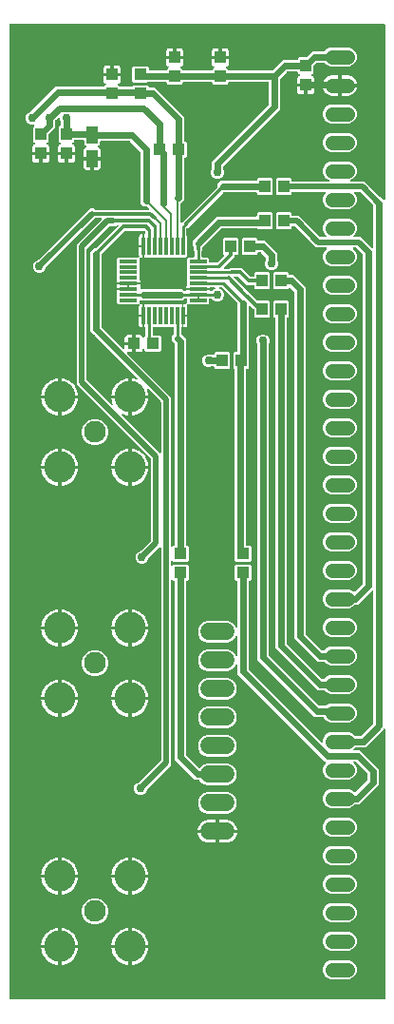
<source format=gbr>
G04 EAGLE Gerber RS-274X export*
G75*
%MOMM*%
%FSLAX34Y34*%
%LPD*%
%INBottom Copper*%
%IPPOS*%
%AMOC8*
5,1,8,0,0,1.08239X$1,22.5*%
G01*
%ADD10R,1.000000X1.100000*%
%ADD11R,1.100000X1.000000*%
%ADD12R,0.300000X1.600000*%
%ADD13R,1.600000X0.300000*%
%ADD14R,1.000000X1.500000*%
%ADD15C,1.308000*%
%ADD16C,2.800000*%
%ADD17C,1.930400*%
%ADD18C,1.524000*%
%ADD19C,0.609600*%
%ADD20C,0.756400*%
%ADD21C,0.254000*%
%ADD22C,0.200000*%
%ADD23C,0.508000*%
%ADD24C,0.304800*%
%ADD25C,0.203200*%

G36*
X344498Y10164D02*
X344498Y10164D01*
X344517Y10162D01*
X344619Y10184D01*
X344721Y10200D01*
X344738Y10210D01*
X344758Y10214D01*
X344847Y10267D01*
X344938Y10316D01*
X344952Y10330D01*
X344969Y10340D01*
X345036Y10419D01*
X345108Y10494D01*
X345116Y10512D01*
X345129Y10527D01*
X345168Y10623D01*
X345211Y10717D01*
X345213Y10737D01*
X345221Y10755D01*
X345239Y10922D01*
X345239Y250609D01*
X345228Y250680D01*
X345226Y250752D01*
X345208Y250801D01*
X345200Y250852D01*
X345166Y250916D01*
X345141Y250983D01*
X345109Y251024D01*
X345084Y251070D01*
X345032Y251119D01*
X344988Y251175D01*
X344944Y251203D01*
X344906Y251239D01*
X344841Y251269D01*
X344781Y251308D01*
X344730Y251321D01*
X344683Y251343D01*
X344612Y251351D01*
X344542Y251368D01*
X344490Y251364D01*
X344439Y251370D01*
X344368Y251354D01*
X344297Y251349D01*
X344249Y251329D01*
X344198Y251317D01*
X344137Y251281D01*
X344071Y251253D01*
X344015Y251208D01*
X343987Y251191D01*
X343972Y251173D01*
X343940Y251148D01*
X330954Y238162D01*
X327773Y234981D01*
X318685Y234981D01*
X318595Y234967D01*
X318504Y234959D01*
X318474Y234947D01*
X318442Y234942D01*
X318362Y234899D01*
X318278Y234863D01*
X318246Y234837D01*
X318225Y234826D01*
X318203Y234803D01*
X318147Y234758D01*
X316909Y233520D01*
X316867Y233462D01*
X316817Y233410D01*
X316796Y233363D01*
X316765Y233321D01*
X316744Y233252D01*
X316714Y233187D01*
X316708Y233135D01*
X316693Y233085D01*
X316695Y233014D01*
X316687Y232943D01*
X316698Y232892D01*
X316699Y232840D01*
X316724Y232772D01*
X316739Y232702D01*
X316766Y232657D01*
X316784Y232609D01*
X316828Y232553D01*
X316865Y232491D01*
X316905Y232457D01*
X316937Y232417D01*
X316998Y232378D01*
X317052Y232331D01*
X317100Y232312D01*
X317144Y232284D01*
X317214Y232266D01*
X317280Y232239D01*
X317352Y232231D01*
X317383Y232223D01*
X317406Y232225D01*
X317447Y232221D01*
X322924Y232221D01*
X339694Y215451D01*
X339694Y201744D01*
X322131Y184181D01*
X318685Y184181D01*
X318595Y184167D01*
X318504Y184159D01*
X318474Y184147D01*
X318442Y184142D01*
X318362Y184099D01*
X318278Y184063D01*
X318246Y184037D01*
X318225Y184026D01*
X318203Y184003D01*
X318147Y183958D01*
X316178Y181990D01*
X313039Y180689D01*
X296561Y180689D01*
X293422Y181990D01*
X291020Y184392D01*
X289719Y187531D01*
X289719Y190929D01*
X291020Y194068D01*
X293422Y196470D01*
X296561Y197771D01*
X313039Y197771D01*
X316178Y196470D01*
X317621Y195027D01*
X317637Y195016D01*
X317650Y195000D01*
X317737Y194944D01*
X317821Y194884D01*
X317840Y194878D01*
X317856Y194867D01*
X317957Y194842D01*
X318056Y194812D01*
X318076Y194812D01*
X318095Y194807D01*
X318198Y194815D01*
X318302Y194818D01*
X318320Y194825D01*
X318340Y194826D01*
X318435Y194867D01*
X318533Y194902D01*
X318548Y194915D01*
X318567Y194923D01*
X318698Y195027D01*
X329373Y205703D01*
X329426Y205777D01*
X329486Y205847D01*
X329498Y205877D01*
X329517Y205903D01*
X329544Y205990D01*
X329578Y206075D01*
X329582Y206116D01*
X329589Y206138D01*
X329588Y206170D01*
X329596Y206242D01*
X329596Y210953D01*
X329582Y211044D01*
X329574Y211134D01*
X329562Y211164D01*
X329557Y211196D01*
X329514Y211277D01*
X329478Y211361D01*
X329452Y211393D01*
X329441Y211414D01*
X329418Y211436D01*
X329373Y211492D01*
X318965Y221900D01*
X318891Y221953D01*
X318821Y222013D01*
X318791Y222025D01*
X318765Y222044D01*
X318678Y222071D01*
X318593Y222105D01*
X318552Y222109D01*
X318530Y222116D01*
X318498Y222115D01*
X318426Y222123D01*
X317763Y222123D01*
X317692Y222112D01*
X317621Y222110D01*
X317572Y222092D01*
X317520Y222084D01*
X317457Y222050D01*
X317390Y222025D01*
X317349Y221993D01*
X317303Y221968D01*
X317254Y221916D01*
X317198Y221872D01*
X317169Y221828D01*
X317133Y221790D01*
X317103Y221725D01*
X317065Y221665D01*
X317052Y221614D01*
X317030Y221567D01*
X317022Y221496D01*
X317004Y221426D01*
X317009Y221374D01*
X317003Y221323D01*
X317018Y221252D01*
X317024Y221181D01*
X317044Y221133D01*
X317055Y221082D01*
X317092Y221021D01*
X317120Y220955D01*
X317165Y220899D01*
X317181Y220871D01*
X317199Y220856D01*
X317225Y220824D01*
X318580Y219468D01*
X319881Y216329D01*
X319881Y212931D01*
X318580Y209792D01*
X316178Y207390D01*
X313039Y206089D01*
X296561Y206089D01*
X293422Y207390D01*
X291020Y209792D01*
X289719Y212931D01*
X289719Y216329D01*
X291020Y219468D01*
X292375Y220824D01*
X292417Y220882D01*
X292467Y220934D01*
X292488Y220981D01*
X292519Y221023D01*
X292540Y221092D01*
X292570Y221157D01*
X292576Y221209D01*
X292591Y221259D01*
X292589Y221330D01*
X292597Y221401D01*
X292586Y221452D01*
X292585Y221504D01*
X292560Y221572D01*
X292545Y221642D01*
X292518Y221687D01*
X292500Y221735D01*
X292456Y221791D01*
X292419Y221853D01*
X292379Y221887D01*
X292347Y221927D01*
X292286Y221966D01*
X292232Y222013D01*
X292184Y222032D01*
X292140Y222060D01*
X292070Y222078D01*
X292004Y222105D01*
X291932Y222113D01*
X291901Y222121D01*
X291878Y222119D01*
X291837Y222123D01*
X291437Y222123D01*
X213391Y300169D01*
X213391Y308057D01*
X213376Y308153D01*
X213366Y308250D01*
X213356Y308274D01*
X213352Y308299D01*
X213306Y308385D01*
X213266Y308474D01*
X213249Y308494D01*
X213236Y308517D01*
X213166Y308584D01*
X213100Y308656D01*
X213077Y308668D01*
X213058Y308686D01*
X212970Y308727D01*
X212884Y308774D01*
X212859Y308779D01*
X212835Y308790D01*
X212738Y308801D01*
X212642Y308818D01*
X212616Y308814D01*
X212591Y308817D01*
X212495Y308796D01*
X212399Y308782D01*
X212376Y308770D01*
X212350Y308765D01*
X212267Y308715D01*
X212180Y308671D01*
X212161Y308652D01*
X212139Y308638D01*
X212076Y308565D01*
X212008Y308495D01*
X211992Y308466D01*
X211979Y308452D01*
X211967Y308421D01*
X211927Y308348D01*
X211356Y306970D01*
X208650Y304264D01*
X205114Y302799D01*
X186046Y302799D01*
X182510Y304264D01*
X179804Y306970D01*
X178339Y310506D01*
X178339Y314334D01*
X179804Y317870D01*
X182510Y320576D01*
X186046Y322041D01*
X205114Y322041D01*
X208650Y320576D01*
X211356Y317870D01*
X211927Y316492D01*
X211978Y316409D01*
X212024Y316323D01*
X212042Y316305D01*
X212056Y316283D01*
X212132Y316221D01*
X212202Y316154D01*
X212226Y316143D01*
X212246Y316126D01*
X212337Y316091D01*
X212425Y316050D01*
X212451Y316047D01*
X212475Y316038D01*
X212573Y316034D01*
X212669Y316023D01*
X212695Y316029D01*
X212721Y316028D01*
X212815Y316055D01*
X212910Y316075D01*
X212932Y316089D01*
X212957Y316096D01*
X213037Y316152D01*
X213121Y316202D01*
X213138Y316221D01*
X213159Y316236D01*
X213218Y316314D01*
X213281Y316388D01*
X213291Y316413D01*
X213306Y316434D01*
X213336Y316526D01*
X213373Y316617D01*
X213376Y316649D01*
X213382Y316668D01*
X213382Y316701D01*
X213391Y316783D01*
X213391Y333457D01*
X213376Y333553D01*
X213366Y333650D01*
X213356Y333674D01*
X213352Y333699D01*
X213306Y333785D01*
X213266Y333874D01*
X213249Y333894D01*
X213236Y333917D01*
X213166Y333984D01*
X213100Y334056D01*
X213077Y334068D01*
X213058Y334086D01*
X212970Y334127D01*
X212884Y334174D01*
X212859Y334179D01*
X212835Y334190D01*
X212738Y334201D01*
X212642Y334218D01*
X212616Y334214D01*
X212591Y334217D01*
X212495Y334196D01*
X212399Y334182D01*
X212376Y334170D01*
X212350Y334165D01*
X212267Y334115D01*
X212180Y334071D01*
X212161Y334052D01*
X212139Y334038D01*
X212076Y333965D01*
X212008Y333895D01*
X211992Y333866D01*
X211979Y333852D01*
X211967Y333821D01*
X211927Y333748D01*
X211356Y332370D01*
X208650Y329664D01*
X205114Y328199D01*
X186046Y328199D01*
X182510Y329664D01*
X179804Y332370D01*
X178339Y335906D01*
X178339Y339734D01*
X179804Y343270D01*
X182510Y345976D01*
X186046Y347441D01*
X205114Y347441D01*
X208650Y345976D01*
X211356Y343270D01*
X211927Y341892D01*
X211978Y341809D01*
X212024Y341723D01*
X212042Y341705D01*
X212056Y341683D01*
X212132Y341621D01*
X212202Y341554D01*
X212226Y341543D01*
X212246Y341526D01*
X212337Y341491D01*
X212425Y341450D01*
X212451Y341447D01*
X212475Y341438D01*
X212573Y341434D01*
X212669Y341423D01*
X212695Y341429D01*
X212721Y341428D01*
X212815Y341455D01*
X212910Y341475D01*
X212932Y341489D01*
X212957Y341496D01*
X213037Y341552D01*
X213121Y341602D01*
X213138Y341621D01*
X213159Y341636D01*
X213218Y341714D01*
X213281Y341788D01*
X213291Y341813D01*
X213306Y341834D01*
X213336Y341926D01*
X213373Y342017D01*
X213376Y342049D01*
X213382Y342068D01*
X213382Y342101D01*
X213391Y342183D01*
X213391Y382518D01*
X213388Y382538D01*
X213390Y382557D01*
X213368Y382659D01*
X213352Y382761D01*
X213342Y382778D01*
X213338Y382798D01*
X213285Y382887D01*
X213236Y382978D01*
X213222Y382992D01*
X213212Y383009D01*
X213133Y383076D01*
X213058Y383148D01*
X213040Y383156D01*
X213025Y383169D01*
X212929Y383208D01*
X212835Y383251D01*
X212815Y383253D01*
X212797Y383261D01*
X212630Y383279D01*
X212111Y383279D01*
X210939Y384451D01*
X210939Y396109D01*
X212111Y397281D01*
X224769Y397281D01*
X225941Y396109D01*
X225941Y384451D01*
X224769Y383279D01*
X224250Y383279D01*
X224230Y383276D01*
X224211Y383278D01*
X224109Y383256D01*
X224007Y383240D01*
X223990Y383230D01*
X223970Y383226D01*
X223881Y383173D01*
X223790Y383124D01*
X223776Y383110D01*
X223759Y383100D01*
X223692Y383021D01*
X223620Y382946D01*
X223612Y382928D01*
X223599Y382913D01*
X223560Y382817D01*
X223517Y382723D01*
X223515Y382703D01*
X223507Y382685D01*
X223489Y382518D01*
X223489Y304667D01*
X223503Y304576D01*
X223511Y304486D01*
X223523Y304456D01*
X223528Y304424D01*
X223571Y304343D01*
X223607Y304259D01*
X223633Y304227D01*
X223644Y304206D01*
X223667Y304184D01*
X223712Y304128D01*
X288420Y239420D01*
X288478Y239378D01*
X288530Y239329D01*
X288577Y239307D01*
X288619Y239277D01*
X288688Y239256D01*
X288753Y239225D01*
X288805Y239220D01*
X288855Y239204D01*
X288926Y239206D01*
X288997Y239198D01*
X289048Y239209D01*
X289100Y239211D01*
X289168Y239235D01*
X289238Y239251D01*
X289283Y239277D01*
X289331Y239295D01*
X289387Y239340D01*
X289449Y239377D01*
X289483Y239416D01*
X289523Y239449D01*
X289562Y239509D01*
X289609Y239564D01*
X289628Y239612D01*
X289656Y239656D01*
X289674Y239725D01*
X289701Y239792D01*
X289709Y239863D01*
X289717Y239894D01*
X289715Y239918D01*
X289719Y239959D01*
X289719Y241729D01*
X291020Y244868D01*
X293422Y247270D01*
X296561Y248571D01*
X313039Y248571D01*
X316178Y247270D01*
X318147Y245302D01*
X318221Y245249D01*
X318290Y245189D01*
X318320Y245177D01*
X318347Y245158D01*
X318433Y245131D01*
X318518Y245097D01*
X318559Y245093D01*
X318582Y245086D01*
X318614Y245087D01*
X318685Y245079D01*
X323275Y245079D01*
X323366Y245093D01*
X323456Y245101D01*
X323486Y245113D01*
X323518Y245118D01*
X323599Y245161D01*
X323683Y245197D01*
X323715Y245223D01*
X323736Y245234D01*
X323758Y245257D01*
X323814Y245302D01*
X334380Y255868D01*
X334433Y255942D01*
X334493Y256012D01*
X334505Y256042D01*
X334524Y256068D01*
X334551Y256155D01*
X334585Y256240D01*
X334589Y256281D01*
X334596Y256303D01*
X334595Y256335D01*
X334603Y256407D01*
X334603Y373885D01*
X334592Y373956D01*
X334590Y374028D01*
X334572Y374077D01*
X334564Y374128D01*
X334530Y374192D01*
X334505Y374259D01*
X334473Y374300D01*
X334448Y374346D01*
X334396Y374395D01*
X334352Y374451D01*
X334308Y374479D01*
X334270Y374515D01*
X334205Y374545D01*
X334145Y374584D01*
X334094Y374597D01*
X334047Y374619D01*
X333976Y374627D01*
X333906Y374644D01*
X333854Y374640D01*
X333803Y374646D01*
X333732Y374630D01*
X333661Y374625D01*
X333613Y374605D01*
X333562Y374593D01*
X333501Y374557D01*
X333435Y374529D01*
X333379Y374484D01*
X333351Y374467D01*
X333336Y374449D01*
X333304Y374424D01*
X324042Y365162D01*
X320861Y361981D01*
X318685Y361981D01*
X318595Y361967D01*
X318504Y361959D01*
X318474Y361947D01*
X318442Y361942D01*
X318362Y361899D01*
X318278Y361863D01*
X318246Y361837D01*
X318225Y361826D01*
X318203Y361803D01*
X318147Y361758D01*
X316178Y359790D01*
X313039Y358489D01*
X296561Y358489D01*
X293422Y359790D01*
X291020Y362192D01*
X289719Y365331D01*
X289719Y368729D01*
X291020Y371868D01*
X293422Y374270D01*
X296561Y375571D01*
X313039Y375571D01*
X316178Y374270D01*
X316986Y373462D01*
X317002Y373451D01*
X317015Y373435D01*
X317102Y373379D01*
X317186Y373319D01*
X317205Y373313D01*
X317221Y373302D01*
X317322Y373277D01*
X317421Y373247D01*
X317441Y373247D01*
X317460Y373242D01*
X317563Y373250D01*
X317667Y373253D01*
X317685Y373260D01*
X317705Y373261D01*
X317800Y373302D01*
X317898Y373337D01*
X317913Y373350D01*
X317932Y373358D01*
X318063Y373462D01*
X324928Y380328D01*
X324981Y380402D01*
X325041Y380472D01*
X325053Y380502D01*
X325072Y380528D01*
X325099Y380615D01*
X325133Y380700D01*
X325137Y380741D01*
X325144Y380763D01*
X325143Y380795D01*
X325151Y380867D01*
X325151Y673233D01*
X325150Y673243D01*
X325150Y673249D01*
X325144Y673277D01*
X325137Y673324D01*
X325129Y673414D01*
X325117Y673444D01*
X325112Y673476D01*
X325069Y673557D01*
X325033Y673641D01*
X325007Y673673D01*
X324996Y673694D01*
X324973Y673716D01*
X324928Y673772D01*
X318934Y679766D01*
X318860Y679819D01*
X318790Y679879D01*
X318760Y679891D01*
X318734Y679910D01*
X318647Y679937D01*
X318562Y679971D01*
X318521Y679975D01*
X318499Y679982D01*
X318467Y679981D01*
X318395Y679989D01*
X317097Y679989D01*
X317026Y679978D01*
X316955Y679976D01*
X316906Y679958D01*
X316854Y679950D01*
X316791Y679916D01*
X316724Y679891D01*
X316683Y679859D01*
X316637Y679834D01*
X316588Y679782D01*
X316532Y679738D01*
X316503Y679694D01*
X316467Y679656D01*
X316437Y679591D01*
X316399Y679531D01*
X316386Y679480D01*
X316364Y679433D01*
X316356Y679362D01*
X316338Y679292D01*
X316343Y679240D01*
X316337Y679189D01*
X316352Y679118D01*
X316358Y679047D01*
X316378Y678999D01*
X316389Y678948D01*
X316426Y678887D01*
X316454Y678821D01*
X316499Y678765D01*
X316515Y678737D01*
X316533Y678722D01*
X316559Y678690D01*
X318580Y676668D01*
X319881Y673529D01*
X319881Y670131D01*
X318580Y666992D01*
X316178Y664590D01*
X313039Y663289D01*
X296561Y663289D01*
X293422Y664590D01*
X291020Y666992D01*
X289719Y670131D01*
X289719Y673529D01*
X291020Y676668D01*
X293041Y678690D01*
X293083Y678748D01*
X293133Y678800D01*
X293154Y678847D01*
X293185Y678889D01*
X293206Y678958D01*
X293236Y679023D01*
X293242Y679075D01*
X293257Y679125D01*
X293255Y679196D01*
X293263Y679267D01*
X293252Y679318D01*
X293251Y679370D01*
X293226Y679438D01*
X293211Y679508D01*
X293184Y679553D01*
X293166Y679601D01*
X293122Y679657D01*
X293085Y679719D01*
X293045Y679753D01*
X293013Y679793D01*
X292952Y679832D01*
X292898Y679879D01*
X292850Y679898D01*
X292806Y679926D01*
X292736Y679944D01*
X292670Y679971D01*
X292598Y679979D01*
X292567Y679987D01*
X292544Y679985D01*
X292503Y679989D01*
X283869Y679989D01*
X265042Y698816D01*
X264968Y698869D01*
X264899Y698929D01*
X264869Y698941D01*
X264842Y698960D01*
X264755Y698987D01*
X264671Y699021D01*
X264630Y699025D01*
X264607Y699032D01*
X264575Y699031D01*
X264504Y699039D01*
X262642Y699039D01*
X262622Y699036D01*
X262603Y699038D01*
X262501Y699016D01*
X262399Y699000D01*
X262382Y698990D01*
X262362Y698986D01*
X262273Y698933D01*
X262182Y698884D01*
X262168Y698870D01*
X262151Y698860D01*
X262084Y698781D01*
X262012Y698706D01*
X262004Y698688D01*
X261991Y698673D01*
X261952Y698577D01*
X261909Y698483D01*
X261907Y698463D01*
X261899Y698445D01*
X261881Y698278D01*
X261881Y697251D01*
X260709Y696079D01*
X249051Y696079D01*
X247879Y697251D01*
X247879Y709909D01*
X249051Y711081D01*
X260709Y711081D01*
X261881Y709909D01*
X261881Y708882D01*
X261884Y708862D01*
X261882Y708843D01*
X261904Y708741D01*
X261920Y708639D01*
X261930Y708622D01*
X261934Y708602D01*
X261987Y708513D01*
X262036Y708422D01*
X262050Y708408D01*
X262060Y708391D01*
X262139Y708324D01*
X262214Y708252D01*
X262232Y708244D01*
X262247Y708231D01*
X262343Y708192D01*
X262437Y708149D01*
X262457Y708147D01*
X262475Y708139D01*
X262642Y708121D01*
X268581Y708121D01*
X287408Y689294D01*
X287482Y689241D01*
X287551Y689181D01*
X287581Y689169D01*
X287608Y689150D01*
X287695Y689123D01*
X287779Y689089D01*
X287820Y689085D01*
X287843Y689078D01*
X287875Y689079D01*
X287946Y689071D01*
X292503Y689071D01*
X292574Y689082D01*
X292645Y689084D01*
X292694Y689102D01*
X292746Y689110D01*
X292809Y689144D01*
X292876Y689169D01*
X292917Y689201D01*
X292963Y689226D01*
X293012Y689278D01*
X293068Y689322D01*
X293097Y689366D01*
X293133Y689404D01*
X293163Y689469D01*
X293201Y689529D01*
X293214Y689580D01*
X293236Y689627D01*
X293244Y689698D01*
X293262Y689768D01*
X293257Y689820D01*
X293263Y689871D01*
X293248Y689942D01*
X293242Y690013D01*
X293222Y690061D01*
X293211Y690112D01*
X293174Y690173D01*
X293146Y690239D01*
X293101Y690295D01*
X293085Y690323D01*
X293067Y690338D01*
X293041Y690370D01*
X291020Y692392D01*
X289719Y695531D01*
X289719Y698929D01*
X291020Y702068D01*
X293422Y704470D01*
X296561Y705771D01*
X313039Y705771D01*
X316178Y704470D01*
X318580Y702068D01*
X319881Y698929D01*
X319881Y695531D01*
X318580Y692392D01*
X316559Y690370D01*
X316517Y690312D01*
X316467Y690260D01*
X316446Y690213D01*
X316415Y690171D01*
X316394Y690102D01*
X316364Y690037D01*
X316358Y689985D01*
X316343Y689935D01*
X316345Y689864D01*
X316337Y689793D01*
X316348Y689742D01*
X316349Y689690D01*
X316374Y689622D01*
X316389Y689552D01*
X316416Y689507D01*
X316434Y689459D01*
X316478Y689403D01*
X316515Y689341D01*
X316555Y689307D01*
X316587Y689267D01*
X316648Y689228D01*
X316702Y689181D01*
X316750Y689162D01*
X316794Y689134D01*
X316864Y689116D01*
X316930Y689089D01*
X317002Y689081D01*
X317033Y689073D01*
X317056Y689075D01*
X317097Y689071D01*
X323191Y689071D01*
X323730Y688532D01*
X323804Y688479D01*
X323873Y688419D01*
X323903Y688407D01*
X323930Y688388D01*
X324017Y688361D01*
X324101Y688327D01*
X324142Y688323D01*
X324165Y688316D01*
X324197Y688317D01*
X324268Y688309D01*
X324671Y688309D01*
X332068Y680912D01*
X333304Y679676D01*
X333362Y679634D01*
X333414Y679585D01*
X333461Y679563D01*
X333503Y679533D01*
X333572Y679512D01*
X333637Y679481D01*
X333689Y679476D01*
X333739Y679460D01*
X333810Y679462D01*
X333881Y679454D01*
X333932Y679465D01*
X333984Y679467D01*
X334052Y679491D01*
X334122Y679507D01*
X334167Y679533D01*
X334215Y679551D01*
X334271Y679596D01*
X334333Y679633D01*
X334367Y679672D01*
X334407Y679705D01*
X334446Y679765D01*
X334493Y679820D01*
X334512Y679868D01*
X334540Y679912D01*
X334558Y679981D01*
X334585Y680048D01*
X334593Y680119D01*
X334601Y680150D01*
X334599Y680174D01*
X334603Y680215D01*
X334603Y717840D01*
X334589Y717930D01*
X334581Y718021D01*
X334569Y718051D01*
X334564Y718083D01*
X334521Y718163D01*
X334485Y718247D01*
X334459Y718279D01*
X334448Y718300D01*
X334425Y718322D01*
X334380Y718378D01*
X323462Y729296D01*
X323388Y729349D01*
X323319Y729409D01*
X323289Y729421D01*
X323262Y729440D01*
X323175Y729467D01*
X323091Y729501D01*
X323050Y729505D01*
X323027Y729512D01*
X322995Y729511D01*
X322924Y729519D01*
X318367Y729519D01*
X318296Y729508D01*
X318225Y729506D01*
X318176Y729488D01*
X318124Y729480D01*
X318061Y729446D01*
X317994Y729421D01*
X317953Y729389D01*
X317907Y729364D01*
X317858Y729312D01*
X317802Y729268D01*
X317773Y729224D01*
X317737Y729186D01*
X317707Y729121D01*
X317669Y729061D01*
X317656Y729010D01*
X317634Y728963D01*
X317626Y728892D01*
X317608Y728822D01*
X317613Y728770D01*
X317607Y728719D01*
X317622Y728648D01*
X317628Y728577D01*
X317648Y728529D01*
X317659Y728478D01*
X317696Y728417D01*
X317724Y728351D01*
X317769Y728295D01*
X317785Y728267D01*
X317803Y728252D01*
X317829Y728220D01*
X318580Y727468D01*
X319881Y724329D01*
X319881Y720931D01*
X318580Y717792D01*
X316178Y715390D01*
X313039Y714089D01*
X296561Y714089D01*
X293422Y715390D01*
X291020Y717792D01*
X289719Y720931D01*
X289719Y724329D01*
X291020Y727468D01*
X291771Y728220D01*
X291813Y728278D01*
X291863Y728330D01*
X291884Y728377D01*
X291915Y728419D01*
X291936Y728488D01*
X291966Y728553D01*
X291972Y728605D01*
X291987Y728655D01*
X291985Y728726D01*
X291993Y728797D01*
X291982Y728848D01*
X291981Y728900D01*
X291956Y728968D01*
X291941Y729038D01*
X291914Y729083D01*
X291896Y729131D01*
X291852Y729187D01*
X291815Y729249D01*
X291775Y729283D01*
X291743Y729323D01*
X291682Y729362D01*
X291628Y729409D01*
X291580Y729428D01*
X291536Y729456D01*
X291466Y729474D01*
X291400Y729501D01*
X291328Y729509D01*
X291297Y729517D01*
X291274Y729515D01*
X291233Y729519D01*
X262642Y729519D01*
X262622Y729516D01*
X262603Y729518D01*
X262501Y729496D01*
X262399Y729480D01*
X262382Y729470D01*
X262362Y729466D01*
X262273Y729413D01*
X262182Y729364D01*
X262168Y729350D01*
X262151Y729340D01*
X262084Y729261D01*
X262012Y729186D01*
X262004Y729168D01*
X261991Y729153D01*
X261952Y729057D01*
X261909Y728963D01*
X261907Y728943D01*
X261899Y728925D01*
X261881Y728758D01*
X261881Y727731D01*
X260709Y726559D01*
X249051Y726559D01*
X247879Y727731D01*
X247879Y740389D01*
X249051Y741561D01*
X260709Y741561D01*
X261881Y740389D01*
X261881Y739362D01*
X261884Y739342D01*
X261882Y739323D01*
X261904Y739221D01*
X261920Y739119D01*
X261930Y739102D01*
X261934Y739082D01*
X261987Y738993D01*
X262036Y738902D01*
X262050Y738888D01*
X262060Y738871D01*
X262139Y738804D01*
X262214Y738732D01*
X262232Y738724D01*
X262247Y738711D01*
X262343Y738672D01*
X262437Y738629D01*
X262457Y738627D01*
X262475Y738619D01*
X262642Y738601D01*
X294879Y738601D01*
X294975Y738616D01*
X295072Y738626D01*
X295096Y738636D01*
X295122Y738640D01*
X295208Y738686D01*
X295297Y738726D01*
X295316Y738743D01*
X295339Y738756D01*
X295406Y738826D01*
X295478Y738892D01*
X295491Y738915D01*
X295509Y738934D01*
X295550Y739022D01*
X295597Y739108D01*
X295601Y739133D01*
X295612Y739157D01*
X295623Y739254D01*
X295640Y739350D01*
X295637Y739376D01*
X295639Y739401D01*
X295619Y739497D01*
X295605Y739593D01*
X295593Y739616D01*
X295587Y739642D01*
X295537Y739725D01*
X295493Y739812D01*
X295474Y739831D01*
X295461Y739853D01*
X295387Y739916D01*
X295317Y739984D01*
X295289Y740000D01*
X295274Y740013D01*
X295243Y740025D01*
X295171Y740065D01*
X293422Y740790D01*
X291020Y743192D01*
X289719Y746331D01*
X289719Y749729D01*
X291020Y752868D01*
X293422Y755270D01*
X296561Y756571D01*
X313039Y756571D01*
X316178Y755270D01*
X318580Y752868D01*
X319881Y749729D01*
X319881Y746331D01*
X318580Y743192D01*
X316178Y740790D01*
X314429Y740065D01*
X314346Y740014D01*
X314261Y739968D01*
X314243Y739950D01*
X314220Y739936D01*
X314158Y739860D01*
X314091Y739790D01*
X314080Y739766D01*
X314064Y739746D01*
X314029Y739655D01*
X313988Y739567D01*
X313985Y739541D01*
X313975Y739517D01*
X313971Y739419D01*
X313961Y739323D01*
X313966Y739297D01*
X313965Y739271D01*
X313992Y739177D01*
X314013Y739082D01*
X314026Y739060D01*
X314034Y739035D01*
X314089Y738955D01*
X314139Y738871D01*
X314159Y738854D01*
X314174Y738833D01*
X314252Y738774D01*
X314326Y738711D01*
X314350Y738701D01*
X314371Y738686D01*
X314464Y738656D01*
X314554Y738619D01*
X314587Y738616D01*
X314605Y738610D01*
X314638Y738610D01*
X314721Y738601D01*
X327001Y738601D01*
X340802Y724800D01*
X340876Y724747D01*
X340945Y724687D01*
X340975Y724675D01*
X341002Y724656D01*
X341089Y724629D01*
X341173Y724595D01*
X341214Y724591D01*
X341237Y724584D01*
X341269Y724585D01*
X341340Y724577D01*
X341743Y724577D01*
X343940Y722380D01*
X343998Y722338D01*
X344050Y722289D01*
X344097Y722267D01*
X344139Y722237D01*
X344208Y722216D01*
X344273Y722185D01*
X344325Y722180D01*
X344375Y722164D01*
X344446Y722166D01*
X344517Y722158D01*
X344568Y722169D01*
X344620Y722171D01*
X344688Y722195D01*
X344758Y722211D01*
X344803Y722237D01*
X344851Y722255D01*
X344907Y722300D01*
X344969Y722337D01*
X345003Y722376D01*
X345043Y722409D01*
X345082Y722469D01*
X345129Y722524D01*
X345148Y722572D01*
X345176Y722616D01*
X345194Y722685D01*
X345221Y722752D01*
X345229Y722823D01*
X345237Y722854D01*
X345235Y722878D01*
X345239Y722919D01*
X345239Y878078D01*
X345236Y878098D01*
X345238Y878117D01*
X345216Y878219D01*
X345200Y878321D01*
X345190Y878338D01*
X345186Y878358D01*
X345133Y878447D01*
X345084Y878538D01*
X345070Y878552D01*
X345060Y878569D01*
X344981Y878636D01*
X344906Y878708D01*
X344888Y878716D01*
X344873Y878729D01*
X344777Y878768D01*
X344683Y878811D01*
X344663Y878813D01*
X344645Y878821D01*
X344478Y878839D01*
X10922Y878839D01*
X10902Y878836D01*
X10883Y878838D01*
X10781Y878816D01*
X10679Y878800D01*
X10662Y878790D01*
X10642Y878786D01*
X10553Y878733D01*
X10462Y878684D01*
X10448Y878670D01*
X10431Y878660D01*
X10364Y878581D01*
X10292Y878506D01*
X10284Y878488D01*
X10271Y878473D01*
X10232Y878377D01*
X10189Y878283D01*
X10187Y878263D01*
X10179Y878245D01*
X10161Y878078D01*
X10161Y10922D01*
X10164Y10902D01*
X10162Y10883D01*
X10184Y10781D01*
X10200Y10679D01*
X10210Y10662D01*
X10214Y10642D01*
X10267Y10553D01*
X10316Y10462D01*
X10330Y10448D01*
X10340Y10431D01*
X10419Y10364D01*
X10494Y10292D01*
X10512Y10284D01*
X10527Y10271D01*
X10623Y10232D01*
X10717Y10189D01*
X10737Y10187D01*
X10755Y10179D01*
X10922Y10161D01*
X344478Y10161D01*
X344498Y10164D01*
G37*
%LPC*%
G36*
X125850Y192337D02*
X125850Y192337D01*
X123724Y193218D01*
X122098Y194844D01*
X121217Y196970D01*
X121217Y199270D01*
X122098Y201396D01*
X123724Y203022D01*
X125850Y203903D01*
X126046Y203903D01*
X126136Y203917D01*
X126227Y203925D01*
X126257Y203937D01*
X126289Y203942D01*
X126369Y203985D01*
X126453Y204021D01*
X126485Y204047D01*
X126506Y204058D01*
X126528Y204081D01*
X126584Y204126D01*
X145096Y222638D01*
X145149Y222712D01*
X145209Y222781D01*
X145221Y222811D01*
X145240Y222838D01*
X145267Y222925D01*
X145301Y223009D01*
X145305Y223050D01*
X145312Y223073D01*
X145311Y223105D01*
X145319Y223176D01*
X145319Y412650D01*
X145308Y412721D01*
X145306Y412792D01*
X145288Y412841D01*
X145280Y412893D01*
X145246Y412956D01*
X145221Y413023D01*
X145189Y413064D01*
X145164Y413110D01*
X145112Y413159D01*
X145068Y413215D01*
X145024Y413244D01*
X144986Y413279D01*
X144921Y413310D01*
X144861Y413348D01*
X144810Y413361D01*
X144763Y413383D01*
X144692Y413391D01*
X144622Y413408D01*
X144570Y413404D01*
X144519Y413410D01*
X144448Y413395D01*
X144377Y413389D01*
X144329Y413369D01*
X144278Y413358D01*
X144217Y413321D01*
X144151Y413293D01*
X144095Y413248D01*
X144067Y413232D01*
X144052Y413214D01*
X144020Y413188D01*
X134276Y403444D01*
X134223Y403370D01*
X134163Y403301D01*
X134151Y403271D01*
X134132Y403244D01*
X134105Y403157D01*
X134071Y403073D01*
X134067Y403032D01*
X134060Y403009D01*
X134061Y402977D01*
X134053Y402906D01*
X134053Y402710D01*
X133172Y400584D01*
X131546Y398958D01*
X129420Y398077D01*
X127120Y398077D01*
X124994Y398958D01*
X123368Y400584D01*
X122487Y402710D01*
X122487Y405010D01*
X123368Y407136D01*
X124994Y408762D01*
X127120Y409643D01*
X127316Y409643D01*
X127406Y409657D01*
X127497Y409665D01*
X127527Y409677D01*
X127559Y409682D01*
X127639Y409725D01*
X127723Y409761D01*
X127755Y409787D01*
X127776Y409798D01*
X127798Y409821D01*
X127854Y409866D01*
X136206Y418218D01*
X136259Y418292D01*
X136319Y418361D01*
X136331Y418391D01*
X136350Y418418D01*
X136377Y418505D01*
X136411Y418589D01*
X136415Y418630D01*
X136422Y418653D01*
X136421Y418685D01*
X136429Y418756D01*
X136429Y491383D01*
X136415Y491473D01*
X136407Y491564D01*
X136395Y491594D01*
X136390Y491626D01*
X136347Y491707D01*
X136311Y491791D01*
X136285Y491823D01*
X136274Y491844D01*
X136251Y491866D01*
X136206Y491922D01*
X70135Y557993D01*
X70135Y682601D01*
X92640Y705106D01*
X92682Y705164D01*
X92731Y705216D01*
X92753Y705263D01*
X92784Y705305D01*
X92805Y705374D01*
X92835Y705439D01*
X92841Y705491D01*
X92856Y705541D01*
X92854Y705612D01*
X92862Y705683D01*
X92851Y705734D01*
X92850Y705786D01*
X92825Y705854D01*
X92810Y705924D01*
X92783Y705969D01*
X92765Y706017D01*
X92720Y706073D01*
X92684Y706135D01*
X92644Y706169D01*
X92612Y706209D01*
X92551Y706248D01*
X92497Y706295D01*
X92448Y706314D01*
X92405Y706342D01*
X92335Y706360D01*
X92269Y706387D01*
X92197Y706395D01*
X92166Y706403D01*
X92143Y706401D01*
X92102Y706405D01*
X87032Y706405D01*
X86942Y706391D01*
X86851Y706383D01*
X86821Y706371D01*
X86789Y706366D01*
X86709Y706323D01*
X86625Y706287D01*
X86593Y706261D01*
X86572Y706250D01*
X86550Y706227D01*
X86494Y706182D01*
X42836Y662524D01*
X42783Y662450D01*
X42723Y662381D01*
X42711Y662351D01*
X42692Y662324D01*
X42665Y662237D01*
X42631Y662153D01*
X42627Y662112D01*
X42620Y662089D01*
X42621Y662057D01*
X42613Y661986D01*
X42613Y661790D01*
X41732Y659664D01*
X40106Y658038D01*
X37980Y657157D01*
X35680Y657157D01*
X33554Y658038D01*
X31928Y659664D01*
X31047Y661790D01*
X31047Y664090D01*
X31928Y666216D01*
X33554Y667842D01*
X35680Y668723D01*
X35876Y668723D01*
X35966Y668737D01*
X36057Y668745D01*
X36087Y668757D01*
X36119Y668762D01*
X36199Y668805D01*
X36283Y668841D01*
X36315Y668867D01*
X36336Y668878D01*
X36358Y668901D01*
X36414Y668946D01*
X81939Y714471D01*
X85701Y714471D01*
X86494Y713678D01*
X86568Y713625D01*
X86637Y713565D01*
X86667Y713553D01*
X86694Y713534D01*
X86781Y713507D01*
X86865Y713473D01*
X86906Y713469D01*
X86929Y713462D01*
X86961Y713463D01*
X87032Y713455D01*
X133881Y713455D01*
X133952Y713466D01*
X134024Y713468D01*
X134073Y713486D01*
X134124Y713494D01*
X134187Y713528D01*
X134255Y713553D01*
X134295Y713585D01*
X134341Y713610D01*
X134391Y713662D01*
X134447Y713706D01*
X134475Y713750D01*
X134511Y713788D01*
X134541Y713853D01*
X134580Y713913D01*
X134592Y713964D01*
X134614Y714011D01*
X134622Y714082D01*
X134640Y714152D01*
X134636Y714204D01*
X134641Y714255D01*
X134626Y714326D01*
X134621Y714397D01*
X134600Y714445D01*
X134589Y714496D01*
X134552Y714557D01*
X134524Y714623D01*
X134479Y714679D01*
X134463Y714707D01*
X134445Y714722D01*
X134419Y714754D01*
X133085Y716088D01*
X133011Y716141D01*
X132942Y716201D01*
X132912Y716213D01*
X132886Y716232D01*
X132798Y716259D01*
X132714Y716293D01*
X132673Y716297D01*
X132651Y716304D01*
X132618Y716303D01*
X132547Y716311D01*
X129989Y716311D01*
X127031Y719269D01*
X127031Y764673D01*
X127017Y764764D01*
X127009Y764854D01*
X126997Y764884D01*
X126992Y764916D01*
X126949Y764997D01*
X126913Y765081D01*
X126887Y765113D01*
X126876Y765134D01*
X126853Y765156D01*
X126808Y765212D01*
X117512Y774508D01*
X117438Y774561D01*
X117368Y774621D01*
X117338Y774633D01*
X117312Y774652D01*
X117225Y774679D01*
X117140Y774713D01*
X117099Y774717D01*
X117077Y774724D01*
X117045Y774723D01*
X116973Y774731D01*
X91582Y774731D01*
X91562Y774728D01*
X91543Y774730D01*
X91441Y774708D01*
X91339Y774692D01*
X91322Y774682D01*
X91302Y774678D01*
X91213Y774625D01*
X91122Y774576D01*
X91108Y774562D01*
X91091Y774552D01*
X91024Y774473D01*
X90952Y774398D01*
X90944Y774380D01*
X90931Y774365D01*
X90892Y774269D01*
X90849Y774175D01*
X90847Y774155D01*
X90839Y774137D01*
X90821Y773970D01*
X90821Y771816D01*
X89649Y770644D01*
X89307Y770644D01*
X89283Y770640D01*
X89259Y770643D01*
X89162Y770621D01*
X89064Y770605D01*
X89043Y770593D01*
X89019Y770588D01*
X88934Y770536D01*
X88847Y770489D01*
X88830Y770472D01*
X88810Y770459D01*
X88746Y770383D01*
X88677Y770311D01*
X88667Y770289D01*
X88652Y770271D01*
X88616Y770178D01*
X88574Y770088D01*
X88571Y770064D01*
X88562Y770042D01*
X88557Y769942D01*
X88547Y769844D01*
X88552Y769820D01*
X88551Y769796D01*
X88578Y769700D01*
X88599Y769603D01*
X88611Y769583D01*
X88618Y769559D01*
X88674Y769477D01*
X88725Y769392D01*
X88743Y769376D01*
X88757Y769357D01*
X88836Y769297D01*
X88912Y769232D01*
X88934Y769223D01*
X88953Y769209D01*
X89110Y769148D01*
X89801Y768963D01*
X90380Y768628D01*
X90853Y768155D01*
X91188Y767576D01*
X91361Y766929D01*
X91361Y760618D01*
X84582Y760618D01*
X84562Y760615D01*
X84543Y760617D01*
X84441Y760595D01*
X84339Y760578D01*
X84322Y760569D01*
X84302Y760565D01*
X84213Y760512D01*
X84122Y760463D01*
X84108Y760449D01*
X84091Y760439D01*
X84024Y760360D01*
X83953Y760285D01*
X83944Y760267D01*
X83931Y760252D01*
X83892Y760156D01*
X83849Y760062D01*
X83847Y760042D01*
X83839Y760024D01*
X83821Y759857D01*
X83821Y759094D01*
X83819Y759094D01*
X83819Y759857D01*
X83816Y759877D01*
X83818Y759896D01*
X83796Y759998D01*
X83779Y760100D01*
X83770Y760117D01*
X83766Y760137D01*
X83713Y760226D01*
X83664Y760317D01*
X83650Y760331D01*
X83640Y760348D01*
X83561Y760415D01*
X83486Y760486D01*
X83468Y760495D01*
X83453Y760508D01*
X83357Y760547D01*
X83263Y760590D01*
X83243Y760592D01*
X83225Y760600D01*
X83058Y760618D01*
X76279Y760618D01*
X76279Y766929D01*
X76452Y767576D01*
X76787Y768155D01*
X77260Y768628D01*
X77839Y768963D01*
X78530Y769148D01*
X78552Y769158D01*
X78576Y769162D01*
X78664Y769208D01*
X78754Y769249D01*
X78772Y769265D01*
X78793Y769277D01*
X78862Y769348D01*
X78935Y769416D01*
X78946Y769437D01*
X78963Y769455D01*
X79005Y769545D01*
X79052Y769632D01*
X79056Y769656D01*
X79066Y769678D01*
X79077Y769777D01*
X79094Y769875D01*
X79091Y769899D01*
X79093Y769922D01*
X79072Y770019D01*
X79057Y770118D01*
X79046Y770139D01*
X79041Y770163D01*
X78990Y770248D01*
X78945Y770337D01*
X78927Y770353D01*
X78915Y770374D01*
X78839Y770439D01*
X78768Y770508D01*
X78746Y770518D01*
X78728Y770534D01*
X78636Y770571D01*
X78546Y770614D01*
X78522Y770617D01*
X78500Y770626D01*
X78333Y770644D01*
X77991Y770644D01*
X76819Y771816D01*
X76819Y774850D01*
X76816Y774870D01*
X76818Y774889D01*
X76796Y774991D01*
X76780Y775093D01*
X76770Y775110D01*
X76766Y775130D01*
X76713Y775219D01*
X76664Y775310D01*
X76650Y775324D01*
X76640Y775341D01*
X76561Y775408D01*
X76486Y775480D01*
X76468Y775488D01*
X76453Y775501D01*
X76357Y775540D01*
X76263Y775583D01*
X76243Y775585D01*
X76225Y775593D01*
X76058Y775611D01*
X68722Y775611D01*
X68702Y775608D01*
X68683Y775610D01*
X68581Y775588D01*
X68479Y775572D01*
X68462Y775562D01*
X68442Y775558D01*
X68353Y775505D01*
X68262Y775456D01*
X68248Y775442D01*
X68231Y775432D01*
X68164Y775353D01*
X68092Y775278D01*
X68084Y775260D01*
X68071Y775245D01*
X68032Y775149D01*
X67989Y775055D01*
X67987Y775035D01*
X67979Y775017D01*
X67961Y774850D01*
X67961Y774331D01*
X66789Y773159D01*
X66633Y773159D01*
X66610Y773155D01*
X66586Y773158D01*
X66489Y773136D01*
X66391Y773120D01*
X66369Y773108D01*
X66346Y773103D01*
X66261Y773051D01*
X66173Y773004D01*
X66157Y772987D01*
X66136Y772974D01*
X66072Y772898D01*
X66004Y772826D01*
X65994Y772804D01*
X65978Y772786D01*
X65942Y772693D01*
X65900Y772603D01*
X65898Y772579D01*
X65889Y772557D01*
X65884Y772457D01*
X65873Y772359D01*
X65878Y772335D01*
X65877Y772311D01*
X65904Y772215D01*
X65925Y772118D01*
X65938Y772098D01*
X65944Y772074D01*
X66001Y771992D01*
X66052Y771907D01*
X66070Y771891D01*
X66084Y771872D01*
X66163Y771812D01*
X66239Y771747D01*
X66261Y771738D01*
X66280Y771724D01*
X66436Y771663D01*
X66941Y771528D01*
X67520Y771193D01*
X67993Y770720D01*
X68328Y770141D01*
X68501Y769494D01*
X68501Y765183D01*
X61722Y765183D01*
X61702Y765180D01*
X61683Y765182D01*
X61581Y765160D01*
X61479Y765143D01*
X61462Y765134D01*
X61442Y765130D01*
X61353Y765077D01*
X61262Y765028D01*
X61248Y765014D01*
X61231Y765004D01*
X61164Y764925D01*
X61093Y764850D01*
X61084Y764832D01*
X61071Y764817D01*
X61032Y764721D01*
X60989Y764627D01*
X60987Y764607D01*
X60979Y764589D01*
X60961Y764422D01*
X60961Y763659D01*
X60959Y763659D01*
X60959Y764422D01*
X60956Y764442D01*
X60958Y764461D01*
X60936Y764563D01*
X60919Y764665D01*
X60910Y764682D01*
X60906Y764702D01*
X60853Y764791D01*
X60804Y764882D01*
X60790Y764896D01*
X60780Y764913D01*
X60701Y764980D01*
X60626Y765051D01*
X60608Y765060D01*
X60593Y765073D01*
X60497Y765112D01*
X60403Y765155D01*
X60383Y765157D01*
X60365Y765165D01*
X60198Y765183D01*
X53419Y765183D01*
X53419Y769494D01*
X53592Y770141D01*
X53927Y770720D01*
X54400Y771193D01*
X54979Y771528D01*
X55484Y771663D01*
X55506Y771673D01*
X55529Y771677D01*
X55617Y771723D01*
X55708Y771764D01*
X55725Y771780D01*
X55747Y771792D01*
X55815Y771864D01*
X55888Y771931D01*
X55899Y771952D01*
X55916Y771970D01*
X55958Y772060D01*
X56005Y772147D01*
X56010Y772171D01*
X56020Y772193D01*
X56031Y772292D01*
X56048Y772390D01*
X56044Y772414D01*
X56047Y772437D01*
X56026Y772534D01*
X56011Y772633D01*
X56000Y772654D01*
X55995Y772678D01*
X55944Y772763D01*
X55898Y772852D01*
X55881Y772868D01*
X55868Y772889D01*
X55793Y772954D01*
X55722Y773023D01*
X55700Y773033D01*
X55681Y773049D01*
X55589Y773086D01*
X55500Y773129D01*
X55476Y773132D01*
X55453Y773141D01*
X55287Y773159D01*
X55131Y773159D01*
X53959Y774331D01*
X53959Y786989D01*
X55131Y788161D01*
X55150Y788161D01*
X55170Y788164D01*
X55189Y788162D01*
X55291Y788184D01*
X55393Y788200D01*
X55410Y788210D01*
X55430Y788214D01*
X55519Y788267D01*
X55610Y788316D01*
X55624Y788330D01*
X55641Y788340D01*
X55708Y788419D01*
X55780Y788494D01*
X55788Y788512D01*
X55801Y788527D01*
X55840Y788623D01*
X55883Y788717D01*
X55885Y788737D01*
X55893Y788755D01*
X55911Y788922D01*
X55911Y791946D01*
X55902Y792001D01*
X55903Y792004D01*
X55901Y792013D01*
X55900Y792076D01*
X55877Y792157D01*
X55872Y792189D01*
X55862Y792206D01*
X55853Y792238D01*
X55177Y793870D01*
X55177Y795287D01*
X55166Y795358D01*
X55164Y795429D01*
X55146Y795478D01*
X55138Y795530D01*
X55104Y795593D01*
X55079Y795660D01*
X55047Y795701D01*
X55022Y795747D01*
X54971Y795796D01*
X54926Y795853D01*
X54882Y795881D01*
X54844Y795917D01*
X54779Y795947D01*
X54719Y795986D01*
X54668Y795998D01*
X54621Y796020D01*
X54550Y796028D01*
X54480Y796046D01*
X54428Y796042D01*
X54377Y796047D01*
X54306Y796032D01*
X54235Y796026D01*
X54187Y796006D01*
X54136Y795995D01*
X54075Y795958D01*
X54009Y795930D01*
X53953Y795885D01*
X53925Y795869D01*
X53910Y795851D01*
X53878Y795825D01*
X51313Y793261D01*
X51275Y793208D01*
X51229Y793161D01*
X51189Y793088D01*
X51170Y793061D01*
X51164Y793043D01*
X51148Y793014D01*
X50827Y792238D01*
X50817Y792197D01*
X50804Y792169D01*
X50802Y792150D01*
X50787Y792113D01*
X50778Y792030D01*
X50771Y791998D01*
X50772Y791979D01*
X50769Y791946D01*
X50769Y786189D01*
X45324Y780744D01*
X45271Y780670D01*
X45211Y780600D01*
X45199Y780570D01*
X45180Y780544D01*
X45153Y780457D01*
X45119Y780372D01*
X45115Y780331D01*
X45108Y780309D01*
X45109Y780277D01*
X45101Y780205D01*
X45101Y774331D01*
X43929Y773159D01*
X43773Y773159D01*
X43750Y773155D01*
X43726Y773158D01*
X43629Y773136D01*
X43531Y773120D01*
X43509Y773108D01*
X43486Y773103D01*
X43401Y773051D01*
X43313Y773004D01*
X43297Y772987D01*
X43276Y772974D01*
X43212Y772898D01*
X43144Y772826D01*
X43134Y772804D01*
X43118Y772786D01*
X43082Y772693D01*
X43040Y772603D01*
X43038Y772579D01*
X43029Y772557D01*
X43024Y772457D01*
X43013Y772359D01*
X43018Y772335D01*
X43017Y772311D01*
X43044Y772215D01*
X43065Y772118D01*
X43078Y772098D01*
X43084Y772074D01*
X43141Y771992D01*
X43192Y771907D01*
X43210Y771891D01*
X43224Y771872D01*
X43303Y771812D01*
X43379Y771747D01*
X43401Y771738D01*
X43420Y771724D01*
X43576Y771663D01*
X44081Y771528D01*
X44660Y771193D01*
X45133Y770720D01*
X45468Y770141D01*
X45641Y769494D01*
X45641Y765183D01*
X38862Y765183D01*
X38842Y765180D01*
X38823Y765182D01*
X38721Y765160D01*
X38619Y765143D01*
X38602Y765134D01*
X38582Y765130D01*
X38493Y765077D01*
X38402Y765028D01*
X38388Y765014D01*
X38371Y765004D01*
X38304Y764925D01*
X38233Y764850D01*
X38224Y764832D01*
X38211Y764817D01*
X38172Y764721D01*
X38129Y764627D01*
X38127Y764607D01*
X38119Y764589D01*
X38101Y764422D01*
X38101Y763659D01*
X38099Y763659D01*
X38099Y764422D01*
X38096Y764442D01*
X38098Y764461D01*
X38076Y764563D01*
X38059Y764665D01*
X38050Y764682D01*
X38046Y764702D01*
X37993Y764791D01*
X37944Y764882D01*
X37930Y764896D01*
X37920Y764913D01*
X37841Y764980D01*
X37766Y765051D01*
X37748Y765060D01*
X37733Y765073D01*
X37637Y765112D01*
X37543Y765155D01*
X37523Y765157D01*
X37505Y765165D01*
X37338Y765183D01*
X30559Y765183D01*
X30559Y769494D01*
X30732Y770141D01*
X31067Y770720D01*
X31540Y771193D01*
X32119Y771528D01*
X32624Y771663D01*
X32646Y771673D01*
X32669Y771677D01*
X32757Y771723D01*
X32848Y771764D01*
X32865Y771780D01*
X32887Y771792D01*
X32955Y771864D01*
X33028Y771931D01*
X33039Y771952D01*
X33056Y771970D01*
X33098Y772060D01*
X33145Y772147D01*
X33150Y772171D01*
X33160Y772193D01*
X33171Y772292D01*
X33188Y772390D01*
X33184Y772414D01*
X33187Y772437D01*
X33166Y772535D01*
X33151Y772633D01*
X33140Y772654D01*
X33135Y772678D01*
X33083Y772763D01*
X33038Y772852D01*
X33021Y772868D01*
X33008Y772889D01*
X32933Y772954D01*
X32861Y773023D01*
X32840Y773033D01*
X32821Y773049D01*
X32729Y773086D01*
X32640Y773129D01*
X32616Y773132D01*
X32593Y773141D01*
X32427Y773159D01*
X32271Y773159D01*
X31099Y774331D01*
X31099Y786989D01*
X32048Y787938D01*
X32090Y787996D01*
X32140Y788048D01*
X32161Y788095D01*
X32192Y788137D01*
X32213Y788206D01*
X32243Y788271D01*
X32249Y788323D01*
X32264Y788373D01*
X32262Y788444D01*
X32270Y788515D01*
X32259Y788566D01*
X32258Y788618D01*
X32233Y788686D01*
X32218Y788756D01*
X32191Y788801D01*
X32173Y788849D01*
X32129Y788905D01*
X32092Y788967D01*
X32052Y789001D01*
X32020Y789041D01*
X31959Y789080D01*
X31905Y789127D01*
X31857Y789146D01*
X31813Y789174D01*
X31743Y789192D01*
X31677Y789219D01*
X31605Y789227D01*
X31574Y789235D01*
X31551Y789233D01*
X31510Y789237D01*
X29330Y789237D01*
X27204Y790118D01*
X25578Y791744D01*
X24697Y793870D01*
X24697Y796170D01*
X25578Y798296D01*
X27204Y799922D01*
X28836Y800598D01*
X28892Y800633D01*
X28952Y800659D01*
X29017Y800711D01*
X29046Y800728D01*
X29058Y800743D01*
X29083Y800763D01*
X51249Y822929D01*
X93884Y822929D01*
X93974Y822943D01*
X94065Y822951D01*
X94095Y822963D01*
X94127Y822968D01*
X94207Y823011D01*
X94291Y823047D01*
X94323Y823073D01*
X94344Y823084D01*
X94366Y823107D01*
X94422Y823152D01*
X95771Y824501D01*
X95927Y824501D01*
X95950Y824505D01*
X95974Y824502D01*
X96071Y824524D01*
X96169Y824540D01*
X96191Y824552D01*
X96214Y824557D01*
X96299Y824609D01*
X96387Y824656D01*
X96403Y824673D01*
X96424Y824686D01*
X96488Y824762D01*
X96556Y824834D01*
X96566Y824856D01*
X96582Y824874D01*
X96618Y824967D01*
X96660Y825057D01*
X96662Y825081D01*
X96671Y825103D01*
X96676Y825203D01*
X96687Y825301D01*
X96682Y825325D01*
X96683Y825349D01*
X96656Y825445D01*
X96635Y825542D01*
X96622Y825563D01*
X96616Y825586D01*
X96559Y825668D01*
X96508Y825753D01*
X96490Y825769D01*
X96477Y825788D01*
X96397Y825848D01*
X96322Y825913D01*
X96299Y825922D01*
X96280Y825936D01*
X96124Y825997D01*
X95619Y826132D01*
X95040Y826467D01*
X94567Y826940D01*
X94232Y827519D01*
X94059Y828166D01*
X94059Y832477D01*
X100838Y832477D01*
X100858Y832480D01*
X100877Y832478D01*
X100979Y832500D01*
X101081Y832517D01*
X101098Y832526D01*
X101118Y832530D01*
X101207Y832583D01*
X101298Y832632D01*
X101312Y832646D01*
X101329Y832656D01*
X101396Y832735D01*
X101467Y832810D01*
X101476Y832828D01*
X101489Y832843D01*
X101528Y832939D01*
X101571Y833033D01*
X101573Y833053D01*
X101581Y833071D01*
X101599Y833238D01*
X101599Y834001D01*
X101601Y834001D01*
X101601Y833238D01*
X101604Y833218D01*
X101602Y833199D01*
X101624Y833097D01*
X101641Y832995D01*
X101650Y832978D01*
X101654Y832958D01*
X101707Y832869D01*
X101756Y832778D01*
X101770Y832764D01*
X101780Y832747D01*
X101859Y832680D01*
X101934Y832609D01*
X101952Y832600D01*
X101967Y832587D01*
X102063Y832548D01*
X102157Y832505D01*
X102177Y832503D01*
X102195Y832495D01*
X102362Y832477D01*
X109141Y832477D01*
X109141Y828166D01*
X108968Y827519D01*
X108633Y826940D01*
X108160Y826467D01*
X107581Y826132D01*
X107076Y825997D01*
X107054Y825987D01*
X107031Y825983D01*
X106943Y825937D01*
X106852Y825896D01*
X106834Y825880D01*
X106813Y825868D01*
X106745Y825797D01*
X106672Y825729D01*
X106660Y825708D01*
X106644Y825690D01*
X106602Y825600D01*
X106555Y825513D01*
X106550Y825489D01*
X106540Y825467D01*
X106529Y825368D01*
X106512Y825270D01*
X106516Y825246D01*
X106513Y825223D01*
X106534Y825126D01*
X106549Y825027D01*
X106560Y825006D01*
X106565Y824982D01*
X106616Y824897D01*
X106662Y824808D01*
X106679Y824792D01*
X106692Y824771D01*
X106767Y824706D01*
X106838Y824637D01*
X106860Y824627D01*
X106878Y824611D01*
X106971Y824574D01*
X107060Y824531D01*
X107084Y824528D01*
X107107Y824519D01*
X107273Y824501D01*
X107429Y824501D01*
X108778Y823152D01*
X108852Y823099D01*
X108921Y823039D01*
X108951Y823027D01*
X108977Y823008D01*
X109064Y822981D01*
X109149Y822947D01*
X109190Y822943D01*
X109213Y822936D01*
X109245Y822937D01*
X109316Y822929D01*
X119284Y822929D01*
X119374Y822943D01*
X119465Y822951D01*
X119495Y822963D01*
X119527Y822968D01*
X119607Y823011D01*
X119691Y823047D01*
X119723Y823073D01*
X119744Y823084D01*
X119766Y823107D01*
X119822Y823152D01*
X120671Y824001D01*
X133329Y824001D01*
X134501Y822829D01*
X134501Y822810D01*
X134504Y822790D01*
X134502Y822771D01*
X134524Y822669D01*
X134540Y822567D01*
X134550Y822550D01*
X134554Y822530D01*
X134607Y822441D01*
X134656Y822350D01*
X134670Y822336D01*
X134680Y822319D01*
X134759Y822252D01*
X134834Y822180D01*
X134852Y822172D01*
X134867Y822159D01*
X134963Y822120D01*
X135057Y822077D01*
X135077Y822075D01*
X135095Y822067D01*
X135262Y822049D01*
X140131Y822049D01*
X165949Y796231D01*
X165949Y774842D01*
X165952Y774822D01*
X165950Y774803D01*
X165972Y774701D01*
X165988Y774599D01*
X165998Y774582D01*
X166002Y774562D01*
X166055Y774473D01*
X166104Y774382D01*
X166118Y774368D01*
X166128Y774351D01*
X166207Y774284D01*
X166282Y774212D01*
X166300Y774204D01*
X166315Y774191D01*
X166411Y774152D01*
X166505Y774109D01*
X166525Y774107D01*
X166543Y774099D01*
X166710Y774081D01*
X167229Y774081D01*
X168401Y772909D01*
X168401Y761251D01*
X167229Y760079D01*
X166710Y760079D01*
X166690Y760076D01*
X166671Y760078D01*
X166569Y760056D01*
X166467Y760040D01*
X166450Y760030D01*
X166430Y760026D01*
X166341Y759973D01*
X166250Y759924D01*
X166236Y759910D01*
X166219Y759900D01*
X166152Y759821D01*
X166080Y759746D01*
X166072Y759728D01*
X166059Y759713D01*
X166020Y759617D01*
X165977Y759523D01*
X165975Y759503D01*
X165967Y759485D01*
X165949Y759318D01*
X165949Y721809D01*
X163060Y718920D01*
X163007Y718846D01*
X162947Y718776D01*
X162935Y718746D01*
X162916Y718720D01*
X162889Y718633D01*
X162855Y718548D01*
X162851Y718507D01*
X162844Y718485D01*
X162845Y718453D01*
X162837Y718381D01*
X162837Y703059D01*
X162848Y702989D01*
X162850Y702917D01*
X162868Y702868D01*
X162876Y702817D01*
X162910Y702753D01*
X162935Y702686D01*
X162967Y702645D01*
X162992Y702599D01*
X163044Y702550D01*
X163088Y702494D01*
X163132Y702466D01*
X163170Y702430D01*
X163235Y702400D01*
X163295Y702361D01*
X163346Y702348D01*
X163393Y702326D01*
X163464Y702318D01*
X163534Y702301D01*
X163586Y702305D01*
X163637Y702299D01*
X163708Y702314D01*
X163779Y702320D01*
X163827Y702340D01*
X163878Y702351D01*
X163939Y702388D01*
X164005Y702416D01*
X164061Y702461D01*
X164089Y702477D01*
X164104Y702495D01*
X164136Y702521D01*
X195388Y733773D01*
X195441Y733847D01*
X195501Y733916D01*
X195513Y733947D01*
X195532Y733973D01*
X195559Y734060D01*
X195593Y734145D01*
X195597Y734186D01*
X195604Y734208D01*
X195603Y734240D01*
X195611Y734311D01*
X195611Y736151D01*
X198569Y739109D01*
X230118Y739109D01*
X230138Y739112D01*
X230157Y739110D01*
X230259Y739132D01*
X230361Y739148D01*
X230378Y739158D01*
X230398Y739162D01*
X230487Y739215D01*
X230578Y739264D01*
X230592Y739278D01*
X230609Y739288D01*
X230676Y739367D01*
X230748Y739442D01*
X230756Y739460D01*
X230769Y739475D01*
X230808Y739571D01*
X230851Y739665D01*
X230853Y739685D01*
X230861Y739703D01*
X230879Y739870D01*
X230879Y740389D01*
X232051Y741561D01*
X243709Y741561D01*
X244881Y740389D01*
X244881Y727731D01*
X243709Y726559D01*
X232051Y726559D01*
X230879Y727731D01*
X230879Y728250D01*
X230876Y728270D01*
X230878Y728289D01*
X230856Y728391D01*
X230840Y728493D01*
X230830Y728510D01*
X230826Y728530D01*
X230773Y728619D01*
X230724Y728710D01*
X230710Y728724D01*
X230700Y728741D01*
X230621Y728808D01*
X230546Y728880D01*
X230528Y728888D01*
X230513Y728901D01*
X230417Y728940D01*
X230323Y728983D01*
X230303Y728985D01*
X230285Y728993D01*
X230118Y729011D01*
X200911Y729011D01*
X200821Y728997D01*
X200730Y728989D01*
X200701Y728977D01*
X200669Y728972D01*
X200588Y728929D01*
X200504Y728893D01*
X200472Y728867D01*
X200451Y728856D01*
X200429Y728833D01*
X200373Y728788D01*
X169100Y697515D01*
X169056Y697515D01*
X168966Y697501D01*
X168875Y697493D01*
X168845Y697481D01*
X168813Y697476D01*
X168733Y697433D01*
X168649Y697397D01*
X168617Y697371D01*
X168596Y697360D01*
X168574Y697337D01*
X168518Y697292D01*
X168314Y697088D01*
X168261Y697014D01*
X168201Y696945D01*
X168189Y696915D01*
X168170Y696888D01*
X168143Y696801D01*
X168109Y696717D01*
X168105Y696676D01*
X168098Y696653D01*
X168099Y696621D01*
X168091Y696550D01*
X168091Y690614D01*
X168105Y690524D01*
X168113Y690433D01*
X168125Y690403D01*
X168130Y690371D01*
X168173Y690291D01*
X168209Y690207D01*
X168235Y690174D01*
X168246Y690154D01*
X168269Y690132D01*
X168314Y690076D01*
X168321Y690069D01*
X168321Y672411D01*
X167149Y671239D01*
X133140Y671239D01*
X133027Y671221D01*
X132913Y671205D01*
X132904Y671201D01*
X132897Y671200D01*
X132878Y671189D01*
X132759Y671137D01*
X132301Y670872D01*
X131654Y670699D01*
X130581Y670699D01*
X130581Y681240D01*
X130581Y691781D01*
X130788Y691781D01*
X130808Y691784D01*
X130827Y691782D01*
X130929Y691804D01*
X131031Y691820D01*
X131048Y691830D01*
X131068Y691834D01*
X131157Y691887D01*
X131248Y691936D01*
X131262Y691950D01*
X131279Y691960D01*
X131346Y692039D01*
X131418Y692114D01*
X131426Y692132D01*
X131439Y692147D01*
X131478Y692243D01*
X131521Y692337D01*
X131523Y692357D01*
X131531Y692375D01*
X131549Y692542D01*
X131549Y693731D01*
X131535Y693821D01*
X131527Y693912D01*
X131515Y693941D01*
X131510Y693973D01*
X131467Y694054D01*
X131431Y694138D01*
X131405Y694170D01*
X131394Y694191D01*
X131371Y694213D01*
X131326Y694269D01*
X130843Y694752D01*
X130769Y694805D01*
X130700Y694865D01*
X130669Y694877D01*
X130643Y694896D01*
X130556Y694923D01*
X130471Y694957D01*
X130430Y694961D01*
X130408Y694968D01*
X130376Y694967D01*
X130305Y694975D01*
X113535Y694975D01*
X113445Y694961D01*
X113354Y694953D01*
X113325Y694941D01*
X113293Y694936D01*
X113212Y694893D01*
X113128Y694857D01*
X113096Y694831D01*
X113075Y694820D01*
X113053Y694797D01*
X112997Y694752D01*
X92648Y674403D01*
X92595Y674329D01*
X92535Y674260D01*
X92523Y674229D01*
X92504Y674203D01*
X92477Y674116D01*
X92443Y674031D01*
X92439Y673990D01*
X92432Y673968D01*
X92433Y673936D01*
X92425Y673865D01*
X92425Y608753D01*
X92439Y608663D01*
X92447Y608572D01*
X92459Y608542D01*
X92464Y608510D01*
X92507Y608429D01*
X92543Y608345D01*
X92569Y608313D01*
X92580Y608293D01*
X92603Y608270D01*
X92648Y608214D01*
X111700Y589162D01*
X111758Y589121D01*
X111810Y589071D01*
X111857Y589049D01*
X111899Y589019D01*
X111968Y588998D01*
X112033Y588968D01*
X112085Y588962D01*
X112135Y588946D01*
X112206Y588948D01*
X112277Y588940D01*
X112328Y588952D01*
X112380Y588953D01*
X112448Y588977D01*
X112518Y588993D01*
X112562Y589019D01*
X112611Y589037D01*
X112667Y589082D01*
X112729Y589119D01*
X112763Y589158D01*
X112803Y589191D01*
X112842Y589251D01*
X112889Y589306D01*
X112908Y589354D01*
X112936Y589398D01*
X112954Y589467D01*
X112981Y589534D01*
X112989Y589605D01*
X112997Y589636D01*
X112995Y589660D01*
X112999Y589701D01*
X112999Y592837D01*
X119517Y592837D01*
X119517Y586819D01*
X115881Y586819D01*
X115810Y586808D01*
X115738Y586806D01*
X115689Y586788D01*
X115638Y586780D01*
X115575Y586746D01*
X115507Y586721D01*
X115466Y586689D01*
X115421Y586664D01*
X115371Y586613D01*
X115315Y586568D01*
X115287Y586524D01*
X115251Y586486D01*
X115221Y586421D01*
X115182Y586361D01*
X115169Y586310D01*
X115148Y586263D01*
X115140Y586192D01*
X115122Y586122D01*
X115126Y586070D01*
X115120Y586019D01*
X115136Y585948D01*
X115141Y585877D01*
X115162Y585829D01*
X115173Y585778D01*
X115210Y585717D01*
X115238Y585651D01*
X115282Y585595D01*
X115299Y585567D01*
X115317Y585552D01*
X115342Y585520D01*
X151518Y549344D01*
X154401Y546461D01*
X154401Y414288D01*
X154412Y414217D01*
X154414Y414146D01*
X154432Y414097D01*
X154440Y414045D01*
X154474Y413982D01*
X154499Y413915D01*
X154531Y413874D01*
X154556Y413828D01*
X154608Y413779D01*
X154652Y413723D01*
X154696Y413694D01*
X154734Y413658D01*
X154799Y413628D01*
X154859Y413590D01*
X154910Y413577D01*
X154957Y413555D01*
X155028Y413547D01*
X155098Y413529D01*
X155150Y413534D01*
X155201Y413528D01*
X155272Y413543D01*
X155343Y413549D01*
X155391Y413569D01*
X155442Y413580D01*
X155503Y413617D01*
X155569Y413645D01*
X155625Y413690D01*
X155653Y413706D01*
X155668Y413724D01*
X155700Y413750D01*
X156231Y414281D01*
X156550Y414281D01*
X156570Y414284D01*
X156589Y414282D01*
X156691Y414304D01*
X156793Y414320D01*
X156810Y414330D01*
X156830Y414334D01*
X156919Y414387D01*
X157010Y414436D01*
X157024Y414450D01*
X157041Y414460D01*
X157108Y414539D01*
X157180Y414614D01*
X157188Y414632D01*
X157201Y414647D01*
X157240Y414743D01*
X157283Y414837D01*
X157285Y414857D01*
X157293Y414875D01*
X157311Y415042D01*
X157311Y593973D01*
X157297Y594064D01*
X157289Y594154D01*
X157277Y594184D01*
X157272Y594216D01*
X157229Y594297D01*
X157193Y594381D01*
X157167Y594413D01*
X157156Y594434D01*
X157133Y594456D01*
X157088Y594512D01*
X154771Y596829D01*
X154771Y601011D01*
X156326Y602566D01*
X156379Y602640D01*
X156439Y602710D01*
X156451Y602740D01*
X156470Y602766D01*
X156497Y602853D01*
X156531Y602938D01*
X156535Y602979D01*
X156542Y603001D01*
X156541Y603033D01*
X156549Y603105D01*
X156549Y608478D01*
X156546Y608498D01*
X156548Y608517D01*
X156526Y608619D01*
X156510Y608721D01*
X156500Y608738D01*
X156496Y608758D01*
X156443Y608847D01*
X156394Y608938D01*
X156380Y608952D01*
X156370Y608969D01*
X156291Y609036D01*
X156216Y609108D01*
X156198Y609116D01*
X156183Y609129D01*
X156087Y609168D01*
X155993Y609211D01*
X155973Y609213D01*
X155955Y609221D01*
X155788Y609239D01*
X138852Y609239D01*
X138832Y609236D01*
X138813Y609238D01*
X138711Y609216D01*
X138609Y609200D01*
X138592Y609190D01*
X138572Y609186D01*
X138483Y609133D01*
X138392Y609084D01*
X138378Y609070D01*
X138361Y609060D01*
X138294Y608981D01*
X138222Y608906D01*
X138214Y608888D01*
X138201Y608873D01*
X138162Y608777D01*
X138119Y608683D01*
X138117Y608663D01*
X138109Y608645D01*
X138091Y608478D01*
X138091Y602122D01*
X138094Y602102D01*
X138092Y602083D01*
X138114Y601981D01*
X138130Y601879D01*
X138140Y601862D01*
X138144Y601842D01*
X138197Y601753D01*
X138246Y601662D01*
X138260Y601648D01*
X138270Y601631D01*
X138349Y601564D01*
X138424Y601492D01*
X138442Y601484D01*
X138457Y601471D01*
X138553Y601432D01*
X138647Y601389D01*
X138667Y601387D01*
X138685Y601379D01*
X138852Y601361D01*
X144369Y601361D01*
X145541Y600189D01*
X145541Y588531D01*
X144369Y587359D01*
X131711Y587359D01*
X130539Y588531D01*
X130539Y588687D01*
X130535Y588710D01*
X130538Y588734D01*
X130516Y588831D01*
X130500Y588929D01*
X130488Y588951D01*
X130483Y588974D01*
X130431Y589059D01*
X130384Y589147D01*
X130367Y589163D01*
X130354Y589184D01*
X130278Y589248D01*
X130206Y589316D01*
X130184Y589326D01*
X130166Y589342D01*
X130073Y589378D01*
X129983Y589420D01*
X129959Y589422D01*
X129937Y589431D01*
X129837Y589436D01*
X129739Y589447D01*
X129715Y589442D01*
X129691Y589443D01*
X129596Y589416D01*
X129498Y589395D01*
X129477Y589382D01*
X129454Y589376D01*
X129373Y589320D01*
X129287Y589268D01*
X129271Y589250D01*
X129252Y589236D01*
X129192Y589157D01*
X129127Y589082D01*
X129118Y589059D01*
X129104Y589040D01*
X129043Y588884D01*
X128908Y588379D01*
X128573Y587800D01*
X128100Y587327D01*
X127521Y586992D01*
X126874Y586819D01*
X122563Y586819D01*
X122563Y593598D01*
X122560Y593618D01*
X122562Y593637D01*
X122540Y593739D01*
X122523Y593841D01*
X122514Y593858D01*
X122510Y593878D01*
X122457Y593967D01*
X122408Y594058D01*
X122394Y594072D01*
X122384Y594089D01*
X122305Y594156D01*
X122230Y594227D01*
X122212Y594236D01*
X122197Y594249D01*
X122101Y594288D01*
X122007Y594331D01*
X121987Y594333D01*
X121969Y594341D01*
X121802Y594359D01*
X121039Y594359D01*
X121039Y594361D01*
X121802Y594361D01*
X121822Y594364D01*
X121841Y594362D01*
X121943Y594384D01*
X122045Y594401D01*
X122062Y594410D01*
X122082Y594414D01*
X122171Y594467D01*
X122262Y594516D01*
X122276Y594530D01*
X122293Y594540D01*
X122360Y594619D01*
X122431Y594694D01*
X122440Y594712D01*
X122453Y594727D01*
X122492Y594823D01*
X122535Y594917D01*
X122537Y594937D01*
X122545Y594955D01*
X122563Y595122D01*
X122563Y601901D01*
X126874Y601901D01*
X127521Y601728D01*
X128100Y601393D01*
X128573Y600920D01*
X128908Y600341D01*
X129043Y599836D01*
X129053Y599814D01*
X129057Y599791D01*
X129103Y599703D01*
X129144Y599612D01*
X129160Y599594D01*
X129172Y599573D01*
X129243Y599505D01*
X129311Y599432D01*
X129332Y599420D01*
X129350Y599404D01*
X129440Y599362D01*
X129527Y599315D01*
X129551Y599310D01*
X129573Y599300D01*
X129672Y599289D01*
X129770Y599272D01*
X129794Y599276D01*
X129817Y599273D01*
X129914Y599294D01*
X130013Y599309D01*
X130034Y599320D01*
X130058Y599325D01*
X130143Y599376D01*
X130232Y599422D01*
X130248Y599439D01*
X130269Y599452D01*
X130334Y599527D01*
X130403Y599598D01*
X130413Y599620D01*
X130429Y599638D01*
X130466Y599731D01*
X130509Y599820D01*
X130512Y599844D01*
X130521Y599867D01*
X130539Y600033D01*
X130539Y600189D01*
X131326Y600976D01*
X131379Y601050D01*
X131439Y601119D01*
X131451Y601149D01*
X131470Y601176D01*
X131497Y601262D01*
X131531Y601347D01*
X131535Y601388D01*
X131542Y601411D01*
X131541Y601443D01*
X131549Y601514D01*
X131549Y607938D01*
X131546Y607958D01*
X131548Y607977D01*
X131526Y608079D01*
X131510Y608181D01*
X131500Y608198D01*
X131496Y608218D01*
X131443Y608307D01*
X131394Y608398D01*
X131380Y608412D01*
X131370Y608429D01*
X131291Y608496D01*
X131216Y608568D01*
X131198Y608576D01*
X131183Y608589D01*
X131087Y608628D01*
X130993Y608671D01*
X130973Y608673D01*
X130955Y608681D01*
X130788Y608699D01*
X130581Y608699D01*
X130581Y619240D01*
X130581Y629781D01*
X131654Y629781D01*
X132301Y629608D01*
X132759Y629343D01*
X132866Y629302D01*
X132973Y629259D01*
X132983Y629258D01*
X132990Y629256D01*
X133012Y629255D01*
X133140Y629241D01*
X161500Y629241D01*
X161613Y629259D01*
X161727Y629275D01*
X161736Y629279D01*
X161743Y629280D01*
X161762Y629291D01*
X161881Y629343D01*
X162339Y629608D01*
X162986Y629781D01*
X164059Y629781D01*
X164059Y619240D01*
X164059Y608699D01*
X163852Y608699D01*
X163832Y608696D01*
X163813Y608698D01*
X163711Y608676D01*
X163609Y608660D01*
X163592Y608650D01*
X163572Y608646D01*
X163483Y608593D01*
X163392Y608544D01*
X163378Y608530D01*
X163361Y608520D01*
X163294Y608441D01*
X163222Y608366D01*
X163214Y608348D01*
X163201Y608333D01*
X163162Y608237D01*
X163119Y608143D01*
X163117Y608123D01*
X163109Y608105D01*
X163091Y607938D01*
X163091Y603105D01*
X163105Y603014D01*
X163113Y602924D01*
X163125Y602894D01*
X163130Y602862D01*
X163173Y602781D01*
X163209Y602697D01*
X163235Y602665D01*
X163246Y602644D01*
X163269Y602622D01*
X163314Y602566D01*
X167409Y598471D01*
X167409Y415042D01*
X167412Y415022D01*
X167410Y415003D01*
X167432Y414901D01*
X167448Y414799D01*
X167458Y414782D01*
X167462Y414762D01*
X167515Y414673D01*
X167564Y414582D01*
X167578Y414568D01*
X167588Y414551D01*
X167667Y414484D01*
X167742Y414412D01*
X167760Y414404D01*
X167775Y414391D01*
X167871Y414352D01*
X167965Y414309D01*
X167985Y414307D01*
X168003Y414299D01*
X168170Y414281D01*
X168889Y414281D01*
X170061Y413109D01*
X170061Y401451D01*
X168889Y400279D01*
X156231Y400279D01*
X155700Y400810D01*
X155642Y400852D01*
X155590Y400902D01*
X155543Y400923D01*
X155501Y400954D01*
X155432Y400975D01*
X155367Y401005D01*
X155315Y401011D01*
X155265Y401026D01*
X155194Y401024D01*
X155123Y401032D01*
X155072Y401021D01*
X155020Y401020D01*
X154952Y400995D01*
X154882Y400980D01*
X154837Y400953D01*
X154789Y400935D01*
X154733Y400891D01*
X154671Y400854D01*
X154637Y400814D01*
X154597Y400782D01*
X154558Y400721D01*
X154511Y400667D01*
X154492Y400619D01*
X154464Y400575D01*
X154446Y400505D01*
X154419Y400439D01*
X154411Y400367D01*
X154403Y400336D01*
X154405Y400313D01*
X154401Y400272D01*
X154401Y397288D01*
X154412Y397217D01*
X154414Y397146D01*
X154432Y397097D01*
X154440Y397045D01*
X154474Y396982D01*
X154499Y396915D01*
X154531Y396874D01*
X154556Y396828D01*
X154608Y396779D01*
X154652Y396723D01*
X154696Y396694D01*
X154734Y396658D01*
X154799Y396628D01*
X154859Y396590D01*
X154910Y396577D01*
X154957Y396555D01*
X155028Y396547D01*
X155098Y396529D01*
X155150Y396534D01*
X155201Y396528D01*
X155272Y396543D01*
X155343Y396549D01*
X155391Y396569D01*
X155442Y396580D01*
X155503Y396617D01*
X155569Y396645D01*
X155625Y396690D01*
X155653Y396706D01*
X155668Y396724D01*
X155700Y396750D01*
X156231Y397281D01*
X168889Y397281D01*
X170061Y396109D01*
X170061Y384451D01*
X168889Y383279D01*
X168370Y383279D01*
X168350Y383276D01*
X168331Y383278D01*
X168229Y383256D01*
X168127Y383240D01*
X168110Y383230D01*
X168090Y383226D01*
X168001Y383173D01*
X167910Y383124D01*
X167896Y383110D01*
X167879Y383100D01*
X167812Y383021D01*
X167740Y382946D01*
X167732Y382928D01*
X167719Y382913D01*
X167680Y382817D01*
X167637Y382723D01*
X167635Y382703D01*
X167627Y382685D01*
X167609Y382518D01*
X167609Y228467D01*
X167623Y228376D01*
X167631Y228286D01*
X167643Y228256D01*
X167648Y228224D01*
X167691Y228143D01*
X167727Y228059D01*
X167753Y228027D01*
X167764Y228006D01*
X167787Y227984D01*
X167832Y227928D01*
X179109Y216651D01*
X179125Y216640D01*
X179137Y216624D01*
X179219Y216572D01*
X179221Y216570D01*
X179223Y216569D01*
X179225Y216568D01*
X179309Y216508D01*
X179328Y216502D01*
X179344Y216491D01*
X179445Y216466D01*
X179544Y216435D01*
X179564Y216436D01*
X179583Y216431D01*
X179686Y216439D01*
X179790Y216442D01*
X179808Y216448D01*
X179828Y216450D01*
X179923Y216490D01*
X180021Y216526D01*
X180036Y216539D01*
X180054Y216546D01*
X180185Y216651D01*
X182510Y218976D01*
X186046Y220441D01*
X205114Y220441D01*
X208650Y218976D01*
X211356Y216270D01*
X212821Y212734D01*
X212821Y208906D01*
X211356Y205370D01*
X208650Y202664D01*
X205114Y201199D01*
X186046Y201199D01*
X182510Y202664D01*
X179767Y205407D01*
X179711Y205501D01*
X179706Y205505D01*
X179703Y205510D01*
X179613Y205585D01*
X179524Y205661D01*
X179518Y205663D01*
X179513Y205667D01*
X179405Y205709D01*
X179296Y205753D01*
X179288Y205754D01*
X179284Y205755D01*
X179265Y205756D01*
X179129Y205771D01*
X175709Y205771D01*
X160692Y220788D01*
X157511Y223969D01*
X157511Y382518D01*
X157508Y382538D01*
X157510Y382557D01*
X157488Y382659D01*
X157472Y382761D01*
X157462Y382778D01*
X157458Y382798D01*
X157405Y382887D01*
X157356Y382978D01*
X157342Y382992D01*
X157332Y383009D01*
X157253Y383076D01*
X157178Y383148D01*
X157160Y383156D01*
X157145Y383169D01*
X157049Y383208D01*
X156955Y383251D01*
X156935Y383253D01*
X156917Y383261D01*
X156750Y383279D01*
X156231Y383279D01*
X155700Y383810D01*
X155642Y383852D01*
X155590Y383902D01*
X155543Y383923D01*
X155501Y383954D01*
X155432Y383975D01*
X155367Y384005D01*
X155315Y384011D01*
X155265Y384026D01*
X155194Y384024D01*
X155123Y384032D01*
X155072Y384021D01*
X155020Y384020D01*
X154952Y383995D01*
X154882Y383980D01*
X154837Y383953D01*
X154789Y383935D01*
X154733Y383891D01*
X154671Y383854D01*
X154637Y383814D01*
X154597Y383782D01*
X154558Y383721D01*
X154511Y383667D01*
X154492Y383619D01*
X154464Y383575D01*
X154446Y383505D01*
X154419Y383439D01*
X154411Y383367D01*
X154403Y383336D01*
X154405Y383313D01*
X154401Y383272D01*
X154401Y219099D01*
X133006Y197704D01*
X132953Y197630D01*
X132893Y197561D01*
X132881Y197531D01*
X132862Y197504D01*
X132835Y197417D01*
X132801Y197333D01*
X132797Y197292D01*
X132790Y197269D01*
X132791Y197237D01*
X132783Y197166D01*
X132783Y196970D01*
X131902Y194844D01*
X130276Y193218D01*
X128150Y192337D01*
X125850Y192337D01*
G37*
%LPD*%
%LPC*%
G36*
X212111Y400279D02*
X212111Y400279D01*
X210939Y401451D01*
X210939Y407325D01*
X210925Y407416D01*
X210917Y407507D01*
X210905Y407536D01*
X210900Y407568D01*
X210857Y407649D01*
X210851Y407662D01*
X210851Y571404D01*
X210837Y571494D01*
X210829Y571585D01*
X210817Y571615D01*
X210812Y571647D01*
X210769Y571727D01*
X210733Y571811D01*
X210707Y571843D01*
X210696Y571864D01*
X210673Y571886D01*
X210628Y571942D01*
X209779Y572791D01*
X209779Y585449D01*
X210951Y586621D01*
X212630Y586621D01*
X212650Y586624D01*
X212669Y586622D01*
X212771Y586644D01*
X212873Y586660D01*
X212890Y586670D01*
X212910Y586674D01*
X212999Y586727D01*
X213090Y586776D01*
X213104Y586790D01*
X213121Y586800D01*
X213188Y586879D01*
X213260Y586954D01*
X213268Y586972D01*
X213281Y586987D01*
X213320Y587083D01*
X213363Y587177D01*
X213365Y587197D01*
X213373Y587215D01*
X213391Y587382D01*
X213391Y630028D01*
X213377Y630118D01*
X213369Y630209D01*
X213357Y630239D01*
X213352Y630271D01*
X213309Y630351D01*
X213273Y630435D01*
X213247Y630467D01*
X213236Y630488D01*
X213213Y630510D01*
X213168Y630566D01*
X199488Y644246D01*
X199414Y644299D01*
X199345Y644359D01*
X199315Y644371D01*
X199288Y644390D01*
X199201Y644417D01*
X199117Y644451D01*
X199076Y644455D01*
X199053Y644462D01*
X199021Y644461D01*
X198950Y644469D01*
X198272Y644469D01*
X198176Y644454D01*
X198079Y644444D01*
X198055Y644434D01*
X198029Y644430D01*
X197944Y644384D01*
X197854Y644344D01*
X197835Y644327D01*
X197812Y644314D01*
X197745Y644244D01*
X197673Y644178D01*
X197661Y644155D01*
X197643Y644136D01*
X197602Y644048D01*
X197555Y643962D01*
X197550Y643937D01*
X197539Y643913D01*
X197528Y643816D01*
X197511Y643720D01*
X197515Y643694D01*
X197512Y643669D01*
X197533Y643574D01*
X197547Y643477D01*
X197559Y643454D01*
X197564Y643428D01*
X197614Y643344D01*
X197658Y643258D01*
X197677Y643240D01*
X197690Y643217D01*
X197765Y643154D01*
X197834Y643086D01*
X197862Y643070D01*
X197877Y643057D01*
X197908Y643045D01*
X197981Y643005D01*
X198856Y642642D01*
X200482Y641016D01*
X201363Y638890D01*
X201363Y636590D01*
X200482Y634464D01*
X198856Y632838D01*
X196730Y631957D01*
X194430Y631957D01*
X192304Y632838D01*
X190896Y634246D01*
X190822Y634299D01*
X190752Y634359D01*
X190722Y634371D01*
X190696Y634390D01*
X190609Y634417D01*
X190524Y634451D01*
X190483Y634455D01*
X190461Y634462D01*
X190429Y634461D01*
X190357Y634469D01*
X189082Y634469D01*
X189062Y634466D01*
X189043Y634468D01*
X188941Y634446D01*
X188839Y634430D01*
X188822Y634420D01*
X188802Y634416D01*
X188713Y634363D01*
X188622Y634314D01*
X188608Y634300D01*
X188591Y634290D01*
X188524Y634211D01*
X188452Y634136D01*
X188444Y634118D01*
X188431Y634103D01*
X188392Y634007D01*
X188349Y633913D01*
X188347Y633893D01*
X188339Y633875D01*
X188321Y633708D01*
X188321Y630411D01*
X187149Y629239D01*
X169407Y629239D01*
X169290Y629220D01*
X169172Y629202D01*
X169168Y629200D01*
X169164Y629200D01*
X169060Y629144D01*
X168953Y629089D01*
X168950Y629086D01*
X168947Y629084D01*
X168865Y628998D01*
X168782Y628913D01*
X168780Y628909D01*
X168777Y628906D01*
X168727Y628798D01*
X168676Y628691D01*
X168675Y628687D01*
X168674Y628683D01*
X168660Y628565D01*
X168646Y628447D01*
X168647Y628442D01*
X168646Y628439D01*
X168649Y628425D01*
X168671Y628281D01*
X168861Y627574D01*
X168861Y620001D01*
X165581Y620001D01*
X165581Y629781D01*
X166654Y629781D01*
X167361Y629591D01*
X167480Y629579D01*
X167597Y629566D01*
X167602Y629567D01*
X167606Y629567D01*
X167721Y629593D01*
X167838Y629619D01*
X167841Y629621D01*
X167845Y629622D01*
X167947Y629684D01*
X168049Y629745D01*
X168052Y629748D01*
X168055Y629750D01*
X168131Y629841D01*
X168209Y629932D01*
X168210Y629936D01*
X168213Y629939D01*
X168256Y630049D01*
X168301Y630160D01*
X168301Y630165D01*
X168303Y630168D01*
X168303Y630182D01*
X168319Y630327D01*
X168319Y633708D01*
X168316Y633728D01*
X168318Y633747D01*
X168296Y633849D01*
X168280Y633951D01*
X168270Y633968D01*
X168266Y633988D01*
X168213Y634077D01*
X168164Y634168D01*
X168150Y634182D01*
X168140Y634199D01*
X168061Y634266D01*
X167986Y634338D01*
X167968Y634346D01*
X167953Y634359D01*
X167857Y634398D01*
X167763Y634441D01*
X167743Y634443D01*
X167725Y634451D01*
X167558Y634469D01*
X166745Y634469D01*
X166654Y634455D01*
X166564Y634447D01*
X166534Y634435D01*
X166502Y634430D01*
X166421Y634387D01*
X166337Y634351D01*
X166305Y634325D01*
X166284Y634314D01*
X166262Y634291D01*
X166206Y634246D01*
X164651Y632691D01*
X127337Y632691D01*
X127287Y632715D01*
X127235Y632720D01*
X127186Y632736D01*
X127114Y632734D01*
X127043Y632742D01*
X126992Y632731D01*
X126940Y632729D01*
X126872Y632705D01*
X126802Y632689D01*
X126758Y632663D01*
X126709Y632645D01*
X126653Y632600D01*
X126591Y632563D01*
X126557Y632524D01*
X126517Y632491D01*
X126478Y632431D01*
X126431Y632376D01*
X126412Y632328D01*
X126384Y632284D01*
X126366Y632215D01*
X126339Y632148D01*
X126331Y632077D01*
X126323Y632046D01*
X126325Y632022D01*
X126321Y631981D01*
X126321Y630327D01*
X126340Y630209D01*
X126358Y630092D01*
X126360Y630088D01*
X126360Y630084D01*
X126416Y629979D01*
X126471Y629873D01*
X126474Y629870D01*
X126476Y629867D01*
X126561Y629785D01*
X126647Y629702D01*
X126651Y629700D01*
X126654Y629697D01*
X126762Y629647D01*
X126869Y629596D01*
X126873Y629595D01*
X126877Y629594D01*
X126995Y629581D01*
X127113Y629566D01*
X127118Y629567D01*
X127121Y629567D01*
X127135Y629569D01*
X127279Y629591D01*
X127986Y629781D01*
X129059Y629781D01*
X129059Y620001D01*
X125779Y620001D01*
X125779Y627574D01*
X125969Y628281D01*
X125980Y628400D01*
X125993Y628517D01*
X125993Y628522D01*
X125993Y628526D01*
X125967Y628641D01*
X125941Y628758D01*
X125939Y628761D01*
X125938Y628765D01*
X125876Y628866D01*
X125815Y628969D01*
X125812Y628972D01*
X125810Y628975D01*
X125718Y629052D01*
X125628Y629129D01*
X125624Y629130D01*
X125621Y629133D01*
X125511Y629176D01*
X125400Y629221D01*
X125395Y629221D01*
X125392Y629223D01*
X125378Y629223D01*
X125233Y629239D01*
X107491Y629239D01*
X106319Y630411D01*
X106319Y639420D01*
X106301Y639533D01*
X106285Y639647D01*
X106281Y639656D01*
X106280Y639663D01*
X106269Y639682D01*
X106217Y639801D01*
X105952Y640259D01*
X105779Y640906D01*
X105779Y641979D01*
X116320Y641979D01*
X116339Y641982D01*
X116359Y641980D01*
X116460Y642002D01*
X116562Y642018D01*
X116580Y642028D01*
X116599Y642032D01*
X116689Y642085D01*
X116780Y642133D01*
X116793Y642148D01*
X116811Y642158D01*
X116811Y642159D01*
X116878Y642237D01*
X116890Y642249D01*
X116950Y642312D01*
X116958Y642330D01*
X116971Y642345D01*
X117010Y642442D01*
X117053Y642535D01*
X117055Y642555D01*
X117063Y642574D01*
X117081Y642740D01*
X117081Y646979D01*
X126861Y646979D01*
X126861Y645906D01*
X126735Y645437D01*
X126724Y645322D01*
X126710Y645209D01*
X126711Y645199D01*
X126711Y645192D01*
X126716Y645171D01*
X126735Y645043D01*
X126861Y644574D01*
X126861Y643550D01*
X126864Y643530D01*
X126862Y643511D01*
X126884Y643409D01*
X126900Y643307D01*
X126910Y643290D01*
X126914Y643270D01*
X126967Y643181D01*
X127016Y643090D01*
X127030Y643076D01*
X127040Y643059D01*
X127119Y642992D01*
X127194Y642920D01*
X127212Y642912D01*
X127227Y642899D01*
X127323Y642860D01*
X127417Y642817D01*
X127437Y642815D01*
X127455Y642807D01*
X127622Y642789D01*
X164651Y642789D01*
X166206Y641234D01*
X166280Y641181D01*
X166350Y641121D01*
X166380Y641109D01*
X166406Y641090D01*
X166493Y641063D01*
X166578Y641029D01*
X166619Y641025D01*
X166641Y641018D01*
X166673Y641019D01*
X166745Y641011D01*
X167018Y641011D01*
X167038Y641014D01*
X167057Y641012D01*
X167159Y641034D01*
X167261Y641050D01*
X167278Y641060D01*
X167298Y641064D01*
X167387Y641117D01*
X167478Y641166D01*
X167492Y641180D01*
X167509Y641190D01*
X167576Y641269D01*
X167648Y641344D01*
X167656Y641362D01*
X167669Y641377D01*
X167708Y641473D01*
X167751Y641567D01*
X167753Y641587D01*
X167761Y641605D01*
X167779Y641772D01*
X167779Y641979D01*
X178320Y641979D01*
X188861Y641979D01*
X188861Y641772D01*
X188864Y641752D01*
X188862Y641733D01*
X188884Y641631D01*
X188900Y641529D01*
X188910Y641512D01*
X188914Y641492D01*
X188967Y641403D01*
X189016Y641312D01*
X189030Y641298D01*
X189040Y641281D01*
X189119Y641214D01*
X189194Y641142D01*
X189212Y641134D01*
X189227Y641121D01*
X189323Y641082D01*
X189417Y641039D01*
X189437Y641037D01*
X189455Y641029D01*
X189622Y641011D01*
X190357Y641011D01*
X190447Y641025D01*
X190538Y641033D01*
X190568Y641045D01*
X190600Y641050D01*
X190681Y641093D01*
X190765Y641129D01*
X190797Y641155D01*
X190817Y641166D01*
X190840Y641189D01*
X190896Y641234D01*
X192304Y642642D01*
X193179Y643005D01*
X193262Y643056D01*
X193348Y643102D01*
X193366Y643121D01*
X193388Y643134D01*
X193450Y643209D01*
X193517Y643280D01*
X193528Y643304D01*
X193545Y643324D01*
X193580Y643415D01*
X193621Y643503D01*
X193624Y643529D01*
X193633Y643553D01*
X193637Y643651D01*
X193648Y643747D01*
X193643Y643773D01*
X193644Y643799D01*
X193617Y643893D01*
X193596Y643988D01*
X193582Y644010D01*
X193575Y644035D01*
X193520Y644115D01*
X193470Y644199D01*
X193450Y644216D01*
X193435Y644237D01*
X193357Y644296D01*
X193283Y644359D01*
X193258Y644369D01*
X193237Y644384D01*
X193145Y644414D01*
X193055Y644451D01*
X193022Y644454D01*
X193004Y644460D01*
X192971Y644460D01*
X192888Y644469D01*
X189622Y644469D01*
X189602Y644466D01*
X189583Y644468D01*
X189481Y644446D01*
X189379Y644430D01*
X189362Y644420D01*
X189342Y644416D01*
X189253Y644363D01*
X189162Y644314D01*
X189148Y644300D01*
X189131Y644290D01*
X189064Y644211D01*
X188992Y644136D01*
X188984Y644118D01*
X188971Y644103D01*
X188932Y644007D01*
X188889Y643913D01*
X188887Y643893D01*
X188879Y643875D01*
X188861Y643708D01*
X188861Y643501D01*
X178320Y643501D01*
X167779Y643501D01*
X167779Y644574D01*
X167952Y645221D01*
X168217Y645679D01*
X168258Y645786D01*
X168301Y645893D01*
X168302Y645903D01*
X168304Y645910D01*
X168305Y645932D01*
X168319Y646060D01*
X168319Y670069D01*
X169491Y671241D01*
X174288Y671241D01*
X174308Y671244D01*
X174327Y671242D01*
X174429Y671264D01*
X174531Y671280D01*
X174548Y671290D01*
X174568Y671294D01*
X174657Y671347D01*
X174748Y671396D01*
X174762Y671410D01*
X174779Y671420D01*
X174846Y671499D01*
X174918Y671574D01*
X174926Y671592D01*
X174939Y671607D01*
X174978Y671703D01*
X175021Y671797D01*
X175023Y671817D01*
X175031Y671835D01*
X175049Y672002D01*
X175049Y676151D01*
X175035Y676241D01*
X175027Y676332D01*
X175015Y676361D01*
X175010Y676393D01*
X174967Y676474D01*
X174931Y676558D01*
X174905Y676590D01*
X174894Y676611D01*
X174871Y676633D01*
X174826Y676689D01*
X174795Y676720D01*
X174795Y679849D01*
X174781Y679940D01*
X174773Y680030D01*
X174761Y680060D01*
X174756Y680092D01*
X174713Y680173D01*
X174677Y680257D01*
X174651Y680289D01*
X174640Y680310D01*
X174617Y680332D01*
X174572Y680388D01*
X173271Y681689D01*
X173271Y685871D01*
X194759Y707359D01*
X230118Y707359D01*
X230138Y707362D01*
X230157Y707360D01*
X230259Y707382D01*
X230361Y707398D01*
X230378Y707408D01*
X230398Y707412D01*
X230487Y707465D01*
X230578Y707514D01*
X230592Y707528D01*
X230609Y707538D01*
X230676Y707617D01*
X230748Y707692D01*
X230756Y707710D01*
X230769Y707725D01*
X230808Y707821D01*
X230851Y707915D01*
X230853Y707935D01*
X230861Y707953D01*
X230879Y708120D01*
X230879Y709909D01*
X232051Y711081D01*
X243709Y711081D01*
X244881Y709909D01*
X244881Y697251D01*
X243709Y696079D01*
X232051Y696079D01*
X231092Y697038D01*
X231018Y697091D01*
X230949Y697151D01*
X230919Y697163D01*
X230892Y697182D01*
X230806Y697209D01*
X230721Y697243D01*
X230680Y697247D01*
X230657Y697254D01*
X230625Y697253D01*
X230554Y697261D01*
X199257Y697261D01*
X199166Y697247D01*
X199076Y697239D01*
X199046Y697227D01*
X199014Y697222D01*
X198933Y697179D01*
X198849Y697143D01*
X198817Y697117D01*
X198796Y697106D01*
X198774Y697083D01*
X198718Y697038D01*
X182068Y680388D01*
X182015Y680314D01*
X181955Y680244D01*
X181943Y680214D01*
X181924Y680188D01*
X181897Y680101D01*
X181863Y680016D01*
X181859Y679975D01*
X181852Y679953D01*
X181853Y679921D01*
X181845Y679849D01*
X181845Y676720D01*
X181814Y676689D01*
X181761Y676615D01*
X181701Y676546D01*
X181689Y676515D01*
X181670Y676489D01*
X181643Y676402D01*
X181609Y676317D01*
X181605Y676276D01*
X181598Y676254D01*
X181599Y676222D01*
X181591Y676151D01*
X181591Y672002D01*
X181594Y671982D01*
X181592Y671963D01*
X181614Y671861D01*
X181630Y671759D01*
X181640Y671742D01*
X181644Y671722D01*
X181697Y671633D01*
X181746Y671542D01*
X181760Y671528D01*
X181770Y671511D01*
X181849Y671444D01*
X181924Y671372D01*
X181942Y671364D01*
X181957Y671351D01*
X182053Y671312D01*
X182147Y671269D01*
X182167Y671267D01*
X182185Y671259D01*
X182352Y671241D01*
X187149Y671241D01*
X188321Y670069D01*
X188321Y666972D01*
X188324Y666952D01*
X188322Y666933D01*
X188344Y666831D01*
X188360Y666729D01*
X188370Y666712D01*
X188374Y666692D01*
X188427Y666603D01*
X188476Y666512D01*
X188490Y666498D01*
X188500Y666481D01*
X188579Y666414D01*
X188654Y666342D01*
X188672Y666334D01*
X188687Y666321D01*
X188783Y666282D01*
X188877Y666239D01*
X188897Y666237D01*
X188915Y666229D01*
X189082Y666211D01*
X195211Y666211D01*
X195301Y666225D01*
X195392Y666233D01*
X195421Y666245D01*
X195453Y666250D01*
X195534Y666293D01*
X195618Y666329D01*
X195650Y666355D01*
X195671Y666366D01*
X195693Y666389D01*
X195749Y666434D01*
X201515Y672199D01*
X201526Y672216D01*
X201542Y672228D01*
X201598Y672315D01*
X201658Y672399D01*
X201664Y672418D01*
X201675Y672435D01*
X201700Y672535D01*
X201731Y672634D01*
X201730Y672654D01*
X201735Y672673D01*
X201727Y672776D01*
X201724Y672880D01*
X201717Y672899D01*
X201716Y672919D01*
X201675Y673014D01*
X201640Y673111D01*
X201627Y673127D01*
X201619Y673145D01*
X201515Y673276D01*
X200399Y674391D01*
X200399Y687049D01*
X201571Y688221D01*
X213229Y688221D01*
X214401Y687049D01*
X214401Y674391D01*
X213229Y673219D01*
X211686Y673219D01*
X211666Y673216D01*
X211647Y673218D01*
X211545Y673196D01*
X211443Y673180D01*
X211426Y673170D01*
X211406Y673166D01*
X211317Y673113D01*
X211226Y673064D01*
X211212Y673050D01*
X211195Y673040D01*
X211128Y672961D01*
X211056Y672886D01*
X211048Y672868D01*
X211035Y672853D01*
X210996Y672757D01*
X210953Y672663D01*
X210951Y672643D01*
X210943Y672625D01*
X210925Y672458D01*
X210925Y671640D01*
X208637Y669352D01*
X201595Y662310D01*
X201553Y662252D01*
X201504Y662200D01*
X201482Y662153D01*
X201451Y662111D01*
X201430Y662042D01*
X201400Y661977D01*
X201394Y661925D01*
X201379Y661875D01*
X201381Y661804D01*
X201373Y661733D01*
X201384Y661682D01*
X201385Y661630D01*
X201410Y661562D01*
X201425Y661492D01*
X201452Y661447D01*
X201470Y661399D01*
X201515Y661343D01*
X201551Y661281D01*
X201591Y661247D01*
X201624Y661207D01*
X201684Y661168D01*
X201738Y661121D01*
X201787Y661102D01*
X201831Y661074D01*
X201900Y661056D01*
X201967Y661029D01*
X202038Y661021D01*
X202069Y661013D01*
X202092Y661015D01*
X202133Y661011D01*
X206131Y661011D01*
X206221Y661025D01*
X206312Y661033D01*
X206341Y661045D01*
X206373Y661050D01*
X206454Y661093D01*
X206538Y661129D01*
X206570Y661155D01*
X206591Y661166D01*
X206608Y661183D01*
X206610Y661184D01*
X206617Y661192D01*
X206669Y661234D01*
X206820Y661385D01*
X217360Y661385D01*
X224757Y653988D01*
X224831Y653935D01*
X224900Y653875D01*
X224931Y653863D01*
X224957Y653844D01*
X225044Y653817D01*
X225129Y653783D01*
X225170Y653779D01*
X225192Y653772D01*
X225224Y653773D01*
X225295Y653765D01*
X227578Y653765D01*
X227598Y653768D01*
X227617Y653766D01*
X227719Y653788D01*
X227821Y653804D01*
X227838Y653814D01*
X227858Y653818D01*
X227947Y653871D01*
X228038Y653920D01*
X228052Y653934D01*
X228069Y653944D01*
X228136Y654023D01*
X228208Y654098D01*
X228216Y654116D01*
X228229Y654131D01*
X228268Y654227D01*
X228311Y654321D01*
X228313Y654341D01*
X228321Y654359D01*
X228339Y654526D01*
X228339Y656569D01*
X229511Y657741D01*
X241169Y657741D01*
X242341Y656569D01*
X242341Y643911D01*
X241169Y642739D01*
X229511Y642739D01*
X228339Y643911D01*
X228339Y645954D01*
X228336Y645974D01*
X228338Y645993D01*
X228316Y646095D01*
X228300Y646197D01*
X228290Y646214D01*
X228286Y646234D01*
X228233Y646323D01*
X228184Y646414D01*
X228170Y646428D01*
X228160Y646445D01*
X228081Y646512D01*
X228006Y646584D01*
X227988Y646592D01*
X227973Y646605D01*
X227877Y646644D01*
X227783Y646687D01*
X227763Y646689D01*
X227745Y646697D01*
X227578Y646715D01*
X222060Y646715D01*
X214663Y654112D01*
X214589Y654165D01*
X214520Y654225D01*
X214489Y654237D01*
X214463Y654256D01*
X214376Y654283D01*
X214291Y654317D01*
X214250Y654321D01*
X214228Y654328D01*
X214196Y654327D01*
X214125Y654335D01*
X211007Y654335D01*
X210937Y654324D01*
X210865Y654322D01*
X210816Y654304D01*
X210765Y654296D01*
X210701Y654262D01*
X210634Y654237D01*
X210593Y654205D01*
X210547Y654180D01*
X210498Y654128D01*
X210442Y654084D01*
X210414Y654040D01*
X210378Y654002D01*
X210348Y653937D01*
X210309Y653877D01*
X210296Y653826D01*
X210274Y653779D01*
X210266Y653708D01*
X210249Y653638D01*
X210253Y653586D01*
X210247Y653535D01*
X210262Y653464D01*
X210268Y653393D01*
X210288Y653345D01*
X210299Y653294D01*
X210336Y653233D01*
X210364Y653167D01*
X210409Y653111D01*
X210425Y653083D01*
X210443Y653068D01*
X210469Y653036D01*
X220947Y642558D01*
X230941Y632564D01*
X231015Y632511D01*
X231084Y632451D01*
X231115Y632439D01*
X231141Y632420D01*
X231228Y632393D01*
X231313Y632359D01*
X231354Y632355D01*
X231376Y632348D01*
X231408Y632349D01*
X231479Y632341D01*
X241169Y632341D01*
X242341Y631169D01*
X242341Y618511D01*
X241169Y617339D01*
X229511Y617339D01*
X228339Y618511D01*
X228339Y624881D01*
X228325Y624971D01*
X228317Y625062D01*
X228305Y625091D01*
X228300Y625123D01*
X228257Y625204D01*
X228221Y625288D01*
X228195Y625320D01*
X228184Y625341D01*
X228161Y625363D01*
X228116Y625419D01*
X224788Y628747D01*
X224730Y628789D01*
X224678Y628838D01*
X224631Y628860D01*
X224589Y628891D01*
X224520Y628912D01*
X224455Y628942D01*
X224403Y628948D01*
X224353Y628963D01*
X224282Y628961D01*
X224211Y628969D01*
X224160Y628958D01*
X224108Y628957D01*
X224040Y628932D01*
X223970Y628917D01*
X223925Y628890D01*
X223877Y628872D01*
X223821Y628827D01*
X223759Y628791D01*
X223725Y628751D01*
X223685Y628718D01*
X223646Y628658D01*
X223599Y628604D01*
X223580Y628555D01*
X223552Y628511D01*
X223534Y628442D01*
X223507Y628375D01*
X223499Y628304D01*
X223491Y628273D01*
X223493Y628250D01*
X223489Y628209D01*
X223489Y586056D01*
X223503Y585966D01*
X223511Y585875D01*
X223523Y585845D01*
X223528Y585813D01*
X223571Y585733D01*
X223607Y585649D01*
X223633Y585617D01*
X223644Y585596D01*
X223667Y585574D01*
X223712Y585518D01*
X223781Y585449D01*
X223781Y572791D01*
X222609Y571619D01*
X221710Y571619D01*
X221690Y571616D01*
X221671Y571618D01*
X221569Y571596D01*
X221467Y571580D01*
X221450Y571570D01*
X221430Y571566D01*
X221341Y571513D01*
X221250Y571464D01*
X221236Y571450D01*
X221219Y571440D01*
X221152Y571361D01*
X221080Y571286D01*
X221072Y571268D01*
X221059Y571253D01*
X221020Y571157D01*
X220977Y571063D01*
X220975Y571043D01*
X220967Y571025D01*
X220949Y570858D01*
X220949Y415042D01*
X220952Y415022D01*
X220950Y415003D01*
X220972Y414901D01*
X220988Y414799D01*
X220998Y414782D01*
X221002Y414762D01*
X221055Y414673D01*
X221104Y414582D01*
X221118Y414568D01*
X221128Y414551D01*
X221207Y414484D01*
X221282Y414412D01*
X221300Y414404D01*
X221315Y414391D01*
X221411Y414352D01*
X221505Y414309D01*
X221525Y414307D01*
X221543Y414299D01*
X221710Y414281D01*
X224769Y414281D01*
X225941Y413109D01*
X225941Y401451D01*
X224769Y400279D01*
X212111Y400279D01*
G37*
%LPD*%
%LPC*%
G36*
X296561Y307689D02*
X296561Y307689D01*
X293422Y308990D01*
X291453Y310958D01*
X291379Y311011D01*
X291310Y311071D01*
X291280Y311083D01*
X291253Y311102D01*
X291167Y311129D01*
X291082Y311163D01*
X291041Y311167D01*
X291018Y311174D01*
X290986Y311173D01*
X290915Y311181D01*
X284929Y311181D01*
X281748Y314362D01*
X267372Y328738D01*
X264191Y331919D01*
X264191Y640213D01*
X264177Y640304D01*
X264169Y640394D01*
X264157Y640424D01*
X264152Y640456D01*
X264109Y640537D01*
X264073Y640621D01*
X264047Y640653D01*
X264036Y640674D01*
X264013Y640696D01*
X263968Y640752D01*
X260613Y644107D01*
X260597Y644119D01*
X260584Y644134D01*
X260497Y644190D01*
X260413Y644251D01*
X260394Y644256D01*
X260377Y644267D01*
X260277Y644292D01*
X260178Y644323D01*
X260158Y644322D01*
X260139Y644327D01*
X260036Y644319D01*
X259932Y644317D01*
X259914Y644310D01*
X259894Y644308D01*
X259799Y644268D01*
X259701Y644232D01*
X259686Y644220D01*
X259667Y644212D01*
X259536Y644107D01*
X258169Y642739D01*
X246511Y642739D01*
X245339Y643911D01*
X245339Y656569D01*
X246511Y657741D01*
X258169Y657741D01*
X259341Y656569D01*
X259341Y656050D01*
X259344Y656030D01*
X259342Y656011D01*
X259364Y655909D01*
X259380Y655807D01*
X259390Y655790D01*
X259394Y655770D01*
X259447Y655681D01*
X259496Y655590D01*
X259510Y655576D01*
X259520Y655559D01*
X259599Y655492D01*
X259674Y655420D01*
X259692Y655412D01*
X259707Y655399D01*
X259803Y655360D01*
X259897Y655317D01*
X259917Y655315D01*
X259935Y655307D01*
X260102Y655289D01*
X263711Y655289D01*
X274289Y644711D01*
X274289Y336417D01*
X274303Y336326D01*
X274311Y336236D01*
X274323Y336206D01*
X274328Y336174D01*
X274371Y336093D01*
X274407Y336009D01*
X274433Y335977D01*
X274444Y335956D01*
X274467Y335934D01*
X274512Y335878D01*
X288888Y321502D01*
X288962Y321449D01*
X289032Y321389D01*
X289062Y321377D01*
X289088Y321358D01*
X289175Y321331D01*
X289260Y321297D01*
X289301Y321293D01*
X289323Y321286D01*
X289355Y321287D01*
X289427Y321279D01*
X290915Y321279D01*
X291005Y321293D01*
X291096Y321301D01*
X291126Y321313D01*
X291158Y321318D01*
X291238Y321361D01*
X291322Y321397D01*
X291354Y321423D01*
X291375Y321434D01*
X291397Y321457D01*
X291453Y321502D01*
X293422Y323470D01*
X296561Y324771D01*
X313039Y324771D01*
X316178Y323470D01*
X318580Y321068D01*
X319881Y317929D01*
X319881Y314531D01*
X318580Y311392D01*
X316178Y308990D01*
X313039Y307689D01*
X296561Y307689D01*
G37*
%LPD*%
%LPC*%
G36*
X296561Y282289D02*
X296561Y282289D01*
X293422Y283590D01*
X291453Y285558D01*
X291379Y285611D01*
X291310Y285671D01*
X291280Y285683D01*
X291253Y285702D01*
X291167Y285729D01*
X291082Y285763D01*
X291041Y285767D01*
X291018Y285774D01*
X290986Y285773D01*
X290915Y285781D01*
X284929Y285781D01*
X247291Y323419D01*
X247291Y616578D01*
X247288Y616598D01*
X247290Y616617D01*
X247268Y616719D01*
X247252Y616821D01*
X247242Y616838D01*
X247238Y616858D01*
X247185Y616947D01*
X247136Y617038D01*
X247122Y617052D01*
X247112Y617069D01*
X247033Y617136D01*
X246958Y617208D01*
X246940Y617216D01*
X246925Y617229D01*
X246829Y617268D01*
X246735Y617311D01*
X246715Y617313D01*
X246697Y617321D01*
X246530Y617339D01*
X246511Y617339D01*
X245339Y618511D01*
X245339Y631169D01*
X246511Y632341D01*
X258169Y632341D01*
X259341Y631169D01*
X259341Y618511D01*
X258169Y617339D01*
X258150Y617339D01*
X258130Y617336D01*
X258111Y617338D01*
X258009Y617316D01*
X257907Y617300D01*
X257890Y617290D01*
X257870Y617286D01*
X257781Y617233D01*
X257690Y617184D01*
X257676Y617170D01*
X257659Y617160D01*
X257592Y617081D01*
X257520Y617006D01*
X257512Y616988D01*
X257499Y616973D01*
X257460Y616877D01*
X257417Y616783D01*
X257415Y616763D01*
X257407Y616745D01*
X257389Y616578D01*
X257389Y327917D01*
X257403Y327826D01*
X257411Y327736D01*
X257423Y327706D01*
X257428Y327674D01*
X257471Y327593D01*
X257507Y327509D01*
X257533Y327477D01*
X257544Y327456D01*
X257567Y327434D01*
X257612Y327378D01*
X288888Y296102D01*
X288962Y296049D01*
X289032Y295989D01*
X289062Y295977D01*
X289088Y295958D01*
X289175Y295931D01*
X289260Y295897D01*
X289301Y295893D01*
X289323Y295886D01*
X289355Y295887D01*
X289427Y295879D01*
X290915Y295879D01*
X291005Y295893D01*
X291096Y295901D01*
X291126Y295913D01*
X291158Y295918D01*
X291238Y295961D01*
X291322Y295997D01*
X291354Y296023D01*
X291375Y296034D01*
X291397Y296057D01*
X291453Y296102D01*
X293422Y298070D01*
X296561Y299371D01*
X313039Y299371D01*
X316178Y298070D01*
X318580Y295668D01*
X319881Y292529D01*
X319881Y289131D01*
X318580Y285992D01*
X316178Y283590D01*
X313039Y282289D01*
X296561Y282289D01*
G37*
%LPD*%
%LPC*%
G36*
X296561Y256889D02*
X296561Y256889D01*
X293422Y258190D01*
X291020Y260592D01*
X290775Y261181D01*
X290713Y261281D01*
X290654Y261381D01*
X290649Y261385D01*
X290646Y261390D01*
X290555Y261465D01*
X290467Y261541D01*
X290461Y261543D01*
X290456Y261547D01*
X290348Y261589D01*
X290239Y261633D01*
X290231Y261634D01*
X290227Y261635D01*
X290208Y261636D01*
X290072Y261651D01*
X282389Y261651D01*
X231171Y312869D01*
X231171Y593826D01*
X231161Y593891D01*
X231160Y593956D01*
X231137Y594037D01*
X231132Y594069D01*
X231122Y594086D01*
X231113Y594118D01*
X230437Y595750D01*
X230437Y598050D01*
X231318Y600176D01*
X232944Y601802D01*
X235070Y602683D01*
X237370Y602683D01*
X239496Y601802D01*
X241122Y600176D01*
X242003Y598050D01*
X242003Y595750D01*
X241327Y594118D01*
X241312Y594054D01*
X241287Y593993D01*
X241278Y593910D01*
X241271Y593878D01*
X241272Y593859D01*
X241269Y593826D01*
X241269Y317367D01*
X241283Y317276D01*
X241291Y317186D01*
X241303Y317156D01*
X241308Y317124D01*
X241351Y317043D01*
X241387Y316959D01*
X241413Y316927D01*
X241424Y316906D01*
X241447Y316884D01*
X241492Y316828D01*
X286348Y271972D01*
X286422Y271919D01*
X286492Y271859D01*
X286522Y271847D01*
X286548Y271828D01*
X286635Y271801D01*
X286720Y271767D01*
X286761Y271763D01*
X286783Y271756D01*
X286815Y271757D01*
X286887Y271749D01*
X292185Y271749D01*
X292275Y271763D01*
X292366Y271771D01*
X292396Y271783D01*
X292428Y271788D01*
X292508Y271831D01*
X292592Y271867D01*
X292624Y271893D01*
X292645Y271904D01*
X292667Y271927D01*
X292723Y271972D01*
X293422Y272670D01*
X296561Y273971D01*
X313039Y273971D01*
X316178Y272670D01*
X318580Y270268D01*
X319881Y267129D01*
X319881Y263731D01*
X318580Y260592D01*
X316178Y258190D01*
X313039Y256889D01*
X296561Y256889D01*
G37*
%LPD*%
%LPC*%
G36*
X194430Y740977D02*
X194430Y740977D01*
X192304Y741858D01*
X190678Y743484D01*
X189797Y745610D01*
X189797Y747910D01*
X190473Y749542D01*
X190488Y749606D01*
X190513Y749667D01*
X190522Y749750D01*
X190529Y749782D01*
X190528Y749801D01*
X190531Y749834D01*
X190531Y756471D01*
X241108Y807048D01*
X241161Y807122D01*
X241221Y807192D01*
X241233Y807222D01*
X241252Y807248D01*
X241279Y807335D01*
X241313Y807420D01*
X241317Y807461D01*
X241324Y807483D01*
X241323Y807515D01*
X241331Y807587D01*
X241331Y826430D01*
X241328Y826450D01*
X241330Y826469D01*
X241308Y826571D01*
X241292Y826673D01*
X241282Y826690D01*
X241278Y826710D01*
X241225Y826799D01*
X241176Y826890D01*
X241162Y826904D01*
X241152Y826921D01*
X241073Y826988D01*
X240998Y827060D01*
X240980Y827068D01*
X240965Y827081D01*
X240869Y827120D01*
X240775Y827163D01*
X240755Y827165D01*
X240737Y827173D01*
X240570Y827191D01*
X205882Y827191D01*
X205862Y827188D01*
X205843Y827190D01*
X205741Y827168D01*
X205639Y827152D01*
X205622Y827142D01*
X205602Y827138D01*
X205513Y827085D01*
X205422Y827036D01*
X205408Y827022D01*
X205391Y827012D01*
X205324Y826933D01*
X205252Y826858D01*
X205244Y826840D01*
X205231Y826825D01*
X205192Y826729D01*
X205149Y826635D01*
X205147Y826615D01*
X205139Y826597D01*
X205121Y826430D01*
X205121Y825911D01*
X203949Y824739D01*
X192291Y824739D01*
X191119Y825911D01*
X191119Y826430D01*
X191116Y826450D01*
X191118Y826469D01*
X191096Y826571D01*
X191080Y826673D01*
X191070Y826690D01*
X191066Y826710D01*
X191013Y826799D01*
X190964Y826890D01*
X190950Y826904D01*
X190940Y826921D01*
X190861Y826988D01*
X190786Y827060D01*
X190768Y827068D01*
X190753Y827081D01*
X190657Y827120D01*
X190563Y827163D01*
X190543Y827165D01*
X190525Y827173D01*
X190358Y827191D01*
X165242Y827191D01*
X165222Y827188D01*
X165203Y827190D01*
X165101Y827168D01*
X164999Y827152D01*
X164982Y827142D01*
X164962Y827138D01*
X164873Y827085D01*
X164782Y827036D01*
X164768Y827022D01*
X164751Y827012D01*
X164684Y826933D01*
X164612Y826858D01*
X164604Y826840D01*
X164591Y826825D01*
X164552Y826729D01*
X164509Y826635D01*
X164507Y826615D01*
X164499Y826597D01*
X164481Y826430D01*
X164481Y825911D01*
X163309Y824739D01*
X151651Y824739D01*
X150479Y825911D01*
X150479Y826430D01*
X150476Y826450D01*
X150478Y826469D01*
X150456Y826571D01*
X150440Y826673D01*
X150430Y826690D01*
X150426Y826710D01*
X150373Y826799D01*
X150324Y826890D01*
X150310Y826904D01*
X150300Y826921D01*
X150221Y826988D01*
X150146Y827060D01*
X150128Y827068D01*
X150113Y827081D01*
X150017Y827120D01*
X149923Y827163D01*
X149903Y827165D01*
X149885Y827173D01*
X149718Y827191D01*
X133836Y827191D01*
X133746Y827177D01*
X133655Y827169D01*
X133625Y827157D01*
X133593Y827152D01*
X133513Y827109D01*
X133429Y827073D01*
X133397Y827047D01*
X133376Y827036D01*
X133354Y827013D01*
X133336Y826999D01*
X120671Y826999D01*
X119499Y828171D01*
X119499Y839829D01*
X120671Y841001D01*
X133329Y841001D01*
X134501Y839829D01*
X134501Y838050D01*
X134504Y838030D01*
X134502Y838011D01*
X134524Y837909D01*
X134540Y837807D01*
X134550Y837790D01*
X134554Y837770D01*
X134607Y837681D01*
X134656Y837590D01*
X134670Y837576D01*
X134680Y837559D01*
X134759Y837492D01*
X134834Y837420D01*
X134852Y837412D01*
X134867Y837399D01*
X134963Y837360D01*
X135057Y837317D01*
X135077Y837315D01*
X135095Y837307D01*
X135262Y837289D01*
X149718Y837289D01*
X149738Y837292D01*
X149757Y837290D01*
X149859Y837312D01*
X149961Y837328D01*
X149978Y837338D01*
X149998Y837342D01*
X150087Y837395D01*
X150178Y837444D01*
X150192Y837458D01*
X150209Y837468D01*
X150276Y837547D01*
X150348Y837622D01*
X150356Y837640D01*
X150369Y837655D01*
X150408Y837751D01*
X150451Y837845D01*
X150453Y837865D01*
X150461Y837883D01*
X150479Y838050D01*
X150479Y838569D01*
X151651Y839741D01*
X151807Y839741D01*
X151830Y839745D01*
X151854Y839742D01*
X151951Y839764D01*
X152049Y839780D01*
X152071Y839792D01*
X152094Y839797D01*
X152179Y839849D01*
X152267Y839896D01*
X152283Y839913D01*
X152304Y839926D01*
X152368Y840002D01*
X152436Y840074D01*
X152446Y840096D01*
X152462Y840114D01*
X152498Y840207D01*
X152540Y840297D01*
X152542Y840321D01*
X152551Y840343D01*
X152556Y840443D01*
X152567Y840541D01*
X152562Y840565D01*
X152563Y840589D01*
X152536Y840684D01*
X152515Y840782D01*
X152502Y840802D01*
X152496Y840826D01*
X152439Y840908D01*
X152388Y840993D01*
X152370Y841009D01*
X152356Y841028D01*
X152277Y841088D01*
X152201Y841153D01*
X152179Y841162D01*
X152160Y841176D01*
X152004Y841237D01*
X151499Y841372D01*
X150920Y841707D01*
X150447Y842180D01*
X150112Y842759D01*
X149939Y843406D01*
X149939Y847717D01*
X156718Y847717D01*
X156738Y847720D01*
X156757Y847718D01*
X156859Y847740D01*
X156961Y847757D01*
X156978Y847766D01*
X156998Y847770D01*
X157087Y847823D01*
X157178Y847872D01*
X157192Y847886D01*
X157209Y847896D01*
X157276Y847975D01*
X157347Y848050D01*
X157356Y848068D01*
X157369Y848083D01*
X157408Y848179D01*
X157451Y848273D01*
X157453Y848293D01*
X157461Y848311D01*
X157479Y848478D01*
X157479Y849241D01*
X157481Y849241D01*
X157481Y848478D01*
X157484Y848458D01*
X157482Y848439D01*
X157504Y848337D01*
X157521Y848235D01*
X157530Y848218D01*
X157534Y848198D01*
X157587Y848109D01*
X157636Y848018D01*
X157650Y848004D01*
X157660Y847987D01*
X157739Y847920D01*
X157814Y847849D01*
X157832Y847840D01*
X157847Y847827D01*
X157943Y847788D01*
X158037Y847745D01*
X158057Y847743D01*
X158075Y847735D01*
X158242Y847717D01*
X165021Y847717D01*
X165021Y843406D01*
X164848Y842759D01*
X164513Y842180D01*
X164040Y841707D01*
X163461Y841372D01*
X162956Y841237D01*
X162934Y841227D01*
X162911Y841223D01*
X162823Y841177D01*
X162732Y841136D01*
X162715Y841120D01*
X162693Y841108D01*
X162625Y841036D01*
X162552Y840969D01*
X162541Y840948D01*
X162524Y840930D01*
X162482Y840840D01*
X162435Y840753D01*
X162430Y840729D01*
X162420Y840707D01*
X162409Y840608D01*
X162392Y840510D01*
X162396Y840486D01*
X162393Y840463D01*
X162414Y840366D01*
X162429Y840267D01*
X162440Y840246D01*
X162445Y840222D01*
X162497Y840137D01*
X162542Y840048D01*
X162559Y840032D01*
X162572Y840011D01*
X162647Y839946D01*
X162718Y839877D01*
X162740Y839867D01*
X162759Y839851D01*
X162851Y839814D01*
X162940Y839771D01*
X162964Y839768D01*
X162987Y839759D01*
X163153Y839741D01*
X163309Y839741D01*
X164481Y838569D01*
X164481Y838050D01*
X164484Y838030D01*
X164482Y838011D01*
X164504Y837909D01*
X164520Y837807D01*
X164530Y837790D01*
X164534Y837770D01*
X164587Y837681D01*
X164636Y837590D01*
X164650Y837576D01*
X164660Y837559D01*
X164739Y837492D01*
X164814Y837420D01*
X164832Y837412D01*
X164847Y837399D01*
X164943Y837360D01*
X165037Y837317D01*
X165057Y837315D01*
X165075Y837307D01*
X165242Y837289D01*
X190358Y837289D01*
X190378Y837292D01*
X190397Y837290D01*
X190499Y837312D01*
X190601Y837328D01*
X190618Y837338D01*
X190638Y837342D01*
X190727Y837395D01*
X190818Y837444D01*
X190832Y837458D01*
X190849Y837468D01*
X190916Y837547D01*
X190988Y837622D01*
X190996Y837640D01*
X191009Y837655D01*
X191048Y837751D01*
X191091Y837845D01*
X191093Y837865D01*
X191101Y837883D01*
X191119Y838050D01*
X191119Y838569D01*
X192291Y839741D01*
X192447Y839741D01*
X192470Y839745D01*
X192494Y839742D01*
X192591Y839764D01*
X192689Y839780D01*
X192711Y839792D01*
X192734Y839797D01*
X192819Y839849D01*
X192907Y839896D01*
X192923Y839913D01*
X192944Y839926D01*
X193008Y840002D01*
X193076Y840074D01*
X193086Y840096D01*
X193102Y840114D01*
X193138Y840207D01*
X193180Y840297D01*
X193182Y840321D01*
X193191Y840343D01*
X193196Y840443D01*
X193207Y840541D01*
X193202Y840565D01*
X193203Y840589D01*
X193176Y840684D01*
X193155Y840782D01*
X193142Y840803D01*
X193136Y840826D01*
X193080Y840907D01*
X193028Y840993D01*
X193010Y841009D01*
X192996Y841028D01*
X192917Y841088D01*
X192842Y841153D01*
X192819Y841162D01*
X192800Y841176D01*
X192644Y841237D01*
X192139Y841372D01*
X191560Y841707D01*
X191087Y842180D01*
X190752Y842759D01*
X190579Y843406D01*
X190579Y847717D01*
X197358Y847717D01*
X197378Y847720D01*
X197397Y847718D01*
X197499Y847740D01*
X197601Y847757D01*
X197618Y847766D01*
X197638Y847770D01*
X197727Y847823D01*
X197818Y847872D01*
X197832Y847886D01*
X197849Y847896D01*
X197916Y847975D01*
X197987Y848050D01*
X197996Y848068D01*
X198009Y848083D01*
X198048Y848179D01*
X198091Y848273D01*
X198093Y848293D01*
X198101Y848311D01*
X198119Y848478D01*
X198119Y849241D01*
X198121Y849241D01*
X198121Y848478D01*
X198124Y848458D01*
X198122Y848439D01*
X198144Y848337D01*
X198161Y848235D01*
X198170Y848218D01*
X198174Y848198D01*
X198227Y848109D01*
X198276Y848018D01*
X198290Y848004D01*
X198300Y847987D01*
X198379Y847920D01*
X198454Y847849D01*
X198472Y847840D01*
X198487Y847827D01*
X198583Y847788D01*
X198677Y847745D01*
X198697Y847743D01*
X198715Y847735D01*
X198882Y847717D01*
X205661Y847717D01*
X205661Y843406D01*
X205488Y842759D01*
X205153Y842180D01*
X204680Y841707D01*
X204101Y841372D01*
X203596Y841237D01*
X203574Y841227D01*
X203551Y841223D01*
X203463Y841177D01*
X203372Y841136D01*
X203354Y841120D01*
X203333Y841108D01*
X203265Y841037D01*
X203192Y840969D01*
X203180Y840948D01*
X203164Y840930D01*
X203122Y840840D01*
X203075Y840753D01*
X203070Y840729D01*
X203060Y840707D01*
X203049Y840608D01*
X203032Y840510D01*
X203036Y840486D01*
X203033Y840463D01*
X203054Y840366D01*
X203069Y840267D01*
X203080Y840246D01*
X203085Y840222D01*
X203136Y840137D01*
X203182Y840048D01*
X203199Y840032D01*
X203212Y840011D01*
X203287Y839946D01*
X203358Y839877D01*
X203380Y839867D01*
X203398Y839851D01*
X203491Y839814D01*
X203580Y839771D01*
X203604Y839768D01*
X203627Y839759D01*
X203793Y839741D01*
X203949Y839741D01*
X205121Y838569D01*
X205121Y838050D01*
X205124Y838030D01*
X205122Y838011D01*
X205144Y837909D01*
X205160Y837807D01*
X205170Y837790D01*
X205174Y837770D01*
X205227Y837681D01*
X205276Y837590D01*
X205290Y837576D01*
X205300Y837559D01*
X205379Y837492D01*
X205454Y837420D01*
X205472Y837412D01*
X205487Y837399D01*
X205583Y837360D01*
X205677Y837317D01*
X205697Y837315D01*
X205715Y837307D01*
X205882Y837289D01*
X243973Y837289D01*
X244064Y837303D01*
X244154Y837311D01*
X244184Y837323D01*
X244216Y837328D01*
X244297Y837371D01*
X244381Y837407D01*
X244413Y837433D01*
X244434Y837444D01*
X244456Y837467D01*
X244512Y837512D01*
X253669Y846669D01*
X266558Y846669D01*
X266578Y846672D01*
X266597Y846670D01*
X266699Y846692D01*
X266801Y846708D01*
X266818Y846718D01*
X266838Y846722D01*
X266927Y846775D01*
X267018Y846824D01*
X267032Y846838D01*
X267049Y846848D01*
X267116Y846927D01*
X267188Y847002D01*
X267196Y847020D01*
X267209Y847035D01*
X267248Y847131D01*
X267291Y847225D01*
X267293Y847245D01*
X267301Y847263D01*
X267319Y847430D01*
X267319Y847949D01*
X268491Y849121D01*
X274365Y849121D01*
X274456Y849135D01*
X274546Y849143D01*
X274576Y849155D01*
X274608Y849160D01*
X274689Y849203D01*
X274773Y849239D01*
X274805Y849265D01*
X274826Y849276D01*
X274848Y849299D01*
X274904Y849344D01*
X280239Y854679D01*
X290915Y854679D01*
X291005Y854693D01*
X291096Y854701D01*
X291126Y854713D01*
X291158Y854718D01*
X291238Y854761D01*
X291322Y854797D01*
X291354Y854823D01*
X291375Y854834D01*
X291397Y854857D01*
X291453Y854902D01*
X293422Y856870D01*
X296561Y858171D01*
X313039Y858171D01*
X316178Y856870D01*
X318580Y854468D01*
X319881Y851329D01*
X319881Y847931D01*
X318580Y844792D01*
X316178Y842390D01*
X313039Y841089D01*
X296561Y841089D01*
X293422Y842390D01*
X291453Y844358D01*
X291379Y844411D01*
X291310Y844471D01*
X291280Y844483D01*
X291253Y844502D01*
X291167Y844529D01*
X291082Y844563D01*
X291041Y844567D01*
X291018Y844574D01*
X290986Y844573D01*
X290915Y844581D01*
X284737Y844581D01*
X284646Y844567D01*
X284556Y844559D01*
X284526Y844547D01*
X284494Y844542D01*
X284413Y844499D01*
X284329Y844463D01*
X284297Y844437D01*
X284276Y844426D01*
X284254Y844403D01*
X284198Y844358D01*
X281544Y841704D01*
X281491Y841630D01*
X281431Y841560D01*
X281419Y841530D01*
X281400Y841504D01*
X281373Y841417D01*
X281339Y841332D01*
X281335Y841291D01*
X281328Y841269D01*
X281329Y841237D01*
X281321Y841165D01*
X281321Y835291D01*
X280149Y834119D01*
X279993Y834119D01*
X279970Y834115D01*
X279946Y834118D01*
X279849Y834096D01*
X279751Y834080D01*
X279729Y834068D01*
X279706Y834063D01*
X279621Y834011D01*
X279533Y833964D01*
X279517Y833947D01*
X279496Y833934D01*
X279432Y833858D01*
X279364Y833786D01*
X279354Y833764D01*
X279338Y833746D01*
X279302Y833653D01*
X279260Y833563D01*
X279258Y833539D01*
X279249Y833517D01*
X279244Y833417D01*
X279233Y833319D01*
X279238Y833295D01*
X279237Y833271D01*
X279264Y833175D01*
X279285Y833078D01*
X279298Y833057D01*
X279304Y833034D01*
X279361Y832952D01*
X279412Y832867D01*
X279430Y832851D01*
X279443Y832832D01*
X279523Y832772D01*
X279598Y832707D01*
X279621Y832698D01*
X279640Y832684D01*
X279796Y832623D01*
X280301Y832488D01*
X280880Y832153D01*
X281353Y831680D01*
X281688Y831101D01*
X281861Y830454D01*
X281861Y826143D01*
X275082Y826143D01*
X275062Y826140D01*
X275043Y826142D01*
X274941Y826120D01*
X274839Y826103D01*
X274822Y826094D01*
X274802Y826090D01*
X274713Y826037D01*
X274622Y825988D01*
X274608Y825974D01*
X274591Y825964D01*
X274524Y825885D01*
X274453Y825810D01*
X274444Y825792D01*
X274431Y825777D01*
X274392Y825681D01*
X274349Y825587D01*
X274347Y825567D01*
X274339Y825549D01*
X274321Y825382D01*
X274321Y824619D01*
X274319Y824619D01*
X274319Y825382D01*
X274316Y825402D01*
X274318Y825421D01*
X274296Y825523D01*
X274279Y825625D01*
X274270Y825642D01*
X274266Y825662D01*
X274213Y825751D01*
X274164Y825842D01*
X274150Y825856D01*
X274140Y825873D01*
X274061Y825940D01*
X273986Y826011D01*
X273968Y826020D01*
X273953Y826033D01*
X273857Y826072D01*
X273763Y826115D01*
X273743Y826117D01*
X273725Y826125D01*
X273558Y826143D01*
X266779Y826143D01*
X266779Y830454D01*
X266952Y831101D01*
X267287Y831680D01*
X267760Y832153D01*
X268339Y832488D01*
X268844Y832623D01*
X268866Y832633D01*
X268889Y832637D01*
X268977Y832683D01*
X269068Y832724D01*
X269086Y832740D01*
X269107Y832752D01*
X269175Y832823D01*
X269248Y832891D01*
X269260Y832912D01*
X269276Y832930D01*
X269318Y833020D01*
X269365Y833107D01*
X269370Y833131D01*
X269380Y833153D01*
X269391Y833252D01*
X269408Y833350D01*
X269404Y833374D01*
X269407Y833397D01*
X269386Y833494D01*
X269371Y833593D01*
X269360Y833614D01*
X269355Y833638D01*
X269304Y833723D01*
X269258Y833812D01*
X269241Y833828D01*
X269228Y833849D01*
X269153Y833914D01*
X269082Y833983D01*
X269060Y833993D01*
X269042Y834009D01*
X268949Y834046D01*
X268860Y834089D01*
X268836Y834092D01*
X268813Y834101D01*
X268647Y834119D01*
X268491Y834119D01*
X267319Y835291D01*
X267319Y835810D01*
X267316Y835830D01*
X267318Y835849D01*
X267296Y835951D01*
X267280Y836053D01*
X267270Y836070D01*
X267266Y836090D01*
X267213Y836179D01*
X267164Y836270D01*
X267150Y836284D01*
X267140Y836301D01*
X267061Y836368D01*
X266986Y836440D01*
X266968Y836448D01*
X266953Y836461D01*
X266857Y836500D01*
X266763Y836543D01*
X266743Y836545D01*
X266725Y836553D01*
X266558Y836571D01*
X258167Y836571D01*
X258076Y836557D01*
X257986Y836549D01*
X257956Y836537D01*
X257924Y836532D01*
X257843Y836489D01*
X257759Y836453D01*
X257727Y836427D01*
X257706Y836416D01*
X257684Y836393D01*
X257628Y836348D01*
X251652Y830372D01*
X251599Y830298D01*
X251539Y830228D01*
X251527Y830198D01*
X251508Y830172D01*
X251481Y830085D01*
X251447Y830000D01*
X251443Y829959D01*
X251436Y829937D01*
X251437Y829905D01*
X251429Y829833D01*
X251429Y803089D01*
X200852Y752512D01*
X200799Y752438D01*
X200739Y752368D01*
X200727Y752338D01*
X200708Y752312D01*
X200681Y752225D01*
X200647Y752140D01*
X200643Y752099D01*
X200636Y752077D01*
X200637Y752045D01*
X200629Y751973D01*
X200629Y749834D01*
X200639Y749769D01*
X200640Y749704D01*
X200663Y749624D01*
X200668Y749591D01*
X200678Y749574D01*
X200687Y749542D01*
X201363Y747910D01*
X201363Y745610D01*
X200482Y743484D01*
X198856Y741858D01*
X196730Y740977D01*
X194430Y740977D01*
G37*
%LPD*%
G36*
X144648Y496741D02*
X144648Y496741D01*
X144700Y496742D01*
X144768Y496766D01*
X144838Y496782D01*
X144883Y496808D01*
X144931Y496826D01*
X144987Y496871D01*
X145049Y496908D01*
X145083Y496947D01*
X145123Y496980D01*
X145162Y497040D01*
X145209Y497095D01*
X145228Y497143D01*
X145256Y497187D01*
X145274Y497256D01*
X145301Y497323D01*
X145309Y497394D01*
X145317Y497425D01*
X145315Y497449D01*
X145319Y497490D01*
X145319Y542384D01*
X145305Y542475D01*
X145297Y542565D01*
X145285Y542595D01*
X145280Y542627D01*
X145237Y542708D01*
X145201Y542792D01*
X145175Y542824D01*
X145164Y542845D01*
X145141Y542867D01*
X145096Y542923D01*
X134356Y553663D01*
X134277Y553720D01*
X134201Y553782D01*
X134177Y553792D01*
X134156Y553807D01*
X134063Y553836D01*
X133972Y553871D01*
X133946Y553872D01*
X133921Y553879D01*
X133823Y553877D01*
X133726Y553881D01*
X133701Y553874D01*
X133675Y553873D01*
X133583Y553840D01*
X133490Y553812D01*
X133468Y553798D01*
X133444Y553789D01*
X133368Y553728D01*
X133288Y553672D01*
X133272Y553651D01*
X133252Y553635D01*
X133199Y553553D01*
X133141Y553475D01*
X133133Y553450D01*
X133119Y553428D01*
X133095Y553333D01*
X133065Y553241D01*
X133065Y553215D01*
X133059Y553189D01*
X133066Y553093D01*
X133067Y552995D01*
X133076Y552964D01*
X133078Y552944D01*
X133091Y552914D01*
X133114Y552834D01*
X133356Y552248D01*
X133918Y550154D01*
X134143Y548443D01*
X119183Y548443D01*
X119183Y563403D01*
X120894Y563178D01*
X122988Y562616D01*
X123574Y562374D01*
X123669Y562352D01*
X123762Y562323D01*
X123788Y562324D01*
X123813Y562318D01*
X123910Y562327D01*
X124008Y562329D01*
X124032Y562338D01*
X124058Y562341D01*
X124147Y562380D01*
X124239Y562414D01*
X124259Y562430D01*
X124283Y562441D01*
X124355Y562507D01*
X124431Y562568D01*
X124445Y562590D01*
X124464Y562607D01*
X124511Y562692D01*
X124564Y562774D01*
X124570Y562800D01*
X124583Y562823D01*
X124600Y562919D01*
X124624Y563013D01*
X124622Y563039D01*
X124626Y563065D01*
X124612Y563161D01*
X124605Y563258D01*
X124594Y563282D01*
X124591Y563308D01*
X124546Y563395D01*
X124508Y563485D01*
X124488Y563510D01*
X124479Y563527D01*
X124455Y563551D01*
X124403Y563616D01*
X86226Y601793D01*
X86152Y601846D01*
X86083Y601905D01*
X86053Y601918D01*
X86026Y601936D01*
X85939Y601963D01*
X85855Y601997D01*
X85814Y602002D01*
X85791Y602009D01*
X85759Y602008D01*
X85688Y602016D01*
X85285Y602016D01*
X82327Y604973D01*
X82327Y676207D01*
X85285Y679165D01*
X87125Y679165D01*
X87215Y679179D01*
X87306Y679187D01*
X87335Y679199D01*
X87367Y679204D01*
X87448Y679247D01*
X87532Y679283D01*
X87564Y679309D01*
X87585Y679320D01*
X87607Y679343D01*
X87663Y679388D01*
X107031Y698756D01*
X107073Y698814D01*
X107122Y698866D01*
X107144Y698913D01*
X107175Y698955D01*
X107196Y699024D01*
X107226Y699089D01*
X107232Y699141D01*
X107247Y699191D01*
X107245Y699262D01*
X107253Y699333D01*
X107242Y699384D01*
X107241Y699436D01*
X107216Y699504D01*
X107201Y699574D01*
X107174Y699619D01*
X107156Y699667D01*
X107111Y699723D01*
X107075Y699785D01*
X107035Y699819D01*
X107002Y699859D01*
X106942Y699898D01*
X106888Y699945D01*
X106839Y699964D01*
X106795Y699992D01*
X106726Y700010D01*
X106659Y700037D01*
X106588Y700045D01*
X106557Y700053D01*
X106534Y700051D01*
X106493Y700055D01*
X106082Y700055D01*
X105992Y700041D01*
X105901Y700033D01*
X105871Y700021D01*
X105839Y700016D01*
X105759Y699973D01*
X105675Y699937D01*
X105643Y699911D01*
X105622Y699900D01*
X105600Y699877D01*
X105544Y699832D01*
X104751Y699039D01*
X99732Y699039D01*
X99642Y699025D01*
X99551Y699017D01*
X99521Y699005D01*
X99489Y699000D01*
X99409Y698957D01*
X99325Y698921D01*
X99293Y698895D01*
X99272Y698884D01*
X99250Y698861D01*
X99194Y698816D01*
X79440Y679062D01*
X79396Y679001D01*
X79363Y678966D01*
X79357Y678954D01*
X79327Y678919D01*
X79315Y678889D01*
X79296Y678862D01*
X79269Y678775D01*
X79235Y678691D01*
X79231Y678650D01*
X79224Y678627D01*
X79225Y678595D01*
X79217Y678524D01*
X79217Y562070D01*
X79222Y562039D01*
X79221Y562028D01*
X79232Y561976D01*
X79239Y561889D01*
X79251Y561859D01*
X79256Y561827D01*
X79269Y561803D01*
X79273Y561787D01*
X79304Y561735D01*
X79335Y561662D01*
X79361Y561630D01*
X79372Y561610D01*
X79389Y561593D01*
X79399Y561576D01*
X79415Y561562D01*
X79440Y561531D01*
X101085Y539887D01*
X101164Y539830D01*
X101239Y539768D01*
X101263Y539758D01*
X101284Y539743D01*
X101377Y539714D01*
X101468Y539679D01*
X101494Y539678D01*
X101519Y539671D01*
X101617Y539673D01*
X101714Y539669D01*
X101739Y539676D01*
X101765Y539677D01*
X101857Y539710D01*
X101950Y539738D01*
X101972Y539752D01*
X101996Y539761D01*
X102072Y539822D01*
X102152Y539878D01*
X102168Y539899D01*
X102188Y539915D01*
X102241Y539997D01*
X102299Y540075D01*
X102307Y540100D01*
X102321Y540122D01*
X102345Y540216D01*
X102375Y540309D01*
X102375Y540335D01*
X102381Y540361D01*
X102374Y540458D01*
X102373Y540555D01*
X102364Y540586D01*
X102362Y540606D01*
X102349Y540636D01*
X102326Y540716D01*
X101963Y541592D01*
X101402Y543686D01*
X101177Y545397D01*
X116137Y545397D01*
X116137Y530437D01*
X114426Y530662D01*
X112332Y531223D01*
X111456Y531586D01*
X111361Y531608D01*
X111268Y531637D01*
X111242Y531636D01*
X111217Y531642D01*
X111120Y531633D01*
X111022Y531631D01*
X110998Y531622D01*
X110972Y531619D01*
X110883Y531580D01*
X110791Y531546D01*
X110771Y531530D01*
X110747Y531519D01*
X110675Y531453D01*
X110599Y531393D01*
X110585Y531371D01*
X110566Y531353D01*
X110519Y531267D01*
X110466Y531186D01*
X110460Y531160D01*
X110447Y531137D01*
X110430Y531041D01*
X110406Y530947D01*
X110408Y530921D01*
X110404Y530895D01*
X110418Y530799D01*
X110425Y530702D01*
X110436Y530678D01*
X110439Y530652D01*
X110484Y530565D01*
X110522Y530476D01*
X110542Y530450D01*
X110551Y530433D01*
X110575Y530409D01*
X110610Y530366D01*
X110610Y530365D01*
X110611Y530364D01*
X110627Y530345D01*
X142628Y498343D01*
X144020Y496951D01*
X144078Y496910D01*
X144130Y496860D01*
X144177Y496838D01*
X144219Y496808D01*
X144288Y496787D01*
X144353Y496757D01*
X144405Y496751D01*
X144455Y496735D01*
X144526Y496737D01*
X144597Y496729D01*
X144648Y496741D01*
G37*
%LPC*%
G36*
X186046Y226599D02*
X186046Y226599D01*
X182510Y228064D01*
X179804Y230770D01*
X178339Y234306D01*
X178339Y238134D01*
X179804Y241670D01*
X182510Y244376D01*
X186046Y245841D01*
X205114Y245841D01*
X208650Y244376D01*
X211356Y241670D01*
X212821Y238134D01*
X212821Y234306D01*
X211356Y230770D01*
X208650Y228064D01*
X205114Y226599D01*
X186046Y226599D01*
G37*
%LPD*%
%LPC*%
G36*
X186046Y175799D02*
X186046Y175799D01*
X182510Y177264D01*
X179804Y179970D01*
X178339Y183506D01*
X178339Y187334D01*
X179804Y190870D01*
X182510Y193576D01*
X186046Y195041D01*
X205114Y195041D01*
X208650Y193576D01*
X211356Y190870D01*
X212821Y187334D01*
X212821Y183506D01*
X211356Y179970D01*
X208650Y177264D01*
X205114Y175799D01*
X186046Y175799D01*
G37*
%LPD*%
%LPC*%
G36*
X186046Y277399D02*
X186046Y277399D01*
X182510Y278864D01*
X179804Y281570D01*
X178339Y285106D01*
X178339Y288934D01*
X179804Y292470D01*
X182510Y295176D01*
X186046Y296641D01*
X205114Y296641D01*
X208650Y295176D01*
X211356Y292470D01*
X212821Y288934D01*
X212821Y285106D01*
X211356Y281570D01*
X208650Y278864D01*
X205114Y277399D01*
X186046Y277399D01*
G37*
%LPD*%
%LPC*%
G36*
X186046Y251999D02*
X186046Y251999D01*
X182510Y253464D01*
X179804Y256170D01*
X178339Y259706D01*
X178339Y263534D01*
X179804Y267070D01*
X182510Y269776D01*
X186046Y271241D01*
X205114Y271241D01*
X208650Y269776D01*
X211356Y267070D01*
X212821Y263534D01*
X212821Y259706D01*
X211356Y256170D01*
X208650Y253464D01*
X205114Y251999D01*
X186046Y251999D01*
G37*
%LPD*%
%LPC*%
G36*
X242690Y659697D02*
X242690Y659697D01*
X240564Y660578D01*
X238938Y662204D01*
X238057Y664330D01*
X238057Y666630D01*
X238733Y668262D01*
X238748Y668326D01*
X238773Y668387D01*
X238782Y668470D01*
X238789Y668502D01*
X238788Y668521D01*
X238791Y668554D01*
X238791Y670693D01*
X238777Y670784D01*
X238769Y670874D01*
X238757Y670904D01*
X238752Y670936D01*
X238709Y671017D01*
X238673Y671101D01*
X238647Y671133D01*
X238636Y671154D01*
X238613Y671176D01*
X238568Y671232D01*
X234352Y675448D01*
X234278Y675501D01*
X234208Y675561D01*
X234178Y675573D01*
X234152Y675592D01*
X234065Y675619D01*
X233980Y675653D01*
X233939Y675657D01*
X233917Y675664D01*
X233885Y675663D01*
X233813Y675671D01*
X232162Y675671D01*
X232142Y675668D01*
X232123Y675670D01*
X232021Y675648D01*
X231919Y675632D01*
X231902Y675622D01*
X231882Y675618D01*
X231793Y675565D01*
X231702Y675516D01*
X231688Y675502D01*
X231671Y675492D01*
X231604Y675413D01*
X231532Y675338D01*
X231524Y675320D01*
X231511Y675305D01*
X231472Y675209D01*
X231429Y675115D01*
X231427Y675095D01*
X231419Y675077D01*
X231401Y674910D01*
X231401Y674391D01*
X230229Y673219D01*
X218571Y673219D01*
X217399Y674391D01*
X217399Y687049D01*
X218571Y688221D01*
X230229Y688221D01*
X231401Y687049D01*
X231401Y686530D01*
X231404Y686510D01*
X231402Y686491D01*
X231424Y686389D01*
X231440Y686287D01*
X231450Y686270D01*
X231454Y686250D01*
X231507Y686161D01*
X231556Y686070D01*
X231570Y686056D01*
X231580Y686039D01*
X231659Y685972D01*
X231734Y685900D01*
X231752Y685892D01*
X231767Y685879D01*
X231863Y685840D01*
X231957Y685797D01*
X231977Y685795D01*
X231995Y685787D01*
X232162Y685769D01*
X238311Y685769D01*
X248889Y675191D01*
X248889Y668554D01*
X248899Y668489D01*
X248900Y668424D01*
X248923Y668343D01*
X248928Y668311D01*
X248938Y668294D01*
X248947Y668262D01*
X249623Y666630D01*
X249623Y664330D01*
X248742Y662204D01*
X247116Y660578D01*
X244990Y659697D01*
X242690Y659697D01*
G37*
%LPD*%
%LPC*%
G36*
X116320Y648501D02*
X116320Y648501D01*
X105779Y648501D01*
X105779Y649574D01*
X105952Y650221D01*
X106217Y650679D01*
X106258Y650786D01*
X106301Y650893D01*
X106302Y650903D01*
X106304Y650910D01*
X106305Y650932D01*
X106319Y651060D01*
X106319Y670069D01*
X107491Y671241D01*
X125233Y671241D01*
X125350Y671260D01*
X125468Y671278D01*
X125472Y671280D01*
X125476Y671280D01*
X125580Y671336D01*
X125687Y671391D01*
X125690Y671394D01*
X125693Y671396D01*
X125775Y671481D01*
X125858Y671567D01*
X125860Y671571D01*
X125863Y671574D01*
X125913Y671682D01*
X125964Y671789D01*
X125965Y671793D01*
X125966Y671797D01*
X125979Y671915D01*
X125994Y672033D01*
X125993Y672038D01*
X125993Y672041D01*
X125991Y672055D01*
X125969Y672199D01*
X125779Y672906D01*
X125779Y680479D01*
X129059Y680479D01*
X129059Y670699D01*
X127986Y670699D01*
X127279Y670889D01*
X127160Y670900D01*
X127043Y670913D01*
X127038Y670913D01*
X127034Y670913D01*
X126919Y670887D01*
X126802Y670861D01*
X126799Y670859D01*
X126795Y670858D01*
X126694Y670796D01*
X126591Y670735D01*
X126588Y670732D01*
X126585Y670730D01*
X126508Y670638D01*
X126431Y670548D01*
X126430Y670544D01*
X126427Y670541D01*
X126384Y670431D01*
X126339Y670320D01*
X126339Y670315D01*
X126337Y670312D01*
X126337Y670298D01*
X126321Y670153D01*
X126321Y651060D01*
X126339Y650947D01*
X126355Y650833D01*
X126359Y650824D01*
X126360Y650817D01*
X126371Y650798D01*
X126423Y650679D01*
X126688Y650221D01*
X126861Y649574D01*
X126861Y648501D01*
X116320Y648501D01*
X116320Y648501D01*
G37*
%LPD*%
%LPC*%
G36*
X296561Y510889D02*
X296561Y510889D01*
X293422Y512190D01*
X291020Y514592D01*
X289719Y517731D01*
X289719Y521129D01*
X291020Y524268D01*
X293422Y526670D01*
X296561Y527971D01*
X313039Y527971D01*
X316178Y526670D01*
X318580Y524268D01*
X319881Y521129D01*
X319881Y517731D01*
X318580Y514592D01*
X316178Y512190D01*
X313039Y510889D01*
X296561Y510889D01*
G37*
%LPD*%
%LPC*%
G36*
X296561Y485489D02*
X296561Y485489D01*
X293422Y486790D01*
X291020Y489192D01*
X289719Y492331D01*
X289719Y495729D01*
X291020Y498868D01*
X293422Y501270D01*
X296561Y502571D01*
X313039Y502571D01*
X316178Y501270D01*
X318580Y498868D01*
X319881Y495729D01*
X319881Y492331D01*
X318580Y489192D01*
X316178Y486790D01*
X313039Y485489D01*
X296561Y485489D01*
G37*
%LPD*%
%LPC*%
G36*
X296561Y53689D02*
X296561Y53689D01*
X293422Y54990D01*
X291020Y57392D01*
X289719Y60531D01*
X289719Y63929D01*
X291020Y67068D01*
X293422Y69470D01*
X296561Y70771D01*
X313039Y70771D01*
X316178Y69470D01*
X318580Y67068D01*
X319881Y63929D01*
X319881Y60531D01*
X318580Y57392D01*
X316178Y54990D01*
X313039Y53689D01*
X296561Y53689D01*
G37*
%LPD*%
%LPC*%
G36*
X296561Y104489D02*
X296561Y104489D01*
X293422Y105790D01*
X291020Y108192D01*
X289719Y111331D01*
X289719Y114729D01*
X291020Y117868D01*
X293422Y120270D01*
X296561Y121571D01*
X313039Y121571D01*
X316178Y120270D01*
X318580Y117868D01*
X319881Y114729D01*
X319881Y111331D01*
X318580Y108192D01*
X316178Y105790D01*
X313039Y104489D01*
X296561Y104489D01*
G37*
%LPD*%
%LPC*%
G36*
X296561Y637889D02*
X296561Y637889D01*
X293422Y639190D01*
X291020Y641592D01*
X289719Y644731D01*
X289719Y648129D01*
X291020Y651268D01*
X293422Y653670D01*
X296561Y654971D01*
X313039Y654971D01*
X316178Y653670D01*
X318580Y651268D01*
X319881Y648129D01*
X319881Y644731D01*
X318580Y641592D01*
X316178Y639190D01*
X313039Y637889D01*
X296561Y637889D01*
G37*
%LPD*%
%LPC*%
G36*
X296561Y790289D02*
X296561Y790289D01*
X293422Y791590D01*
X291020Y793992D01*
X289719Y797131D01*
X289719Y800529D01*
X291020Y803668D01*
X293422Y806070D01*
X296561Y807371D01*
X313039Y807371D01*
X316178Y806070D01*
X318580Y803668D01*
X319881Y800529D01*
X319881Y797131D01*
X318580Y793992D01*
X316178Y791590D01*
X313039Y790289D01*
X296561Y790289D01*
G37*
%LPD*%
%LPC*%
G36*
X296561Y764889D02*
X296561Y764889D01*
X293422Y766190D01*
X291020Y768592D01*
X289719Y771731D01*
X289719Y775129D01*
X291020Y778268D01*
X293422Y780670D01*
X296561Y781971D01*
X313039Y781971D01*
X316178Y780670D01*
X318580Y778268D01*
X319881Y775129D01*
X319881Y771731D01*
X318580Y768592D01*
X316178Y766190D01*
X313039Y764889D01*
X296561Y764889D01*
G37*
%LPD*%
%LPC*%
G36*
X296561Y129889D02*
X296561Y129889D01*
X293422Y131190D01*
X291020Y133592D01*
X289719Y136731D01*
X289719Y140129D01*
X291020Y143268D01*
X293422Y145670D01*
X296561Y146971D01*
X313039Y146971D01*
X316178Y145670D01*
X318580Y143268D01*
X319881Y140129D01*
X319881Y136731D01*
X318580Y133592D01*
X316178Y131190D01*
X313039Y129889D01*
X296561Y129889D01*
G37*
%LPD*%
%LPC*%
G36*
X296561Y28289D02*
X296561Y28289D01*
X293422Y29590D01*
X291020Y31992D01*
X289719Y35131D01*
X289719Y38529D01*
X291020Y41668D01*
X293422Y44070D01*
X296561Y45371D01*
X313039Y45371D01*
X316178Y44070D01*
X318580Y41668D01*
X319881Y38529D01*
X319881Y35131D01*
X318580Y31992D01*
X316178Y29590D01*
X313039Y28289D01*
X296561Y28289D01*
G37*
%LPD*%
%LPC*%
G36*
X296561Y155289D02*
X296561Y155289D01*
X293422Y156590D01*
X291020Y158992D01*
X289719Y162131D01*
X289719Y165529D01*
X291020Y168668D01*
X293422Y171070D01*
X296561Y172371D01*
X313039Y172371D01*
X316178Y171070D01*
X318580Y168668D01*
X319881Y165529D01*
X319881Y162131D01*
X318580Y158992D01*
X316178Y156590D01*
X313039Y155289D01*
X296561Y155289D01*
G37*
%LPD*%
%LPC*%
G36*
X296561Y79089D02*
X296561Y79089D01*
X293422Y80390D01*
X291020Y82792D01*
X289719Y85931D01*
X289719Y89329D01*
X291020Y92468D01*
X293422Y94870D01*
X296561Y96171D01*
X313039Y96171D01*
X316178Y94870D01*
X318580Y92468D01*
X319881Y89329D01*
X319881Y85931D01*
X318580Y82792D01*
X316178Y80390D01*
X313039Y79089D01*
X296561Y79089D01*
G37*
%LPD*%
%LPC*%
G36*
X296561Y612489D02*
X296561Y612489D01*
X293422Y613790D01*
X291020Y616192D01*
X289719Y619331D01*
X289719Y622729D01*
X291020Y625868D01*
X293422Y628270D01*
X296561Y629571D01*
X313039Y629571D01*
X316178Y628270D01*
X318580Y625868D01*
X319881Y622729D01*
X319881Y619331D01*
X318580Y616192D01*
X316178Y613790D01*
X313039Y612489D01*
X296561Y612489D01*
G37*
%LPD*%
%LPC*%
G36*
X296561Y587089D02*
X296561Y587089D01*
X293422Y588390D01*
X291020Y590792D01*
X289719Y593931D01*
X289719Y597329D01*
X291020Y600468D01*
X293422Y602870D01*
X296561Y604171D01*
X313039Y604171D01*
X316178Y602870D01*
X318580Y600468D01*
X319881Y597329D01*
X319881Y593931D01*
X318580Y590792D01*
X316178Y588390D01*
X313039Y587089D01*
X296561Y587089D01*
G37*
%LPD*%
%LPC*%
G36*
X296561Y409289D02*
X296561Y409289D01*
X293422Y410590D01*
X291020Y412992D01*
X289719Y416131D01*
X289719Y419529D01*
X291020Y422668D01*
X293422Y425070D01*
X296561Y426371D01*
X313039Y426371D01*
X316178Y425070D01*
X318580Y422668D01*
X319881Y419529D01*
X319881Y416131D01*
X318580Y412992D01*
X316178Y410590D01*
X313039Y409289D01*
X296561Y409289D01*
G37*
%LPD*%
%LPC*%
G36*
X296561Y561689D02*
X296561Y561689D01*
X293422Y562990D01*
X291020Y565392D01*
X289719Y568531D01*
X289719Y571929D01*
X291020Y575068D01*
X293422Y577470D01*
X296561Y578771D01*
X313039Y578771D01*
X316178Y577470D01*
X318580Y575068D01*
X319881Y571929D01*
X319881Y568531D01*
X318580Y565392D01*
X316178Y562990D01*
X313039Y561689D01*
X296561Y561689D01*
G37*
%LPD*%
%LPC*%
G36*
X296561Y434689D02*
X296561Y434689D01*
X293422Y435990D01*
X291020Y438392D01*
X289719Y441531D01*
X289719Y444929D01*
X291020Y448068D01*
X293422Y450470D01*
X296561Y451771D01*
X313039Y451771D01*
X316178Y450470D01*
X318580Y448068D01*
X319881Y444929D01*
X319881Y441531D01*
X318580Y438392D01*
X316178Y435990D01*
X313039Y434689D01*
X296561Y434689D01*
G37*
%LPD*%
%LPC*%
G36*
X296561Y460089D02*
X296561Y460089D01*
X293422Y461390D01*
X291020Y463792D01*
X289719Y466931D01*
X289719Y470329D01*
X291020Y473468D01*
X293422Y475870D01*
X296561Y477171D01*
X313039Y477171D01*
X316178Y475870D01*
X318580Y473468D01*
X319881Y470329D01*
X319881Y466931D01*
X318580Y463792D01*
X316178Y461390D01*
X313039Y460089D01*
X296561Y460089D01*
G37*
%LPD*%
%LPC*%
G36*
X296561Y536289D02*
X296561Y536289D01*
X293422Y537590D01*
X291020Y539992D01*
X289719Y543131D01*
X289719Y546529D01*
X291020Y549668D01*
X293422Y552070D01*
X296561Y553371D01*
X313039Y553371D01*
X316178Y552070D01*
X318580Y549668D01*
X319881Y546529D01*
X319881Y543131D01*
X318580Y539992D01*
X316178Y537590D01*
X313039Y536289D01*
X296561Y536289D01*
G37*
%LPD*%
%LPC*%
G36*
X296561Y333089D02*
X296561Y333089D01*
X293422Y334390D01*
X291020Y336792D01*
X289719Y339931D01*
X289719Y343329D01*
X291020Y346468D01*
X293422Y348870D01*
X296561Y350171D01*
X313039Y350171D01*
X316178Y348870D01*
X318580Y346468D01*
X319881Y343329D01*
X319881Y339931D01*
X318580Y336792D01*
X316178Y334390D01*
X313039Y333089D01*
X296561Y333089D01*
G37*
%LPD*%
%LPC*%
G36*
X296561Y383889D02*
X296561Y383889D01*
X293422Y385190D01*
X291020Y387592D01*
X289719Y390731D01*
X289719Y394129D01*
X291020Y397268D01*
X293422Y399670D01*
X296561Y400971D01*
X313039Y400971D01*
X316178Y399670D01*
X318580Y397268D01*
X319881Y394129D01*
X319881Y390731D01*
X318580Y387592D01*
X316178Y385190D01*
X313039Y383889D01*
X296561Y383889D01*
G37*
%LPD*%
%LPC*%
G36*
X84042Y503967D02*
X84042Y503967D01*
X79759Y505741D01*
X76481Y509019D01*
X74707Y513302D01*
X74707Y517938D01*
X76481Y522221D01*
X79759Y525499D01*
X84042Y527273D01*
X88678Y527273D01*
X92961Y525499D01*
X96239Y522221D01*
X98013Y517938D01*
X98013Y513302D01*
X96239Y509019D01*
X92961Y505741D01*
X88678Y503967D01*
X84042Y503967D01*
G37*
%LPD*%
%LPC*%
G36*
X84042Y77247D02*
X84042Y77247D01*
X79759Y79021D01*
X76481Y82299D01*
X74707Y86582D01*
X74707Y91218D01*
X76481Y95501D01*
X79759Y98779D01*
X84042Y100553D01*
X88678Y100553D01*
X92961Y98779D01*
X96239Y95501D01*
X98013Y91218D01*
X98013Y86582D01*
X96239Y82299D01*
X92961Y79021D01*
X88678Y77247D01*
X84042Y77247D01*
G37*
%LPD*%
%LPC*%
G36*
X84042Y298227D02*
X84042Y298227D01*
X79759Y300001D01*
X76481Y303279D01*
X74707Y307562D01*
X74707Y312198D01*
X76481Y316481D01*
X79759Y319759D01*
X84042Y321533D01*
X88678Y321533D01*
X92961Y319759D01*
X96239Y316481D01*
X98013Y312198D01*
X98013Y307562D01*
X96239Y303279D01*
X92961Y300001D01*
X88678Y298227D01*
X84042Y298227D01*
G37*
%LPD*%
%LPC*%
G36*
X193951Y571619D02*
X193951Y571619D01*
X192779Y572791D01*
X192779Y573310D01*
X192776Y573330D01*
X192778Y573349D01*
X192756Y573451D01*
X192740Y573553D01*
X192730Y573570D01*
X192726Y573590D01*
X192673Y573679D01*
X192624Y573770D01*
X192610Y573784D01*
X192600Y573801D01*
X192521Y573868D01*
X192446Y573940D01*
X192428Y573948D01*
X192413Y573961D01*
X192317Y574000D01*
X192223Y574043D01*
X192203Y574045D01*
X192185Y574053D01*
X192018Y574071D01*
X191034Y574071D01*
X190969Y574061D01*
X190904Y574060D01*
X190823Y574037D01*
X190791Y574032D01*
X190774Y574022D01*
X190742Y574013D01*
X189110Y573337D01*
X186810Y573337D01*
X184684Y574218D01*
X183058Y575844D01*
X182177Y577970D01*
X182177Y580270D01*
X183058Y582396D01*
X184684Y584022D01*
X186810Y584903D01*
X189110Y584903D01*
X190742Y584227D01*
X190806Y584212D01*
X190867Y584187D01*
X190950Y584178D01*
X190982Y584171D01*
X191001Y584172D01*
X191034Y584169D01*
X192018Y584169D01*
X192038Y584172D01*
X192057Y584170D01*
X192159Y584192D01*
X192261Y584208D01*
X192278Y584218D01*
X192298Y584222D01*
X192387Y584275D01*
X192478Y584324D01*
X192492Y584338D01*
X192509Y584348D01*
X192576Y584427D01*
X192648Y584502D01*
X192656Y584520D01*
X192669Y584535D01*
X192708Y584631D01*
X192751Y584725D01*
X192753Y584745D01*
X192761Y584763D01*
X192779Y584930D01*
X192779Y585449D01*
X193951Y586621D01*
X205609Y586621D01*
X206781Y585449D01*
X206781Y572791D01*
X205609Y571619D01*
X193951Y571619D01*
G37*
%LPD*%
%LPC*%
G36*
X56583Y280103D02*
X56583Y280103D01*
X56583Y295063D01*
X58294Y294838D01*
X60388Y294277D01*
X62392Y293447D01*
X64269Y292363D01*
X65989Y291043D01*
X67523Y289509D01*
X68843Y287789D01*
X69927Y285912D01*
X70757Y283908D01*
X71318Y281814D01*
X71543Y280103D01*
X56583Y280103D01*
G37*
%LPD*%
%LPC*%
G36*
X56583Y485843D02*
X56583Y485843D01*
X56583Y500803D01*
X58294Y500578D01*
X60388Y500017D01*
X62392Y499187D01*
X64269Y498103D01*
X65989Y496783D01*
X67523Y495249D01*
X68843Y493529D01*
X69927Y491652D01*
X70757Y489648D01*
X71318Y487554D01*
X71543Y485843D01*
X56583Y485843D01*
G37*
%LPD*%
%LPC*%
G36*
X56583Y59123D02*
X56583Y59123D01*
X56583Y74083D01*
X58294Y73858D01*
X60388Y73297D01*
X62392Y72467D01*
X64269Y71383D01*
X65989Y70063D01*
X67523Y68529D01*
X68843Y66809D01*
X69927Y64932D01*
X70757Y62928D01*
X71318Y60834D01*
X71543Y59123D01*
X56583Y59123D01*
G37*
%LPD*%
%LPC*%
G36*
X119183Y59123D02*
X119183Y59123D01*
X119183Y74083D01*
X120894Y73858D01*
X122988Y73297D01*
X124992Y72467D01*
X126869Y71383D01*
X128589Y70063D01*
X130123Y68529D01*
X131443Y66809D01*
X132527Y64932D01*
X133357Y62928D01*
X133918Y60834D01*
X134143Y59123D01*
X119183Y59123D01*
G37*
%LPD*%
%LPC*%
G36*
X56583Y548443D02*
X56583Y548443D01*
X56583Y563403D01*
X58294Y563178D01*
X60388Y562617D01*
X62392Y561787D01*
X64269Y560703D01*
X65989Y559383D01*
X67523Y557849D01*
X68843Y556129D01*
X69927Y554252D01*
X70757Y552248D01*
X71318Y550154D01*
X71543Y548443D01*
X56583Y548443D01*
G37*
%LPD*%
%LPC*%
G36*
X119183Y121723D02*
X119183Y121723D01*
X119183Y136683D01*
X120894Y136458D01*
X122988Y135897D01*
X124992Y135067D01*
X126869Y133983D01*
X128589Y132663D01*
X130123Y131129D01*
X131443Y129409D01*
X132527Y127532D01*
X133357Y125528D01*
X133918Y123434D01*
X134143Y121723D01*
X119183Y121723D01*
G37*
%LPD*%
%LPC*%
G36*
X119183Y280103D02*
X119183Y280103D01*
X119183Y295063D01*
X120894Y294838D01*
X122988Y294277D01*
X124992Y293447D01*
X126869Y292363D01*
X128589Y291043D01*
X130123Y289509D01*
X131443Y287789D01*
X132527Y285912D01*
X133357Y283908D01*
X133918Y281814D01*
X134143Y280103D01*
X119183Y280103D01*
G37*
%LPD*%
%LPC*%
G36*
X119183Y485843D02*
X119183Y485843D01*
X119183Y500803D01*
X120894Y500578D01*
X122988Y500017D01*
X124992Y499187D01*
X126869Y498103D01*
X128589Y496783D01*
X130123Y495249D01*
X131443Y493529D01*
X132527Y491652D01*
X133357Y489648D01*
X133918Y487554D01*
X134143Y485843D01*
X119183Y485843D01*
G37*
%LPD*%
%LPC*%
G36*
X119183Y342703D02*
X119183Y342703D01*
X119183Y357663D01*
X120894Y357438D01*
X122988Y356877D01*
X124992Y356047D01*
X126869Y354963D01*
X128589Y353643D01*
X130123Y352109D01*
X131443Y350389D01*
X132527Y348512D01*
X133357Y346508D01*
X133918Y344414D01*
X134143Y342703D01*
X119183Y342703D01*
G37*
%LPD*%
%LPC*%
G36*
X56583Y121723D02*
X56583Y121723D01*
X56583Y136683D01*
X58294Y136458D01*
X60388Y135897D01*
X62392Y135067D01*
X64269Y133983D01*
X65989Y132663D01*
X67523Y131129D01*
X68843Y129409D01*
X69927Y127532D01*
X70757Y125528D01*
X71318Y123434D01*
X71543Y121723D01*
X56583Y121723D01*
G37*
%LPD*%
%LPC*%
G36*
X56583Y342703D02*
X56583Y342703D01*
X56583Y357663D01*
X58294Y357438D01*
X60388Y356877D01*
X62392Y356047D01*
X64269Y354963D01*
X65989Y353643D01*
X67523Y352109D01*
X68843Y350389D01*
X69927Y348512D01*
X70757Y346508D01*
X71318Y344414D01*
X71543Y342703D01*
X56583Y342703D01*
G37*
%LPD*%
%LPC*%
G36*
X119183Y118677D02*
X119183Y118677D01*
X134143Y118677D01*
X133918Y116966D01*
X133357Y114872D01*
X132527Y112868D01*
X131443Y110991D01*
X130123Y109271D01*
X128589Y107737D01*
X126869Y106417D01*
X124992Y105333D01*
X122988Y104503D01*
X120894Y103942D01*
X119183Y103717D01*
X119183Y118677D01*
G37*
%LPD*%
%LPC*%
G36*
X56583Y118677D02*
X56583Y118677D01*
X71543Y118677D01*
X71318Y116966D01*
X70757Y114872D01*
X69927Y112868D01*
X68843Y110991D01*
X67523Y109271D01*
X65989Y107737D01*
X64269Y106417D01*
X62392Y105333D01*
X60388Y104503D01*
X58294Y103942D01*
X56583Y103717D01*
X56583Y118677D01*
G37*
%LPD*%
%LPC*%
G36*
X38577Y59123D02*
X38577Y59123D01*
X38802Y60834D01*
X39363Y62928D01*
X40193Y64932D01*
X41277Y66809D01*
X42597Y68529D01*
X44131Y70063D01*
X45851Y71383D01*
X47728Y72467D01*
X49732Y73297D01*
X51826Y73858D01*
X53537Y74083D01*
X53537Y59123D01*
X38577Y59123D01*
G37*
%LPD*%
%LPC*%
G36*
X101177Y59123D02*
X101177Y59123D01*
X101402Y60834D01*
X101963Y62928D01*
X102793Y64932D01*
X103877Y66809D01*
X105197Y68529D01*
X106731Y70063D01*
X108451Y71383D01*
X110328Y72467D01*
X112332Y73297D01*
X114426Y73858D01*
X116137Y74083D01*
X116137Y59123D01*
X101177Y59123D01*
G37*
%LPD*%
%LPC*%
G36*
X119183Y56077D02*
X119183Y56077D01*
X134143Y56077D01*
X133918Y54366D01*
X133357Y52272D01*
X132527Y50268D01*
X131443Y48391D01*
X130123Y46671D01*
X128589Y45137D01*
X126869Y43817D01*
X124992Y42733D01*
X122988Y41903D01*
X120894Y41342D01*
X119183Y41117D01*
X119183Y56077D01*
G37*
%LPD*%
%LPC*%
G36*
X56583Y56077D02*
X56583Y56077D01*
X71543Y56077D01*
X71318Y54366D01*
X70757Y52272D01*
X69927Y50268D01*
X68843Y48391D01*
X67523Y46671D01*
X65989Y45137D01*
X64269Y43817D01*
X62392Y42733D01*
X60388Y41903D01*
X58294Y41342D01*
X56583Y41117D01*
X56583Y56077D01*
G37*
%LPD*%
%LPC*%
G36*
X101177Y548443D02*
X101177Y548443D01*
X101402Y550154D01*
X101963Y552248D01*
X102793Y554252D01*
X103877Y556129D01*
X105197Y557849D01*
X106731Y559383D01*
X108451Y560703D01*
X110328Y561787D01*
X112332Y562617D01*
X114426Y563178D01*
X116137Y563403D01*
X116137Y548443D01*
X101177Y548443D01*
G37*
%LPD*%
%LPC*%
G36*
X38577Y548443D02*
X38577Y548443D01*
X38802Y550154D01*
X39363Y552248D01*
X40193Y554252D01*
X41277Y556129D01*
X42597Y557849D01*
X44131Y559383D01*
X45851Y560703D01*
X47728Y561787D01*
X49732Y562617D01*
X51826Y563178D01*
X53537Y563403D01*
X53537Y548443D01*
X38577Y548443D01*
G37*
%LPD*%
%LPC*%
G36*
X56583Y545397D02*
X56583Y545397D01*
X71543Y545397D01*
X71318Y543686D01*
X70757Y541592D01*
X69927Y539588D01*
X68843Y537711D01*
X67523Y535991D01*
X65989Y534457D01*
X64269Y533137D01*
X62392Y532053D01*
X60388Y531223D01*
X58294Y530662D01*
X56583Y530437D01*
X56583Y545397D01*
G37*
%LPD*%
%LPC*%
G36*
X119183Y545397D02*
X119183Y545397D01*
X134143Y545397D01*
X133918Y543686D01*
X133357Y541592D01*
X132527Y539588D01*
X131443Y537711D01*
X130123Y535991D01*
X128589Y534457D01*
X126869Y533137D01*
X124992Y532053D01*
X122988Y531223D01*
X120894Y530662D01*
X119183Y530437D01*
X119183Y545397D01*
G37*
%LPD*%
%LPC*%
G36*
X38577Y485843D02*
X38577Y485843D01*
X38802Y487554D01*
X39363Y489648D01*
X40193Y491652D01*
X41277Y493529D01*
X42597Y495249D01*
X44131Y496783D01*
X45851Y498103D01*
X47728Y499187D01*
X49732Y500017D01*
X51826Y500578D01*
X53537Y500803D01*
X53537Y485843D01*
X38577Y485843D01*
G37*
%LPD*%
%LPC*%
G36*
X101177Y485843D02*
X101177Y485843D01*
X101402Y487554D01*
X101963Y489648D01*
X102793Y491652D01*
X103877Y493529D01*
X105197Y495249D01*
X106731Y496783D01*
X108451Y498103D01*
X110328Y499187D01*
X112332Y500017D01*
X114426Y500578D01*
X116137Y500803D01*
X116137Y485843D01*
X101177Y485843D01*
G37*
%LPD*%
%LPC*%
G36*
X56583Y482797D02*
X56583Y482797D01*
X71543Y482797D01*
X71318Y481086D01*
X70757Y478992D01*
X69927Y476988D01*
X68843Y475111D01*
X67523Y473391D01*
X65989Y471857D01*
X64269Y470537D01*
X62392Y469453D01*
X60388Y468623D01*
X58294Y468062D01*
X56583Y467837D01*
X56583Y482797D01*
G37*
%LPD*%
%LPC*%
G36*
X119183Y482797D02*
X119183Y482797D01*
X134143Y482797D01*
X133918Y481086D01*
X133357Y478992D01*
X132527Y476988D01*
X131443Y475111D01*
X130123Y473391D01*
X128589Y471857D01*
X126869Y470537D01*
X124992Y469453D01*
X122988Y468623D01*
X120894Y468062D01*
X119183Y467837D01*
X119183Y482797D01*
G37*
%LPD*%
%LPC*%
G36*
X38577Y342703D02*
X38577Y342703D01*
X38802Y344414D01*
X39363Y346508D01*
X40193Y348512D01*
X41277Y350389D01*
X42597Y352109D01*
X44131Y353643D01*
X45851Y354963D01*
X47728Y356047D01*
X49732Y356877D01*
X51826Y357438D01*
X53537Y357663D01*
X53537Y342703D01*
X38577Y342703D01*
G37*
%LPD*%
%LPC*%
G36*
X101177Y342703D02*
X101177Y342703D01*
X101402Y344414D01*
X101963Y346508D01*
X102793Y348512D01*
X103877Y350389D01*
X105197Y352109D01*
X106731Y353643D01*
X108451Y354963D01*
X110328Y356047D01*
X112332Y356877D01*
X114426Y357438D01*
X116137Y357663D01*
X116137Y342703D01*
X101177Y342703D01*
G37*
%LPD*%
%LPC*%
G36*
X119183Y339657D02*
X119183Y339657D01*
X134143Y339657D01*
X133918Y337946D01*
X133357Y335852D01*
X132527Y333848D01*
X131443Y331971D01*
X130123Y330251D01*
X128589Y328717D01*
X126869Y327397D01*
X124992Y326313D01*
X122988Y325483D01*
X120894Y324922D01*
X119183Y324697D01*
X119183Y339657D01*
G37*
%LPD*%
%LPC*%
G36*
X56583Y339657D02*
X56583Y339657D01*
X71543Y339657D01*
X71318Y337946D01*
X70757Y335852D01*
X69927Y333848D01*
X68843Y331971D01*
X67523Y330251D01*
X65989Y328717D01*
X64269Y327397D01*
X62392Y326313D01*
X60388Y325483D01*
X58294Y324922D01*
X56583Y324697D01*
X56583Y339657D01*
G37*
%LPD*%
%LPC*%
G36*
X101177Y280103D02*
X101177Y280103D01*
X101402Y281814D01*
X101963Y283908D01*
X102793Y285912D01*
X103877Y287789D01*
X105197Y289509D01*
X106731Y291043D01*
X108451Y292363D01*
X110328Y293447D01*
X112332Y294277D01*
X114426Y294838D01*
X116137Y295063D01*
X116137Y280103D01*
X101177Y280103D01*
G37*
%LPD*%
%LPC*%
G36*
X38577Y280103D02*
X38577Y280103D01*
X38802Y281814D01*
X39363Y283908D01*
X40193Y285912D01*
X41277Y287789D01*
X42597Y289509D01*
X44131Y291043D01*
X45851Y292363D01*
X47728Y293447D01*
X49732Y294277D01*
X51826Y294838D01*
X53537Y295063D01*
X53537Y280103D01*
X38577Y280103D01*
G37*
%LPD*%
%LPC*%
G36*
X119183Y277057D02*
X119183Y277057D01*
X134143Y277057D01*
X133918Y275346D01*
X133357Y273252D01*
X132527Y271248D01*
X131443Y269371D01*
X130123Y267651D01*
X128589Y266117D01*
X126869Y264797D01*
X124992Y263713D01*
X122988Y262883D01*
X120894Y262322D01*
X119183Y262097D01*
X119183Y277057D01*
G37*
%LPD*%
%LPC*%
G36*
X56583Y277057D02*
X56583Y277057D01*
X71543Y277057D01*
X71318Y275346D01*
X70757Y273252D01*
X69927Y271248D01*
X68843Y269371D01*
X67523Y267651D01*
X65989Y266117D01*
X64269Y264797D01*
X62392Y263713D01*
X60388Y262883D01*
X58294Y262322D01*
X56583Y262097D01*
X56583Y277057D01*
G37*
%LPD*%
%LPC*%
G36*
X38577Y121723D02*
X38577Y121723D01*
X38802Y123434D01*
X39363Y125528D01*
X40193Y127532D01*
X41277Y129409D01*
X42597Y131129D01*
X44131Y132663D01*
X45851Y133983D01*
X47728Y135067D01*
X49732Y135897D01*
X51826Y136458D01*
X53537Y136683D01*
X53537Y121723D01*
X38577Y121723D01*
G37*
%LPD*%
%LPC*%
G36*
X101177Y121723D02*
X101177Y121723D01*
X101402Y123434D01*
X101963Y125528D01*
X102793Y127532D01*
X103877Y129409D01*
X105197Y131129D01*
X106731Y132663D01*
X108451Y133983D01*
X110328Y135067D01*
X112332Y135897D01*
X114426Y136458D01*
X116137Y136683D01*
X116137Y121723D01*
X101177Y121723D01*
G37*
%LPD*%
%LPC*%
G36*
X51826Y41342D02*
X51826Y41342D01*
X49732Y41903D01*
X47728Y42733D01*
X45851Y43817D01*
X44131Y45137D01*
X42597Y46671D01*
X41277Y48391D01*
X40193Y50268D01*
X39363Y52272D01*
X38802Y54366D01*
X38577Y56077D01*
X53537Y56077D01*
X53537Y41117D01*
X51826Y41342D01*
G37*
%LPD*%
%LPC*%
G36*
X114426Y41342D02*
X114426Y41342D01*
X112332Y41903D01*
X110328Y42733D01*
X108451Y43817D01*
X106731Y45137D01*
X105197Y46671D01*
X103877Y48391D01*
X102793Y50268D01*
X101963Y52272D01*
X101402Y54366D01*
X101177Y56077D01*
X116137Y56077D01*
X116137Y41117D01*
X114426Y41342D01*
G37*
%LPD*%
%LPC*%
G36*
X51826Y530662D02*
X51826Y530662D01*
X49732Y531223D01*
X47728Y532053D01*
X45851Y533137D01*
X44131Y534457D01*
X42597Y535991D01*
X41277Y537711D01*
X40193Y539588D01*
X39363Y541592D01*
X38802Y543686D01*
X38577Y545397D01*
X53537Y545397D01*
X53537Y530437D01*
X51826Y530662D01*
G37*
%LPD*%
%LPC*%
G36*
X114426Y324922D02*
X114426Y324922D01*
X112332Y325483D01*
X110328Y326313D01*
X108451Y327397D01*
X106731Y328717D01*
X105197Y330251D01*
X103877Y331971D01*
X102793Y333848D01*
X101963Y335852D01*
X101402Y337946D01*
X101177Y339657D01*
X116137Y339657D01*
X116137Y324697D01*
X114426Y324922D01*
G37*
%LPD*%
%LPC*%
G36*
X51826Y324922D02*
X51826Y324922D01*
X49732Y325483D01*
X47728Y326313D01*
X45851Y327397D01*
X44131Y328717D01*
X42597Y330251D01*
X41277Y331971D01*
X40193Y333848D01*
X39363Y335852D01*
X38802Y337946D01*
X38577Y339657D01*
X53537Y339657D01*
X53537Y324697D01*
X51826Y324922D01*
G37*
%LPD*%
%LPC*%
G36*
X114426Y103942D02*
X114426Y103942D01*
X112332Y104503D01*
X110328Y105333D01*
X108451Y106417D01*
X106731Y107737D01*
X105197Y109271D01*
X103877Y110991D01*
X102793Y112868D01*
X101963Y114872D01*
X101402Y116966D01*
X101177Y118677D01*
X116137Y118677D01*
X116137Y103717D01*
X114426Y103942D01*
G37*
%LPD*%
%LPC*%
G36*
X114426Y468062D02*
X114426Y468062D01*
X112332Y468623D01*
X110328Y469453D01*
X108451Y470537D01*
X106731Y471857D01*
X105197Y473391D01*
X103877Y475111D01*
X102793Y476988D01*
X101963Y478992D01*
X101402Y481086D01*
X101177Y482797D01*
X116137Y482797D01*
X116137Y467837D01*
X114426Y468062D01*
G37*
%LPD*%
%LPC*%
G36*
X114426Y262322D02*
X114426Y262322D01*
X112332Y262883D01*
X110328Y263713D01*
X108451Y264797D01*
X106731Y266117D01*
X105197Y267651D01*
X103877Y269371D01*
X102793Y271248D01*
X101963Y273252D01*
X101402Y275346D01*
X101177Y277057D01*
X116137Y277057D01*
X116137Y262097D01*
X114426Y262322D01*
G37*
%LPD*%
%LPC*%
G36*
X51826Y468062D02*
X51826Y468062D01*
X49732Y468623D01*
X47728Y469453D01*
X45851Y470537D01*
X44131Y471857D01*
X42597Y473391D01*
X41277Y475111D01*
X40193Y476988D01*
X39363Y478992D01*
X38802Y481086D01*
X38577Y482797D01*
X53537Y482797D01*
X53537Y467837D01*
X51826Y468062D01*
G37*
%LPD*%
%LPC*%
G36*
X51826Y262322D02*
X51826Y262322D01*
X49732Y262883D01*
X47728Y263713D01*
X45851Y264797D01*
X44131Y266117D01*
X42597Y267651D01*
X41277Y269371D01*
X40193Y271248D01*
X39363Y273252D01*
X38802Y275346D01*
X38577Y277057D01*
X53537Y277057D01*
X53537Y262097D01*
X51826Y262322D01*
G37*
%LPD*%
%LPC*%
G36*
X51826Y103942D02*
X51826Y103942D01*
X49732Y104503D01*
X47728Y105333D01*
X45851Y106417D01*
X44131Y107737D01*
X42597Y109271D01*
X41277Y110991D01*
X40193Y112868D01*
X39363Y114872D01*
X38802Y116966D01*
X38577Y118677D01*
X53537Y118677D01*
X53537Y103717D01*
X51826Y103942D01*
G37*
%LPD*%
%LPC*%
G36*
X197103Y161543D02*
X197103Y161543D01*
X197103Y170181D01*
X204000Y170181D01*
X205579Y169931D01*
X207100Y169436D01*
X208525Y168710D01*
X209819Y167770D01*
X210950Y166639D01*
X211890Y165345D01*
X212616Y163920D01*
X213111Y162399D01*
X213246Y161543D01*
X197103Y161543D01*
G37*
%LPD*%
%LPC*%
G36*
X177914Y161543D02*
X177914Y161543D01*
X178049Y162399D01*
X178544Y163920D01*
X179270Y165345D01*
X180210Y166639D01*
X181341Y167770D01*
X182635Y168710D01*
X184060Y169436D01*
X185581Y169931D01*
X187160Y170181D01*
X194057Y170181D01*
X194057Y161543D01*
X177914Y161543D01*
G37*
%LPD*%
%LPC*%
G36*
X197103Y149859D02*
X197103Y149859D01*
X197103Y158497D01*
X213246Y158497D01*
X213111Y157641D01*
X212616Y156120D01*
X211890Y154695D01*
X210950Y153401D01*
X209819Y152270D01*
X208525Y151330D01*
X207100Y150604D01*
X205579Y150109D01*
X204000Y149859D01*
X197103Y149859D01*
G37*
%LPD*%
%LPC*%
G36*
X187160Y149859D02*
X187160Y149859D01*
X185581Y150109D01*
X184060Y150604D01*
X182635Y151330D01*
X181341Y152270D01*
X180210Y153401D01*
X179270Y154695D01*
X178544Y156120D01*
X178049Y157641D01*
X177914Y158497D01*
X194057Y158497D01*
X194057Y149859D01*
X187160Y149859D01*
G37*
%LPD*%
%LPC*%
G36*
X306323Y825753D02*
X306323Y825753D01*
X306323Y833311D01*
X312234Y833311D01*
X313989Y832962D01*
X315641Y832277D01*
X317129Y831283D01*
X318393Y830019D01*
X319387Y828531D01*
X320072Y826879D01*
X320296Y825753D01*
X306323Y825753D01*
G37*
%LPD*%
%LPC*%
G36*
X289304Y825753D02*
X289304Y825753D01*
X289528Y826879D01*
X290213Y828531D01*
X291207Y830019D01*
X292471Y831283D01*
X293959Y832277D01*
X295611Y832962D01*
X297366Y833311D01*
X303277Y833311D01*
X303277Y825753D01*
X289304Y825753D01*
G37*
%LPD*%
%LPC*%
G36*
X306323Y815149D02*
X306323Y815149D01*
X306323Y822707D01*
X320296Y822707D01*
X320072Y821581D01*
X319387Y819929D01*
X318393Y818441D01*
X317129Y817177D01*
X315641Y816183D01*
X313989Y815498D01*
X312234Y815149D01*
X306323Y815149D01*
G37*
%LPD*%
%LPC*%
G36*
X297366Y815149D02*
X297366Y815149D01*
X295611Y815498D01*
X293959Y816183D01*
X292471Y817177D01*
X291207Y818441D01*
X290213Y819929D01*
X289528Y821581D01*
X289304Y822707D01*
X303277Y822707D01*
X303277Y815149D01*
X297366Y815149D01*
G37*
%LPD*%
%LPC*%
G36*
X85343Y757572D02*
X85343Y757572D01*
X91361Y757572D01*
X91361Y751261D01*
X91188Y750614D01*
X90853Y750035D01*
X90380Y749562D01*
X89801Y749227D01*
X89154Y749054D01*
X85343Y749054D01*
X85343Y757572D01*
G37*
%LPD*%
%LPC*%
G36*
X78486Y749054D02*
X78486Y749054D01*
X77839Y749227D01*
X77260Y749562D01*
X76787Y750035D01*
X76452Y750614D01*
X76279Y751261D01*
X76279Y757572D01*
X82297Y757572D01*
X82297Y749054D01*
X78486Y749054D01*
G37*
%LPD*%
%LPC*%
G36*
X159003Y850763D02*
X159003Y850763D01*
X159003Y857281D01*
X162815Y857281D01*
X163461Y857108D01*
X164040Y856773D01*
X164513Y856300D01*
X164848Y855721D01*
X165021Y855074D01*
X165021Y850763D01*
X159003Y850763D01*
G37*
%LPD*%
%LPC*%
G36*
X199643Y850763D02*
X199643Y850763D01*
X199643Y857281D01*
X203455Y857281D01*
X204101Y857108D01*
X204680Y856773D01*
X205153Y856300D01*
X205488Y855721D01*
X205661Y855074D01*
X205661Y850763D01*
X199643Y850763D01*
G37*
%LPD*%
%LPC*%
G36*
X103123Y835523D02*
X103123Y835523D01*
X103123Y842041D01*
X106935Y842041D01*
X107581Y841868D01*
X108160Y841533D01*
X108633Y841060D01*
X108968Y840481D01*
X109141Y839834D01*
X109141Y835523D01*
X103123Y835523D01*
G37*
%LPD*%
%LPC*%
G36*
X62483Y755619D02*
X62483Y755619D01*
X62483Y762137D01*
X68501Y762137D01*
X68501Y757826D01*
X68328Y757179D01*
X67993Y756600D01*
X67520Y756127D01*
X66941Y755792D01*
X66294Y755619D01*
X62483Y755619D01*
G37*
%LPD*%
%LPC*%
G36*
X39623Y755619D02*
X39623Y755619D01*
X39623Y762137D01*
X45641Y762137D01*
X45641Y757826D01*
X45468Y757179D01*
X45133Y756600D01*
X44660Y756127D01*
X44081Y755792D01*
X43434Y755619D01*
X39623Y755619D01*
G37*
%LPD*%
%LPC*%
G36*
X275843Y816579D02*
X275843Y816579D01*
X275843Y823097D01*
X281861Y823097D01*
X281861Y818786D01*
X281688Y818139D01*
X281353Y817560D01*
X280880Y817087D01*
X280301Y816752D01*
X279654Y816579D01*
X275843Y816579D01*
G37*
%LPD*%
%LPC*%
G36*
X112999Y595883D02*
X112999Y595883D01*
X112999Y599694D01*
X113172Y600341D01*
X113507Y600920D01*
X113980Y601393D01*
X114559Y601728D01*
X115206Y601901D01*
X119517Y601901D01*
X119517Y595883D01*
X112999Y595883D01*
G37*
%LPD*%
%LPC*%
G36*
X94059Y835523D02*
X94059Y835523D01*
X94059Y839834D01*
X94232Y840481D01*
X94567Y841060D01*
X95040Y841533D01*
X95619Y841868D01*
X96266Y842041D01*
X100077Y842041D01*
X100077Y835523D01*
X94059Y835523D01*
G37*
%LPD*%
%LPC*%
G36*
X149939Y850763D02*
X149939Y850763D01*
X149939Y855074D01*
X150112Y855721D01*
X150447Y856300D01*
X150920Y856773D01*
X151499Y857108D01*
X152146Y857281D01*
X155957Y857281D01*
X155957Y850763D01*
X149939Y850763D01*
G37*
%LPD*%
%LPC*%
G36*
X190579Y850763D02*
X190579Y850763D01*
X190579Y855074D01*
X190752Y855721D01*
X191087Y856300D01*
X191560Y856773D01*
X192139Y857108D01*
X192786Y857281D01*
X196597Y857281D01*
X196597Y850763D01*
X190579Y850763D01*
G37*
%LPD*%
%LPC*%
G36*
X55626Y755619D02*
X55626Y755619D01*
X54979Y755792D01*
X54400Y756127D01*
X53927Y756600D01*
X53592Y757179D01*
X53419Y757826D01*
X53419Y762137D01*
X59437Y762137D01*
X59437Y755619D01*
X55626Y755619D01*
G37*
%LPD*%
%LPC*%
G36*
X32766Y755619D02*
X32766Y755619D01*
X32119Y755792D01*
X31540Y756127D01*
X31067Y756600D01*
X30732Y757179D01*
X30559Y757826D01*
X30559Y762137D01*
X36577Y762137D01*
X36577Y755619D01*
X32766Y755619D01*
G37*
%LPD*%
%LPC*%
G36*
X268986Y816579D02*
X268986Y816579D01*
X268339Y816752D01*
X267760Y817087D01*
X267287Y817560D01*
X266952Y818139D01*
X266779Y818786D01*
X266779Y823097D01*
X272797Y823097D01*
X272797Y816579D01*
X268986Y816579D01*
G37*
%LPD*%
%LPC*%
G36*
X105779Y643501D02*
X105779Y643501D01*
X105779Y644575D01*
X105905Y645043D01*
X105916Y645157D01*
X105930Y645271D01*
X105929Y645281D01*
X105929Y645288D01*
X105924Y645309D01*
X105905Y645437D01*
X105779Y645906D01*
X105779Y646979D01*
X115559Y646979D01*
X115559Y643501D01*
X105779Y643501D01*
G37*
%LPD*%
%LPC*%
G36*
X165581Y608699D02*
X165581Y608699D01*
X165581Y618479D01*
X168861Y618479D01*
X168861Y610906D01*
X168688Y610259D01*
X168353Y609680D01*
X167880Y609207D01*
X167301Y608872D01*
X166654Y608699D01*
X165581Y608699D01*
G37*
%LPD*%
%LPC*%
G36*
X125779Y682001D02*
X125779Y682001D01*
X125779Y689574D01*
X125952Y690221D01*
X126287Y690800D01*
X126760Y691273D01*
X127339Y691608D01*
X127986Y691781D01*
X129059Y691781D01*
X129059Y682001D01*
X125779Y682001D01*
G37*
%LPD*%
%LPC*%
G36*
X127986Y608699D02*
X127986Y608699D01*
X127339Y608872D01*
X126760Y609207D01*
X126287Y609680D01*
X125952Y610259D01*
X125779Y610906D01*
X125779Y618479D01*
X129059Y618479D01*
X129059Y608699D01*
X127986Y608699D01*
G37*
%LPD*%
%LPC*%
G36*
X55059Y341179D02*
X55059Y341179D01*
X55059Y341181D01*
X55061Y341181D01*
X55061Y341179D01*
X55059Y341179D01*
G37*
%LPD*%
%LPC*%
G36*
X195579Y160019D02*
X195579Y160019D01*
X195579Y160021D01*
X195581Y160021D01*
X195581Y160019D01*
X195579Y160019D01*
G37*
%LPD*%
%LPC*%
G36*
X55059Y120199D02*
X55059Y120199D01*
X55059Y120201D01*
X55061Y120201D01*
X55061Y120199D01*
X55059Y120199D01*
G37*
%LPD*%
%LPC*%
G36*
X117659Y120199D02*
X117659Y120199D01*
X117659Y120201D01*
X117661Y120201D01*
X117661Y120199D01*
X117659Y120199D01*
G37*
%LPD*%
%LPC*%
G36*
X117659Y341179D02*
X117659Y341179D01*
X117659Y341181D01*
X117661Y341181D01*
X117661Y341179D01*
X117659Y341179D01*
G37*
%LPD*%
%LPC*%
G36*
X55059Y278579D02*
X55059Y278579D01*
X55059Y278581D01*
X55061Y278581D01*
X55061Y278579D01*
X55059Y278579D01*
G37*
%LPD*%
%LPC*%
G36*
X55059Y484319D02*
X55059Y484319D01*
X55059Y484321D01*
X55061Y484321D01*
X55061Y484319D01*
X55059Y484319D01*
G37*
%LPD*%
%LPC*%
G36*
X117659Y278579D02*
X117659Y278579D01*
X117659Y278581D01*
X117661Y278581D01*
X117661Y278579D01*
X117659Y278579D01*
G37*
%LPD*%
%LPC*%
G36*
X304799Y824229D02*
X304799Y824229D01*
X304799Y824231D01*
X304801Y824231D01*
X304801Y824229D01*
X304799Y824229D01*
G37*
%LPD*%
%LPC*%
G36*
X55059Y546919D02*
X55059Y546919D01*
X55059Y546921D01*
X55061Y546921D01*
X55061Y546919D01*
X55059Y546919D01*
G37*
%LPD*%
%LPC*%
G36*
X55059Y57599D02*
X55059Y57599D01*
X55059Y57601D01*
X55061Y57601D01*
X55061Y57599D01*
X55059Y57599D01*
G37*
%LPD*%
%LPC*%
G36*
X117659Y484319D02*
X117659Y484319D01*
X117659Y484321D01*
X117661Y484321D01*
X117661Y484319D01*
X117659Y484319D01*
G37*
%LPD*%
%LPC*%
G36*
X117659Y546919D02*
X117659Y546919D01*
X117659Y546921D01*
X117661Y546921D01*
X117661Y546919D01*
X117659Y546919D01*
G37*
%LPD*%
%LPC*%
G36*
X117659Y57599D02*
X117659Y57599D01*
X117659Y57601D01*
X117661Y57601D01*
X117661Y57599D01*
X117659Y57599D01*
G37*
%LPD*%
D10*
X274320Y841620D03*
X274320Y824620D03*
X198120Y832240D03*
X198120Y849240D03*
D11*
X138040Y594360D03*
X121040Y594360D03*
D10*
X157480Y832240D03*
X157480Y849240D03*
D12*
X129820Y681240D03*
X134820Y681240D03*
X139820Y681240D03*
X144820Y681240D03*
X149820Y681240D03*
X154820Y681240D03*
X159820Y681240D03*
X164820Y681240D03*
D13*
X178320Y667740D03*
X178320Y662740D03*
X178320Y657740D03*
X178320Y652740D03*
X178320Y647740D03*
X178320Y642740D03*
X178320Y637740D03*
X178320Y632740D03*
D12*
X164820Y619240D03*
X159820Y619240D03*
X154820Y619240D03*
X149820Y619240D03*
X144820Y619240D03*
X139820Y619240D03*
X134820Y619240D03*
X129820Y619240D03*
D13*
X116320Y632740D03*
X116320Y637740D03*
X116320Y642740D03*
X116320Y647740D03*
X116320Y652740D03*
X116320Y657740D03*
X116320Y662740D03*
X116320Y667740D03*
D11*
X127000Y817000D03*
X127000Y834000D03*
D14*
X83820Y759095D03*
X83820Y780145D03*
D10*
X237880Y734060D03*
X254880Y734060D03*
D11*
X162560Y407280D03*
X162560Y390280D03*
D10*
X237880Y703580D03*
X254880Y703580D03*
X207400Y680720D03*
X224400Y680720D03*
X235340Y624840D03*
X252340Y624840D03*
X235340Y650240D03*
X252340Y650240D03*
D11*
X218440Y407280D03*
X218440Y390280D03*
D10*
X216780Y579120D03*
X199780Y579120D03*
D15*
X298260Y849630D02*
X311340Y849630D01*
X311340Y824230D02*
X298260Y824230D01*
X298260Y798830D02*
X311340Y798830D01*
X311340Y773430D02*
X298260Y773430D01*
X298260Y748030D02*
X311340Y748030D01*
X311340Y722630D02*
X298260Y722630D01*
X298260Y697230D02*
X311340Y697230D01*
X311340Y671830D02*
X298260Y671830D01*
X298260Y646430D02*
X311340Y646430D01*
X311340Y621030D02*
X298260Y621030D01*
X298260Y595630D02*
X311340Y595630D01*
X311340Y570230D02*
X298260Y570230D01*
X298260Y544830D02*
X311340Y544830D01*
X311340Y519430D02*
X298260Y519430D01*
X298260Y494030D02*
X311340Y494030D01*
X311340Y468630D02*
X298260Y468630D01*
X298260Y443230D02*
X311340Y443230D01*
X311340Y417830D02*
X298260Y417830D01*
X298260Y392430D02*
X311340Y392430D01*
X311340Y367030D02*
X298260Y367030D01*
X298260Y341630D02*
X311340Y341630D01*
X311340Y316230D02*
X298260Y316230D01*
X298260Y290830D02*
X311340Y290830D01*
X311340Y265430D02*
X298260Y265430D01*
X298260Y240030D02*
X311340Y240030D01*
X311340Y214630D02*
X298260Y214630D01*
X298260Y189230D02*
X311340Y189230D01*
X311340Y163830D02*
X298260Y163830D01*
X298260Y138430D02*
X311340Y138430D01*
X311340Y113030D02*
X298260Y113030D01*
X298260Y87630D02*
X311340Y87630D01*
X311340Y62230D02*
X298260Y62230D01*
X298260Y36830D02*
X311340Y36830D01*
D16*
X55060Y120200D03*
X117660Y120200D03*
X55060Y57600D03*
X117660Y57600D03*
D17*
X86360Y88900D03*
D16*
X55060Y341180D03*
X117660Y341180D03*
X55060Y278580D03*
X117660Y278580D03*
D17*
X86360Y309880D03*
D16*
X55060Y546920D03*
X117660Y546920D03*
X55060Y484320D03*
X117660Y484320D03*
D17*
X86360Y515620D03*
D10*
X60960Y780660D03*
X60960Y763660D03*
X38100Y780660D03*
X38100Y763660D03*
X101600Y817000D03*
X101600Y834000D03*
D11*
X160900Y767080D03*
X143900Y767080D03*
D18*
X187960Y337820D02*
X203200Y337820D01*
X203200Y312420D02*
X187960Y312420D01*
X187960Y287020D02*
X203200Y287020D01*
X203200Y261620D02*
X187960Y261620D01*
X187960Y236220D02*
X203200Y236220D01*
X203200Y210820D02*
X187960Y210820D01*
X187960Y185420D02*
X203200Y185420D01*
X203200Y160020D02*
X187960Y160020D01*
D19*
X157480Y832240D02*
X127034Y832240D01*
X127000Y834000D01*
X157480Y832240D02*
X198120Y832240D01*
X246380Y832240D01*
X274320Y841620D02*
X282330Y849630D01*
X304800Y849630D01*
X246380Y832240D02*
X246380Y805180D01*
X255760Y841620D02*
X274320Y841620D01*
X255760Y841620D02*
X246380Y832240D01*
D20*
X195580Y637740D03*
D21*
X178320Y637740D01*
D19*
X195580Y754380D02*
X246380Y805180D01*
D20*
X195580Y746760D03*
D19*
X195580Y754380D01*
D22*
X178320Y637740D02*
X178320Y632740D01*
D21*
X129540Y637740D02*
X116320Y637740D01*
X162560Y637740D02*
X195580Y637740D01*
D19*
X162560Y637740D02*
X129540Y637740D01*
X269240Y334010D02*
X287020Y316230D01*
X269240Y334010D02*
X269240Y642620D01*
X261620Y650240D01*
X252340Y650240D01*
X287020Y316230D02*
X304800Y316230D01*
X236220Y680720D02*
X224400Y680720D01*
X236220Y680720D02*
X243840Y673100D01*
X243840Y665480D01*
D20*
X236220Y596900D03*
X243840Y665480D03*
D19*
X303530Y266700D02*
X304800Y265430D01*
X303530Y266700D02*
X284480Y266700D01*
X236220Y314960D01*
X236220Y596900D01*
X252340Y624840D02*
X252340Y325510D01*
X287020Y290830D02*
X304800Y290830D01*
X287020Y290830D02*
X252340Y325510D01*
X339652Y254000D02*
X339652Y719528D01*
X339652Y254000D02*
X325682Y240030D01*
X304800Y240030D01*
D23*
X325120Y734060D02*
X254880Y734060D01*
X325120Y734060D02*
X339652Y719528D01*
D19*
X322580Y683260D02*
X330200Y675640D01*
X330200Y378460D01*
D23*
X322580Y683260D02*
X321310Y684530D01*
X285750Y684530D01*
X266700Y703580D01*
X254880Y703580D01*
D19*
X330200Y378460D02*
X318770Y367030D01*
X304800Y367030D01*
X162560Y390280D02*
X162560Y226060D01*
X177800Y210820D02*
X195580Y210820D01*
X177800Y210820D02*
X162560Y226060D01*
X304800Y189230D02*
X320040Y189230D01*
X218440Y302260D02*
X218440Y390280D01*
X334645Y203835D02*
X320040Y189230D01*
X334645Y203835D02*
X334645Y213360D01*
X320833Y227172D01*
X293528Y227172D02*
X218440Y302260D01*
X293528Y227172D02*
X320833Y227172D01*
D20*
X147320Y579120D03*
D19*
X274320Y824620D02*
X304410Y824620D01*
X304800Y824230D01*
D20*
X289560Y835660D03*
X71120Y749300D03*
X86360Y58420D03*
X281940Y48260D03*
X180340Y619760D03*
X114300Y619760D03*
X279400Y657860D03*
X279400Y713740D03*
X17780Y774700D03*
X91440Y469900D03*
X111760Y370840D03*
X195580Y365760D03*
X17780Y731520D03*
X17780Y693420D03*
X17780Y660400D03*
X17780Y629920D03*
X17780Y599440D03*
X16510Y535940D03*
X190500Y464820D03*
X17780Y490220D03*
X17780Y457200D03*
X17780Y424180D03*
X17780Y398780D03*
X66040Y431800D03*
X17780Y360680D03*
X134620Y381000D03*
X17780Y314960D03*
X17780Y271780D03*
X17780Y231140D03*
X17780Y190500D03*
X17780Y147320D03*
X53340Y213360D03*
X109220Y218016D03*
X20320Y88900D03*
X20320Y17780D03*
X185420Y22860D03*
X337820Y27940D03*
X340360Y231140D03*
X256540Y226060D03*
X228600Y251460D03*
X220980Y276860D03*
X135890Y311150D03*
X175260Y325120D03*
X281940Y429260D03*
X279400Y391160D03*
X281940Y497840D03*
X281940Y541020D03*
X185100Y558154D03*
X200660Y520700D03*
X116840Y683260D03*
X182880Y746760D03*
X210820Y749300D03*
X210820Y718820D03*
X170180Y721360D03*
X180340Y850900D03*
X139700Y850900D03*
X175260Y817880D03*
X220980Y850900D03*
X274320Y810260D03*
X340360Y871220D03*
X337820Y774700D03*
X104140Y853440D03*
X88900Y835660D03*
X99060Y642620D03*
X226060Y518160D03*
X327660Y358140D03*
X322580Y276860D03*
X287020Y254000D03*
X289560Y279400D03*
X289560Y304800D03*
X322580Y256540D03*
X254000Y637540D03*
X111760Y767080D03*
X119380Y718820D03*
X172720Y784860D03*
X50800Y772160D03*
X72390Y765810D03*
X320040Y609600D03*
X320040Y508000D03*
X322580Y205740D03*
X254000Y121920D03*
D19*
X237880Y734060D02*
X200660Y734060D01*
D24*
X167640Y701040D01*
D21*
X164820Y698220D02*
X164820Y681240D01*
X164820Y698220D02*
X167640Y701040D01*
D19*
X162360Y407480D02*
X162560Y407280D01*
X162360Y596380D02*
X159820Y598920D01*
X162360Y596380D02*
X162360Y407480D01*
D21*
X159820Y598920D02*
X159820Y619240D01*
D19*
X236610Y702310D02*
X237880Y703580D01*
X236610Y702310D02*
X196850Y702310D01*
X178320Y683780D01*
D24*
X178320Y678180D01*
D21*
X178320Y667740D01*
D24*
X197240Y662940D02*
X207400Y673100D01*
X207400Y680720D01*
D21*
X178520Y662940D02*
X178320Y662740D01*
X178520Y662940D02*
X197240Y662940D01*
D24*
X205740Y652780D02*
X219710Y638810D01*
X233680Y624840D01*
X235340Y624840D01*
D21*
X205700Y652740D02*
X178320Y652740D01*
X205700Y652740D02*
X205740Y652780D01*
D24*
X215900Y657860D02*
X223520Y650240D01*
X215900Y657860D02*
X208280Y657860D01*
X223520Y650240D02*
X235340Y650240D01*
D21*
X208160Y657740D02*
X178320Y657740D01*
X208160Y657740D02*
X208280Y657860D01*
D19*
X218440Y629920D02*
X218440Y580780D01*
X216780Y579120D02*
X215900Y578240D01*
X215900Y409820D01*
X218440Y407280D01*
X216780Y579120D02*
X218440Y580780D01*
D21*
X218440Y629920D02*
X200620Y647740D01*
X178320Y647740D01*
D24*
X135890Y709930D02*
X83820Y709930D01*
X135890Y709930D02*
X139700Y706120D01*
D25*
X144820Y701000D01*
X144820Y681240D01*
D20*
X36830Y662940D03*
D23*
X83820Y709930D01*
D19*
X187960Y579120D02*
X199780Y579120D01*
D20*
X187960Y579120D03*
D21*
X138040Y594360D02*
X134820Y597580D01*
X134820Y619240D01*
D24*
X139700Y698500D02*
X134620Y703580D01*
X102870Y703580D01*
D21*
X139700Y681360D02*
X139820Y681240D01*
X139700Y681360D02*
X139700Y698500D01*
D20*
X128270Y403860D03*
D23*
X74676Y559874D02*
X74676Y680720D01*
X74676Y559874D02*
X140970Y493580D01*
X140970Y416560D01*
X128270Y403860D01*
X74676Y680720D02*
X97536Y703580D01*
X102870Y703580D01*
D24*
X132080Y698500D02*
X134820Y695760D01*
X132080Y698500D02*
X111760Y698500D01*
X87376Y674116D01*
D21*
X134820Y681240D02*
X134820Y695760D01*
D19*
X87376Y674116D02*
X87376Y607065D01*
D20*
X127000Y198120D03*
D23*
X149860Y220980D02*
X149860Y544581D01*
X149860Y220980D02*
X127000Y198120D01*
X149860Y544581D02*
X87376Y607065D01*
D20*
X60960Y795020D03*
D19*
X60960Y780660D01*
X83305Y780660D01*
X83820Y780145D01*
X84185Y779780D01*
X119380Y779780D01*
X132080Y767080D01*
X132080Y721360D01*
D25*
X149820Y703620D01*
X149820Y681240D01*
D19*
X160900Y723900D02*
X160900Y767080D01*
X160900Y723900D02*
X159820Y723900D01*
X138040Y817000D02*
X127000Y817000D01*
X160900Y794140D02*
X160900Y767080D01*
X160900Y794140D02*
X138040Y817000D01*
D20*
X30480Y795020D03*
D19*
X102480Y817880D02*
X126120Y817880D01*
X102480Y817880D02*
X101600Y817000D01*
X126120Y817880D02*
X127000Y817000D01*
X101600Y817000D02*
X100720Y817880D01*
X53340Y817880D01*
X30480Y795020D01*
D25*
X159820Y723900D02*
X159820Y681240D01*
D21*
X154940Y681360D02*
X154820Y681240D01*
D19*
X147320Y763660D02*
X143900Y767080D01*
X147320Y763660D02*
X147320Y718820D01*
D20*
X45720Y795020D03*
D19*
X45720Y788280D01*
X38100Y780660D01*
X45720Y795020D02*
X45932Y795020D01*
X54762Y803850D01*
X143900Y789940D02*
X143900Y767080D01*
X143900Y789940D02*
X129990Y803850D01*
X54762Y803850D01*
D25*
X147320Y718820D02*
X147320Y716902D01*
X154336Y681964D02*
X154940Y681360D01*
X154336Y709886D02*
X147320Y716902D01*
X154336Y709886D02*
X154336Y681964D01*
M02*

</source>
